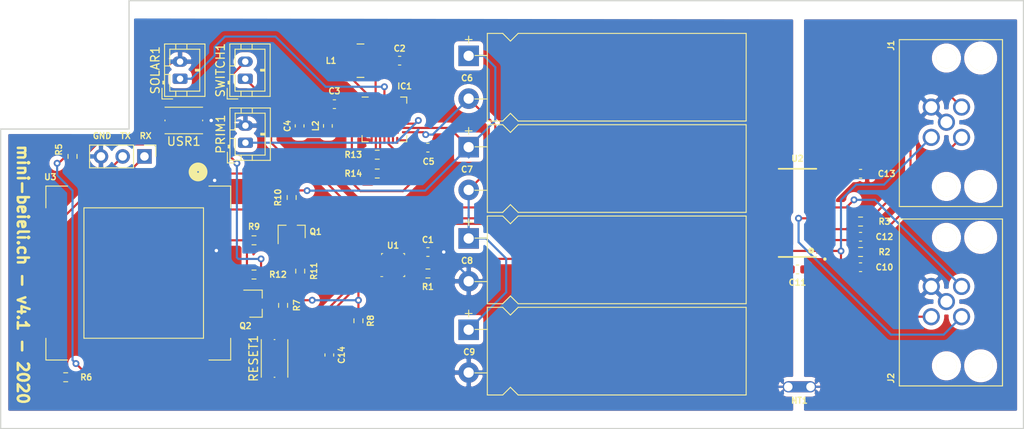
<source format=kicad_pcb>
(kicad_pcb (version 20171130) (host pcbnew 5.1.7-1.fc32)

  (general
    (thickness 1.6)
    (drawings 8)
    (tracks 345)
    (zones 0)
    (modules 44)
    (nets 37)
  )

  (page A4)
  (layers
    (0 F.Cu signal)
    (31 B.Cu signal)
    (32 B.Adhes user)
    (33 F.Adhes user)
    (34 B.Paste user)
    (35 F.Paste user)
    (36 B.SilkS user)
    (37 F.SilkS user)
    (38 B.Mask user)
    (39 F.Mask user)
    (40 Dwgs.User user)
    (41 Cmts.User user)
    (42 Eco1.User user)
    (43 Eco2.User user)
    (44 Edge.Cuts user)
    (45 Margin user)
    (46 B.CrtYd user)
    (47 F.CrtYd user)
    (48 B.Fab user)
    (49 F.Fab user)
  )

  (setup
    (last_trace_width 0.25)
    (trace_clearance 0.2)
    (zone_clearance 0.508)
    (zone_45_only no)
    (trace_min 0.2)
    (via_size 0.8)
    (via_drill 0.4)
    (via_min_size 0.4)
    (via_min_drill 0.3)
    (uvia_size 0.3)
    (uvia_drill 0.1)
    (uvias_allowed no)
    (uvia_min_size 0.2)
    (uvia_min_drill 0.1)
    (edge_width 0.05)
    (segment_width 0.2)
    (pcb_text_width 0.3)
    (pcb_text_size 1.5 1.5)
    (mod_edge_width 0.12)
    (mod_text_size 1 1)
    (mod_text_width 0.15)
    (pad_size 1.524 1.524)
    (pad_drill 0.762)
    (pad_to_mask_clearance 0.05)
    (aux_axis_origin 40 82.355)
    (grid_origin 40 82.355)
    (visible_elements FFFFFF7F)
    (pcbplotparams
      (layerselection 0x010fc_ffffffff)
      (usegerberextensions true)
      (usegerberattributes false)
      (usegerberadvancedattributes false)
      (creategerberjobfile false)
      (excludeedgelayer true)
      (linewidth 0.150000)
      (plotframeref false)
      (viasonmask false)
      (mode 1)
      (useauxorigin false)
      (hpglpennumber 1)
      (hpglpenspeed 20)
      (hpglpendiameter 15.000000)
      (psnegative false)
      (psa4output false)
      (plotreference true)
      (plotvalue true)
      (plotinvisibletext false)
      (padsonsilk false)
      (subtractmaskfromsilk false)
      (outputformat 1)
      (mirror false)
      (drillshape 0)
      (scaleselection 1)
      (outputdirectory "../pcbway-3.0/gerber-2nd/"))
  )

  (net 0 "")
  (net 1 GND)
  (net 2 /BUFSRC)
  (net 3 /BOOST)
  (net 4 /BUCK)
  (net 5 /3.3V)
  (net 6 /VSUPERCAP)
  (net 7 /AGND)
  (net 8 VS)
  (net 9 /A_GREEN)
  (net 10 /A_WHITE)
  (net 11 /B_GREEN)
  (net 12 /B_WHITE)
  (net 13 /SDA)
  (net 14 /SCL)
  (net 15 /SWBOOST)
  (net 16 /SWBUCK)
  (net 17 /VEXT)
  (net 18 /VIN)
  (net 19 /AB_RED)
  (net 20 "Net-(R1-Pad2)")
  (net 21 "Net-(C12-Pad2)")
  (net 22 "Net-(C12-Pad1)")
  (net 23 "Net-(C13-Pad1)")
  (net 24 "Net-(C14-Pad1)")
  (net 25 /TX)
  (net 26 /RX)
  (net 27 /ADC)
  (net 28 "Net-(Q1-Pad2)")
  (net 29 "Net-(Q1-Pad1)")
  (net 30 /GPIO6)
  (net 31 "Net-(R5-Pad1)")
  (net 32 /GPIO1)
  (net 33 /PRIM)
  (net 34 "Net-(IC1-Pad10)")
  (net 35 "Net-(IC1-Pad9)")
  (net 36 "Net-(C6-Pad2)")

  (net_class Default "This is the default net class."
    (clearance 0.2)
    (trace_width 0.25)
    (via_dia 0.8)
    (via_drill 0.4)
    (uvia_dia 0.3)
    (uvia_drill 0.1)
    (add_net /3.3V)
    (add_net /AB_RED)
    (add_net /ADC)
    (add_net /AGND)
    (add_net /A_GREEN)
    (add_net /A_WHITE)
    (add_net /BOOST)
    (add_net /BUCK)
    (add_net /BUFSRC)
    (add_net /B_GREEN)
    (add_net /B_WHITE)
    (add_net /GPIO1)
    (add_net /GPIO6)
    (add_net /PRIM)
    (add_net /RX)
    (add_net /SCL)
    (add_net /SDA)
    (add_net /SWBOOST)
    (add_net /SWBUCK)
    (add_net /TX)
    (add_net /VEXT)
    (add_net /VIN)
    (add_net /VSUPERCAP)
    (add_net GND)
    (add_net "Net-(C12-Pad1)")
    (add_net "Net-(C12-Pad2)")
    (add_net "Net-(C13-Pad1)")
    (add_net "Net-(C14-Pad1)")
    (add_net "Net-(C6-Pad2)")
    (add_net "Net-(IC1-Pad10)")
    (add_net "Net-(IC1-Pad9)")
    (add_net "Net-(Q1-Pad1)")
    (add_net "Net-(Q1-Pad2)")
    (add_net "Net-(R1-Pad2)")
    (add_net "Net-(R5-Pad1)")
    (add_net VS)
  )

  (module Button_Switch_SMD:SW_Push_1P1T_NO_CK_KMR2 (layer F.Cu) (tedit 5A02FC95) (tstamp 5F87D4AE)
    (at 61.4 46.355 180)
    (descr "CK components KMR2 tactile switch http://www.ckswitches.com/media/1479/kmr2.pdf")
    (tags "tactile switch kmr2")
    (path /5F976005)
    (attr smd)
    (fp_text reference USR1 (at 0 -2.45) (layer F.SilkS)
      (effects (font (size 1 1) (thickness 0.15)))
    )
    (fp_text value USR (at 0 2.55) (layer F.Fab)
      (effects (font (size 1 1) (thickness 0.15)))
    )
    (fp_line (start -2.1 -1.4) (end 2.1 -1.4) (layer F.Fab) (width 0.1))
    (fp_line (start 2.1 -1.4) (end 2.1 1.4) (layer F.Fab) (width 0.1))
    (fp_line (start 2.1 1.4) (end -2.1 1.4) (layer F.Fab) (width 0.1))
    (fp_line (start -2.1 1.4) (end -2.1 -1.4) (layer F.Fab) (width 0.1))
    (fp_line (start 2.2 0.05) (end 2.2 -0.05) (layer F.SilkS) (width 0.12))
    (fp_line (start -2.8 -1.8) (end 2.8 -1.8) (layer F.CrtYd) (width 0.05))
    (fp_line (start 2.8 -1.8) (end 2.8 1.8) (layer F.CrtYd) (width 0.05))
    (fp_line (start 2.8 1.8) (end -2.8 1.8) (layer F.CrtYd) (width 0.05))
    (fp_line (start -2.8 1.8) (end -2.8 -1.8) (layer F.CrtYd) (width 0.05))
    (fp_circle (center 0 0) (end 0 0.8) (layer F.Fab) (width 0.1))
    (fp_line (start -2.2 1.55) (end 2.2 1.55) (layer F.SilkS) (width 0.12))
    (fp_line (start 2.2 -1.55) (end -2.2 -1.55) (layer F.SilkS) (width 0.12))
    (fp_line (start -2.2 0.05) (end -2.2 -0.05) (layer F.SilkS) (width 0.12))
    (fp_text user %R (at 0 -2.45) (layer F.Fab)
      (effects (font (size 1 1) (thickness 0.15)))
    )
    (pad 2 smd rect (at 2.05 0.8 180) (size 0.9 1) (layers F.Cu F.Paste F.Mask)
      (net 31 "Net-(R5-Pad1)"))
    (pad 1 smd rect (at 2.05 -0.8 180) (size 0.9 1) (layers F.Cu F.Paste F.Mask)
      (net 1 GND))
    (pad 2 smd rect (at -2.05 0.8 180) (size 0.9 1) (layers F.Cu F.Paste F.Mask)
      (net 31 "Net-(R5-Pad1)"))
    (pad 1 smd rect (at -2.05 -0.8 180) (size 0.9 1) (layers F.Cu F.Paste F.Mask)
      (net 1 GND))
    (model ${KISYS3DMOD}/Button_Switch_SMD.3dshapes/SW_Push_1P1T_NO_CK_KMR2.wrl
      (at (xyz 0 0 0))
      (scale (xyz 1 1 1))
      (rotate (xyz 0 0 0))
    )
  )

  (module Button_Switch_SMD:SW_Push_1P1T_NO_CK_KMR2 (layer F.Cu) (tedit 5A02FC95) (tstamp 5F87D4C4)
    (at 72 74.155 90)
    (descr "CK components KMR2 tactile switch http://www.ckswitches.com/media/1479/kmr2.pdf")
    (tags "tactile switch kmr2")
    (path /5FA71325)
    (attr smd)
    (fp_text reference RESET1 (at 0 -2.45 90) (layer F.SilkS)
      (effects (font (size 1 1) (thickness 0.15)))
    )
    (fp_text value RESET (at 0 2.55 90) (layer F.Fab)
      (effects (font (size 1 1) (thickness 0.15)))
    )
    (fp_line (start -2.1 -1.4) (end 2.1 -1.4) (layer F.Fab) (width 0.1))
    (fp_line (start 2.1 -1.4) (end 2.1 1.4) (layer F.Fab) (width 0.1))
    (fp_line (start 2.1 1.4) (end -2.1 1.4) (layer F.Fab) (width 0.1))
    (fp_line (start -2.1 1.4) (end -2.1 -1.4) (layer F.Fab) (width 0.1))
    (fp_line (start 2.2 0.05) (end 2.2 -0.05) (layer F.SilkS) (width 0.12))
    (fp_line (start -2.8 -1.8) (end 2.8 -1.8) (layer F.CrtYd) (width 0.05))
    (fp_line (start 2.8 -1.8) (end 2.8 1.8) (layer F.CrtYd) (width 0.05))
    (fp_line (start 2.8 1.8) (end -2.8 1.8) (layer F.CrtYd) (width 0.05))
    (fp_line (start -2.8 1.8) (end -2.8 -1.8) (layer F.CrtYd) (width 0.05))
    (fp_circle (center 0 0) (end 0 0.8) (layer F.Fab) (width 0.1))
    (fp_line (start -2.2 1.55) (end 2.2 1.55) (layer F.SilkS) (width 0.12))
    (fp_line (start 2.2 -1.55) (end -2.2 -1.55) (layer F.SilkS) (width 0.12))
    (fp_line (start -2.2 0.05) (end -2.2 -0.05) (layer F.SilkS) (width 0.12))
    (fp_text user %R (at 0 -2.45 90) (layer F.Fab)
      (effects (font (size 1 1) (thickness 0.15)))
    )
    (pad 2 smd rect (at 2.05 0.8 90) (size 0.9 1) (layers F.Cu F.Paste F.Mask)
      (net 24 "Net-(C14-Pad1)"))
    (pad 1 smd rect (at 2.05 -0.8 90) (size 0.9 1) (layers F.Cu F.Paste F.Mask)
      (net 1 GND))
    (pad 2 smd rect (at -2.05 0.8 90) (size 0.9 1) (layers F.Cu F.Paste F.Mask)
      (net 24 "Net-(C14-Pad1)"))
    (pad 1 smd rect (at -2.05 -0.8 90) (size 0.9 1) (layers F.Cu F.Paste F.Mask)
      (net 1 GND))
    (model ${KISYS3DMOD}/Button_Switch_SMD.3dshapes/SW_Push_1P1T_NO_CK_KMR2.wrl
      (at (xyz 0 0 0))
      (scale (xyz 1 1 1))
      (rotate (xyz 0 0 0))
    )
  )

  (module Modules:AM01 (layer F.Cu) (tedit 5F8894FF) (tstamp 5F87D5B3)
    (at 51 67.355)
    (descr "Heltec AM02")
    (path /5F867819)
    (fp_text reference U3 (at -5.2 -14.4) (layer F.SilkS)
      (effects (font (size 0.7 0.7) (thickness 0.15)))
    )
    (fp_text value HTCC-AM01 (at 17.78 -3.81) (layer F.Fab)
      (effects (font (size 1 1) (thickness 0.15)))
    )
    (fp_circle (center 12.065 -14.986) (end 12.165 -14.986) (layer F.SilkS) (width 1))
    (fp_line (start -5.08 -12.7) (end 15.24 -12.7) (layer F.CrtYd) (width 0.12))
    (fp_line (start 15.24 -12.7) (end 15.24 6.35) (layer F.CrtYd) (width 0.12))
    (fp_line (start 15.24 6.35) (end -5.08 6.35) (layer F.CrtYd) (width 0.12))
    (fp_line (start -5.08 6.35) (end -5.08 -12.7) (layer F.CrtYd) (width 0.12))
    (fp_line (start -1.27 -10.795) (end 12.7 -10.795) (layer F.SilkS) (width 0.12))
    (fp_line (start 12.7 -10.795) (end 12.7 4.445) (layer F.SilkS) (width 0.12))
    (fp_line (start 12.7 4.445) (end -1.27 4.445) (layer F.SilkS) (width 0.12))
    (fp_line (start -1.27 4.445) (end -1.27 -10.795) (layer F.SilkS) (width 0.12))
    (fp_line (start 13.335 -13.335) (end 15.875 -13.335) (layer F.SilkS) (width 0.12))
    (fp_line (start 15.875 -13.335) (end 15.875 -10.795) (layer F.SilkS) (width 0.12))
    (fp_line (start -3.175 -13.335) (end -5.715 -13.335) (layer F.SilkS) (width 0.12))
    (fp_line (start -5.715 -13.335) (end -5.715 -10.795) (layer F.SilkS) (width 0.12))
    (fp_line (start -5.715 4.445) (end -5.715 6.985) (layer F.SilkS) (width 0.12))
    (fp_line (start -5.715 6.985) (end -3.175 6.985) (layer F.SilkS) (width 0.12))
    (fp_line (start 13.335 6.985) (end 15.875 6.985) (layer F.SilkS) (width 0.12))
    (fp_line (start 15.875 6.985) (end 15.875 4.445) (layer F.SilkS) (width 0.12))
    (fp_text user AM01 (at 5.207 -3.302) (layer F.CrtYd)
      (effects (font (size 1 1) (thickness 0.15)))
    )
    (pad 22 smd roundrect (at 12.065 6.35) (size 0.6 2.5) (layers F.Cu F.Paste F.Mask) (roundrect_rratio 0.25))
    (pad 21 smd roundrect (at 10.795 6.35) (size 0.6 2.5) (layers F.Cu F.Paste F.Mask) (roundrect_rratio 0.25)
      (net 24 "Net-(C14-Pad1)"))
    (pad 20 smd roundrect (at 9.525 6.35) (size 0.6 2.5) (layers F.Cu F.Paste F.Mask) (roundrect_rratio 0.25))
    (pad 19 smd roundrect (at 8.255 6.35) (size 0.6 2.5) (layers F.Cu F.Paste F.Mask) (roundrect_rratio 0.25))
    (pad 18 smd roundrect (at 6.985 6.35) (size 0.6 2.5) (layers F.Cu F.Paste F.Mask) (roundrect_rratio 0.25)
      (net 31 "Net-(R5-Pad1)"))
    (pad 17 smd roundrect (at 5.715 6.35) (size 0.6 2.5) (layers F.Cu F.Paste F.Mask) (roundrect_rratio 0.25)
      (net 13 /SDA))
    (pad 16 smd roundrect (at 4.445 6.35) (size 0.6 2.5) (layers F.Cu F.Paste F.Mask) (roundrect_rratio 0.25)
      (net 14 /SCL))
    (pad 15 smd roundrect (at 3.175 6.35) (size 0.6 2.5) (layers F.Cu F.Paste F.Mask) (roundrect_rratio 0.25))
    (pad 14 smd roundrect (at 1.905 6.35) (size 0.6 2.5) (layers F.Cu F.Paste F.Mask) (roundrect_rratio 0.25))
    (pad 13 smd roundrect (at 0.635 6.35) (size 0.6 2.5) (layers F.Cu F.Paste F.Mask) (roundrect_rratio 0.25))
    (pad 12 smd roundrect (at -0.635 6.35) (size 0.6 2.5) (layers F.Cu F.Paste F.Mask) (roundrect_rratio 0.25))
    (pad 11 smd roundrect (at -0.635 -12.7 180) (size 0.6 2.5) (layers F.Cu F.Paste F.Mask) (roundrect_rratio 0.25)
      (net 18 /VIN))
    (pad 10 smd roundrect (at 0.635 -12.7 180) (size 0.6 2.5) (layers F.Cu F.Paste F.Mask) (roundrect_rratio 0.25)
      (net 1 GND))
    (pad 9 smd roundrect (at 1.905 -12.7 180) (size 0.6 2.5) (layers F.Cu F.Paste F.Mask) (roundrect_rratio 0.25)
      (net 25 /TX))
    (pad 8 smd roundrect (at 3.175 -12.7 180) (size 0.6 2.5) (layers F.Cu F.Paste F.Mask) (roundrect_rratio 0.25)
      (net 26 /RX))
    (pad 7 smd roundrect (at 4.445 -12.7 180) (size 0.6 2.5) (layers F.Cu F.Paste F.Mask) (roundrect_rratio 0.25))
    (pad 6 smd roundrect (at 5.715 -12.7 180) (size 0.6 2.5) (layers F.Cu F.Paste F.Mask) (roundrect_rratio 0.25)
      (net 30 /GPIO6))
    (pad 5 smd roundrect (at 6.985 -12.7 180) (size 0.6 2.5) (layers F.Cu F.Paste F.Mask) (roundrect_rratio 0.25))
    (pad 4 smd roundrect (at 8.255 -12.7 180) (size 0.6 2.5) (layers F.Cu F.Paste F.Mask) (roundrect_rratio 0.25))
    (pad 3 smd roundrect (at 9.525 -12.7 180) (size 0.6 2.5) (layers F.Cu F.Paste F.Mask) (roundrect_rratio 0.25)
      (net 32 /GPIO1))
    (pad 2 smd roundrect (at 10.795 -12.7 180) (size 0.6 2.5) (layers F.Cu F.Paste F.Mask) (roundrect_rratio 0.25)
      (net 27 /ADC))
    (pad 1 smd roundrect (at 12.065 -12.7 180) (size 0.6 2.5) (layers F.Cu F.Paste F.Mask) (roundrect_rratio 0.25)
      (net 1 GND))
  )

  (module Resistor_SMD:R_0603_1608Metric (layer F.Cu) (tedit 5F68FEEE) (tstamp 5F889FE8)
    (at 84 52.555)
    (descr "Resistor SMD 0603 (1608 Metric), square (rectangular) end terminal, IPC_7351 nominal, (Body size source: IPC-SM-782 page 72, https://www.pcb-3d.com/wordpress/wp-content/uploads/ipc-sm-782a_amendment_1_and_2.pdf), generated with kicad-footprint-generator")
    (tags resistor)
    (path /5F9A29B7)
    (attr smd)
    (fp_text reference R14 (at -2.8 0) (layer F.SilkS)
      (effects (font (size 0.7 0.7) (thickness 0.15)))
    )
    (fp_text value 300k (at 0 1.43) (layer F.Fab)
      (effects (font (size 1 1) (thickness 0.15)))
    )
    (fp_line (start -0.8 0.4125) (end -0.8 -0.4125) (layer F.Fab) (width 0.1))
    (fp_line (start -0.8 -0.4125) (end 0.8 -0.4125) (layer F.Fab) (width 0.1))
    (fp_line (start 0.8 -0.4125) (end 0.8 0.4125) (layer F.Fab) (width 0.1))
    (fp_line (start 0.8 0.4125) (end -0.8 0.4125) (layer F.Fab) (width 0.1))
    (fp_line (start -0.237258 -0.5225) (end 0.237258 -0.5225) (layer F.SilkS) (width 0.12))
    (fp_line (start -0.237258 0.5225) (end 0.237258 0.5225) (layer F.SilkS) (width 0.12))
    (fp_line (start -1.48 0.73) (end -1.48 -0.73) (layer F.CrtYd) (width 0.05))
    (fp_line (start -1.48 -0.73) (end 1.48 -0.73) (layer F.CrtYd) (width 0.05))
    (fp_line (start 1.48 -0.73) (end 1.48 0.73) (layer F.CrtYd) (width 0.05))
    (fp_line (start 1.48 0.73) (end -1.48 0.73) (layer F.CrtYd) (width 0.05))
    (fp_text user %R (at 0 0) (layer F.Fab)
      (effects (font (size 0.4 0.4) (thickness 0.06)))
    )
    (pad 2 smd roundrect (at 0.825 0) (size 0.8 0.95) (layers F.Cu F.Paste F.Mask) (roundrect_rratio 0.25)
      (net 34 "Net-(IC1-Pad10)"))
    (pad 1 smd roundrect (at -0.825 0) (size 0.8 0.95) (layers F.Cu F.Paste F.Mask) (roundrect_rratio 0.25)
      (net 4 /BUCK))
    (model ${KISYS3DMOD}/Resistor_SMD.3dshapes/R_0603_1608Metric.wrl
      (at (xyz 0 0 0))
      (scale (xyz 1 1 1))
      (rotate (xyz 0 0 0))
    )
  )

  (module Resistor_SMD:R_0603_1608Metric (layer F.Cu) (tedit 5F68FEEE) (tstamp 5F889FD7)
    (at 84 50.355 180)
    (descr "Resistor SMD 0603 (1608 Metric), square (rectangular) end terminal, IPC_7351 nominal, (Body size source: IPC-SM-782 page 72, https://www.pcb-3d.com/wordpress/wp-content/uploads/ipc-sm-782a_amendment_1_and_2.pdf), generated with kicad-footprint-generator")
    (tags resistor)
    (path /5F941171)
    (attr smd)
    (fp_text reference R13 (at 2.8 0) (layer F.SilkS)
      (effects (font (size 0.7 0.7) (thickness 0.15)))
    )
    (fp_text value 200k (at 0 1.43) (layer F.Fab)
      (effects (font (size 1 1) (thickness 0.15)))
    )
    (fp_line (start -0.8 0.4125) (end -0.8 -0.4125) (layer F.Fab) (width 0.1))
    (fp_line (start -0.8 -0.4125) (end 0.8 -0.4125) (layer F.Fab) (width 0.1))
    (fp_line (start 0.8 -0.4125) (end 0.8 0.4125) (layer F.Fab) (width 0.1))
    (fp_line (start 0.8 0.4125) (end -0.8 0.4125) (layer F.Fab) (width 0.1))
    (fp_line (start -0.237258 -0.5225) (end 0.237258 -0.5225) (layer F.SilkS) (width 0.12))
    (fp_line (start -0.237258 0.5225) (end 0.237258 0.5225) (layer F.SilkS) (width 0.12))
    (fp_line (start -1.48 0.73) (end -1.48 -0.73) (layer F.CrtYd) (width 0.05))
    (fp_line (start -1.48 -0.73) (end 1.48 -0.73) (layer F.CrtYd) (width 0.05))
    (fp_line (start 1.48 -0.73) (end 1.48 0.73) (layer F.CrtYd) (width 0.05))
    (fp_line (start 1.48 0.73) (end -1.48 0.73) (layer F.CrtYd) (width 0.05))
    (fp_text user %R (at 0 0) (layer F.Fab)
      (effects (font (size 0.4 0.4) (thickness 0.06)))
    )
    (pad 2 smd roundrect (at 0.825 0 180) (size 0.8 0.95) (layers F.Cu F.Paste F.Mask) (roundrect_rratio 0.25)
      (net 35 "Net-(IC1-Pad9)"))
    (pad 1 smd roundrect (at -0.825 0 180) (size 0.8 0.95) (layers F.Cu F.Paste F.Mask) (roundrect_rratio 0.25)
      (net 34 "Net-(IC1-Pad10)"))
    (model ${KISYS3DMOD}/Resistor_SMD.3dshapes/R_0603_1608Metric.wrl
      (at (xyz 0 0 0))
      (scale (xyz 1 1 1))
      (rotate (xyz 0 0 0))
    )
  )

  (module Connector_JST:JST_PH_B2B-PH-K_1x02_P2.00mm_Vertical (layer F.Cu) (tedit 5B7745C2) (tstamp 5F889E16)
    (at 68.6 48.955 90)
    (descr "JST PH series connector, B2B-PH-K (http://www.jst-mfg.com/product/pdf/eng/ePH.pdf), generated with kicad-footprint-generator")
    (tags "connector JST PH side entry")
    (path /5F89CDA1)
    (fp_text reference PRIM1 (at 1 -2.9 90) (layer F.SilkS)
      (effects (font (size 1 1) (thickness 0.15)))
    )
    (fp_text value Conn_01x02_Female (at 1 4 90) (layer F.Fab)
      (effects (font (size 1 1) (thickness 0.15)))
    )
    (fp_line (start -2.06 -1.81) (end -2.06 2.91) (layer F.SilkS) (width 0.12))
    (fp_line (start -2.06 2.91) (end 4.06 2.91) (layer F.SilkS) (width 0.12))
    (fp_line (start 4.06 2.91) (end 4.06 -1.81) (layer F.SilkS) (width 0.12))
    (fp_line (start 4.06 -1.81) (end -2.06 -1.81) (layer F.SilkS) (width 0.12))
    (fp_line (start -0.3 -1.81) (end -0.3 -2.01) (layer F.SilkS) (width 0.12))
    (fp_line (start -0.3 -2.01) (end -0.6 -2.01) (layer F.SilkS) (width 0.12))
    (fp_line (start -0.6 -2.01) (end -0.6 -1.81) (layer F.SilkS) (width 0.12))
    (fp_line (start -0.3 -1.91) (end -0.6 -1.91) (layer F.SilkS) (width 0.12))
    (fp_line (start 0.5 -1.81) (end 0.5 -1.2) (layer F.SilkS) (width 0.12))
    (fp_line (start 0.5 -1.2) (end -1.45 -1.2) (layer F.SilkS) (width 0.12))
    (fp_line (start -1.45 -1.2) (end -1.45 2.3) (layer F.SilkS) (width 0.12))
    (fp_line (start -1.45 2.3) (end 3.45 2.3) (layer F.SilkS) (width 0.12))
    (fp_line (start 3.45 2.3) (end 3.45 -1.2) (layer F.SilkS) (width 0.12))
    (fp_line (start 3.45 -1.2) (end 1.5 -1.2) (layer F.SilkS) (width 0.12))
    (fp_line (start 1.5 -1.2) (end 1.5 -1.81) (layer F.SilkS) (width 0.12))
    (fp_line (start -2.06 -0.5) (end -1.45 -0.5) (layer F.SilkS) (width 0.12))
    (fp_line (start -2.06 0.8) (end -1.45 0.8) (layer F.SilkS) (width 0.12))
    (fp_line (start 4.06 -0.5) (end 3.45 -0.5) (layer F.SilkS) (width 0.12))
    (fp_line (start 4.06 0.8) (end 3.45 0.8) (layer F.SilkS) (width 0.12))
    (fp_line (start 0.9 2.3) (end 0.9 1.8) (layer F.SilkS) (width 0.12))
    (fp_line (start 0.9 1.8) (end 1.1 1.8) (layer F.SilkS) (width 0.12))
    (fp_line (start 1.1 1.8) (end 1.1 2.3) (layer F.SilkS) (width 0.12))
    (fp_line (start 1 2.3) (end 1 1.8) (layer F.SilkS) (width 0.12))
    (fp_line (start -1.11 -2.11) (end -2.36 -2.11) (layer F.SilkS) (width 0.12))
    (fp_line (start -2.36 -2.11) (end -2.36 -0.86) (layer F.SilkS) (width 0.12))
    (fp_line (start -1.11 -2.11) (end -2.36 -2.11) (layer F.Fab) (width 0.1))
    (fp_line (start -2.36 -2.11) (end -2.36 -0.86) (layer F.Fab) (width 0.1))
    (fp_line (start -1.95 -1.7) (end -1.95 2.8) (layer F.Fab) (width 0.1))
    (fp_line (start -1.95 2.8) (end 3.95 2.8) (layer F.Fab) (width 0.1))
    (fp_line (start 3.95 2.8) (end 3.95 -1.7) (layer F.Fab) (width 0.1))
    (fp_line (start 3.95 -1.7) (end -1.95 -1.7) (layer F.Fab) (width 0.1))
    (fp_line (start -2.45 -2.2) (end -2.45 3.3) (layer F.CrtYd) (width 0.05))
    (fp_line (start -2.45 3.3) (end 4.45 3.3) (layer F.CrtYd) (width 0.05))
    (fp_line (start 4.45 3.3) (end 4.45 -2.2) (layer F.CrtYd) (width 0.05))
    (fp_line (start 4.45 -2.2) (end -2.45 -2.2) (layer F.CrtYd) (width 0.05))
    (fp_text user %R (at 1 1.5 90) (layer F.Fab)
      (effects (font (size 1 1) (thickness 0.15)))
    )
    (pad 2 thru_hole oval (at 2 0 90) (size 1.2 1.75) (drill 0.75) (layers *.Cu *.Mask)
      (net 1 GND))
    (pad 1 thru_hole roundrect (at 0 0 90) (size 1.2 1.75) (drill 0.75) (layers *.Cu *.Mask) (roundrect_rratio 0.208333)
      (net 33 /PRIM))
    (model ${KISYS3DMOD}/Connector_JST.3dshapes/JST_PH_B2B-PH-K_1x02_P2.00mm_Vertical.wrl
      (at (xyz 0 0 0))
      (scale (xyz 1 1 1))
      (rotate (xyz 0 0 0))
    )
  )

  (module Connector_PinHeader_2.54mm:PinHeader_1x03_P2.54mm_Vertical (layer F.Cu) (tedit 59FED5CC) (tstamp 5F8878EE)
    (at 56.8 50.555 270)
    (descr "Through hole straight pin header, 1x03, 2.54mm pitch, single row")
    (tags "Through hole pin header THT 1x03 2.54mm single row")
    (path /5F8E172E)
    (fp_text reference J3 (at -2.8 0) (layer F.SilkS) hide
      (effects (font (size 0.7 0.7) (thickness 0.15)))
    )
    (fp_text value Conn_01x03_Male (at 0 7.41 90) (layer F.Fab)
      (effects (font (size 1 1) (thickness 0.15)))
    )
    (fp_line (start -0.635 -1.27) (end 1.27 -1.27) (layer F.Fab) (width 0.1))
    (fp_line (start 1.27 -1.27) (end 1.27 6.35) (layer F.Fab) (width 0.1))
    (fp_line (start 1.27 6.35) (end -1.27 6.35) (layer F.Fab) (width 0.1))
    (fp_line (start -1.27 6.35) (end -1.27 -0.635) (layer F.Fab) (width 0.1))
    (fp_line (start -1.27 -0.635) (end -0.635 -1.27) (layer F.Fab) (width 0.1))
    (fp_line (start -1.33 6.41) (end 1.33 6.41) (layer F.SilkS) (width 0.12))
    (fp_line (start -1.33 1.27) (end -1.33 6.41) (layer F.SilkS) (width 0.12))
    (fp_line (start 1.33 1.27) (end 1.33 6.41) (layer F.SilkS) (width 0.12))
    (fp_line (start -1.33 1.27) (end 1.33 1.27) (layer F.SilkS) (width 0.12))
    (fp_line (start -1.33 0) (end -1.33 -1.33) (layer F.SilkS) (width 0.12))
    (fp_line (start -1.33 -1.33) (end 0 -1.33) (layer F.SilkS) (width 0.12))
    (fp_line (start -1.8 -1.8) (end -1.8 6.85) (layer F.CrtYd) (width 0.05))
    (fp_line (start -1.8 6.85) (end 1.8 6.85) (layer F.CrtYd) (width 0.05))
    (fp_line (start 1.8 6.85) (end 1.8 -1.8) (layer F.CrtYd) (width 0.05))
    (fp_line (start 1.8 -1.8) (end -1.8 -1.8) (layer F.CrtYd) (width 0.05))
    (fp_text user %R (at 0 2.54) (layer F.Fab)
      (effects (font (size 1 1) (thickness 0.15)))
    )
    (pad 3 thru_hole oval (at 0 5.08 270) (size 1.7 1.7) (drill 1) (layers *.Cu *.Mask)
      (net 1 GND))
    (pad 2 thru_hole oval (at 0 2.54 270) (size 1.7 1.7) (drill 1) (layers *.Cu *.Mask)
      (net 25 /TX))
    (pad 1 thru_hole rect (at 0 0 270) (size 1.7 1.7) (drill 1) (layers *.Cu *.Mask)
      (net 26 /RX))
    (model ${KISYS3DMOD}/Connector_PinHeader_2.54mm.3dshapes/PinHeader_1x03_P2.54mm_Vertical.wrl
      (at (xyz 0 0 0))
      (scale (xyz 1 1 1))
      (rotate (xyz 0 0 0))
    )
  )

  (module Resistor_SMD:R_0603_1608Metric (layer F.Cu) (tedit 5F68FEEE) (tstamp 5F87D446)
    (at 69.6 64.355)
    (descr "Resistor SMD 0603 (1608 Metric), square (rectangular) end terminal, IPC_7351 nominal, (Body size source: IPC-SM-782 page 72, https://www.pcb-3d.com/wordpress/wp-content/uploads/ipc-sm-782a_amendment_1_and_2.pdf), generated with kicad-footprint-generator")
    (tags resistor)
    (path /5F92BEC1)
    (attr smd)
    (fp_text reference R12 (at 2.8 0) (layer F.SilkS)
      (effects (font (size 0.7 0.7) (thickness 0.15)))
    )
    (fp_text value 10K (at 0 1.43) (layer F.Fab)
      (effects (font (size 1 1) (thickness 0.15)))
    )
    (fp_line (start -0.8 0.4125) (end -0.8 -0.4125) (layer F.Fab) (width 0.1))
    (fp_line (start -0.8 -0.4125) (end 0.8 -0.4125) (layer F.Fab) (width 0.1))
    (fp_line (start 0.8 -0.4125) (end 0.8 0.4125) (layer F.Fab) (width 0.1))
    (fp_line (start 0.8 0.4125) (end -0.8 0.4125) (layer F.Fab) (width 0.1))
    (fp_line (start -0.237258 -0.5225) (end 0.237258 -0.5225) (layer F.SilkS) (width 0.12))
    (fp_line (start -0.237258 0.5225) (end 0.237258 0.5225) (layer F.SilkS) (width 0.12))
    (fp_line (start -1.48 0.73) (end -1.48 -0.73) (layer F.CrtYd) (width 0.05))
    (fp_line (start -1.48 -0.73) (end 1.48 -0.73) (layer F.CrtYd) (width 0.05))
    (fp_line (start 1.48 -0.73) (end 1.48 0.73) (layer F.CrtYd) (width 0.05))
    (fp_line (start 1.48 0.73) (end -1.48 0.73) (layer F.CrtYd) (width 0.05))
    (fp_text user %R (at 0 0) (layer F.Fab)
      (effects (font (size 0.4 0.4) (thickness 0.06)))
    )
    (pad 2 smd roundrect (at 0.825 0) (size 0.8 0.95) (layers F.Cu F.Paste F.Mask) (roundrect_rratio 0.25)
      (net 18 /VIN))
    (pad 1 smd roundrect (at -0.825 0) (size 0.8 0.95) (layers F.Cu F.Paste F.Mask) (roundrect_rratio 0.25)
      (net 30 /GPIO6))
    (model ${KISYS3DMOD}/Resistor_SMD.3dshapes/R_0603_1608Metric.wrl
      (at (xyz 0 0 0))
      (scale (xyz 1 1 1))
      (rotate (xyz 0 0 0))
    )
  )

  (module Resistor_SMD:R_0603_1608Metric (layer F.Cu) (tedit 5F68FEEE) (tstamp 5F87D435)
    (at 75 63.955 270)
    (descr "Resistor SMD 0603 (1608 Metric), square (rectangular) end terminal, IPC_7351 nominal, (Body size source: IPC-SM-782 page 72, https://www.pcb-3d.com/wordpress/wp-content/uploads/ipc-sm-782a_amendment_1_and_2.pdf), generated with kicad-footprint-generator")
    (tags resistor)
    (path /5F8E190D)
    (attr smd)
    (fp_text reference R11 (at 0 -1.6 90) (layer F.SilkS)
      (effects (font (size 0.7 0.7) (thickness 0.15)))
    )
    (fp_text value 100k (at 0 1.43 90) (layer F.Fab)
      (effects (font (size 1 1) (thickness 0.15)))
    )
    (fp_line (start -0.8 0.4125) (end -0.8 -0.4125) (layer F.Fab) (width 0.1))
    (fp_line (start -0.8 -0.4125) (end 0.8 -0.4125) (layer F.Fab) (width 0.1))
    (fp_line (start 0.8 -0.4125) (end 0.8 0.4125) (layer F.Fab) (width 0.1))
    (fp_line (start 0.8 0.4125) (end -0.8 0.4125) (layer F.Fab) (width 0.1))
    (fp_line (start -0.237258 -0.5225) (end 0.237258 -0.5225) (layer F.SilkS) (width 0.12))
    (fp_line (start -0.237258 0.5225) (end 0.237258 0.5225) (layer F.SilkS) (width 0.12))
    (fp_line (start -1.48 0.73) (end -1.48 -0.73) (layer F.CrtYd) (width 0.05))
    (fp_line (start -1.48 -0.73) (end 1.48 -0.73) (layer F.CrtYd) (width 0.05))
    (fp_line (start 1.48 -0.73) (end 1.48 0.73) (layer F.CrtYd) (width 0.05))
    (fp_line (start 1.48 0.73) (end -1.48 0.73) (layer F.CrtYd) (width 0.05))
    (fp_text user %R (at 0 0 90) (layer F.Fab)
      (effects (font (size 0.4 0.4) (thickness 0.06)))
    )
    (pad 2 smd roundrect (at 0.825 0 270) (size 0.8 0.95) (layers F.Cu F.Paste F.Mask) (roundrect_rratio 0.25)
      (net 1 GND))
    (pad 1 smd roundrect (at -0.825 0 270) (size 0.8 0.95) (layers F.Cu F.Paste F.Mask) (roundrect_rratio 0.25)
      (net 28 "Net-(Q1-Pad2)"))
    (model ${KISYS3DMOD}/Resistor_SMD.3dshapes/R_0603_1608Metric.wrl
      (at (xyz 0 0 0))
      (scale (xyz 1 1 1))
      (rotate (xyz 0 0 0))
    )
  )

  (module Resistor_SMD:R_0603_1608Metric (layer F.Cu) (tedit 5F68FEEE) (tstamp 5F87D424)
    (at 74 55.355 270)
    (descr "Resistor SMD 0603 (1608 Metric), square (rectangular) end terminal, IPC_7351 nominal, (Body size source: IPC-SM-782 page 72, https://www.pcb-3d.com/wordpress/wp-content/uploads/ipc-sm-782a_amendment_1_and_2.pdf), generated with kicad-footprint-generator")
    (tags resistor)
    (path /5F8A40C5)
    (attr smd)
    (fp_text reference R10 (at 0 1.6 90) (layer F.SilkS)
      (effects (font (size 0.7 0.7) (thickness 0.15)))
    )
    (fp_text value 220k (at 0 1.43 90) (layer F.Fab)
      (effects (font (size 1 1) (thickness 0.15)))
    )
    (fp_line (start -0.8 0.4125) (end -0.8 -0.4125) (layer F.Fab) (width 0.1))
    (fp_line (start -0.8 -0.4125) (end 0.8 -0.4125) (layer F.Fab) (width 0.1))
    (fp_line (start 0.8 -0.4125) (end 0.8 0.4125) (layer F.Fab) (width 0.1))
    (fp_line (start 0.8 0.4125) (end -0.8 0.4125) (layer F.Fab) (width 0.1))
    (fp_line (start -0.237258 -0.5225) (end 0.237258 -0.5225) (layer F.SilkS) (width 0.12))
    (fp_line (start -0.237258 0.5225) (end 0.237258 0.5225) (layer F.SilkS) (width 0.12))
    (fp_line (start -1.48 0.73) (end -1.48 -0.73) (layer F.CrtYd) (width 0.05))
    (fp_line (start -1.48 -0.73) (end 1.48 -0.73) (layer F.CrtYd) (width 0.05))
    (fp_line (start 1.48 -0.73) (end 1.48 0.73) (layer F.CrtYd) (width 0.05))
    (fp_line (start 1.48 0.73) (end -1.48 0.73) (layer F.CrtYd) (width 0.05))
    (fp_text user %R (at 0 0 90) (layer F.Fab)
      (effects (font (size 0.4 0.4) (thickness 0.06)))
    )
    (pad 2 smd roundrect (at 0.825 0 270) (size 0.8 0.95) (layers F.Cu F.Paste F.Mask) (roundrect_rratio 0.25)
      (net 27 /ADC))
    (pad 1 smd roundrect (at -0.825 0 270) (size 0.8 0.95) (layers F.Cu F.Paste F.Mask) (roundrect_rratio 0.25)
      (net 6 /VSUPERCAP))
    (model ${KISYS3DMOD}/Resistor_SMD.3dshapes/R_0603_1608Metric.wrl
      (at (xyz 0 0 0))
      (scale (xyz 1 1 1))
      (rotate (xyz 0 0 0))
    )
  )

  (module Resistor_SMD:R_0603_1608Metric (layer F.Cu) (tedit 5F68FEEE) (tstamp 5F87D413)
    (at 69.6 60.355 180)
    (descr "Resistor SMD 0603 (1608 Metric), square (rectangular) end terminal, IPC_7351 nominal, (Body size source: IPC-SM-782 page 72, https://www.pcb-3d.com/wordpress/wp-content/uploads/ipc-sm-782a_amendment_1_and_2.pdf), generated with kicad-footprint-generator")
    (tags resistor)
    (path /5F8C96E0)
    (attr smd)
    (fp_text reference R9 (at 0 1.6) (layer F.SilkS)
      (effects (font (size 0.7 0.7) (thickness 0.15)))
    )
    (fp_text value 1K (at 0 1.43) (layer F.Fab)
      (effects (font (size 1 1) (thickness 0.15)))
    )
    (fp_line (start -0.8 0.4125) (end -0.8 -0.4125) (layer F.Fab) (width 0.1))
    (fp_line (start -0.8 -0.4125) (end 0.8 -0.4125) (layer F.Fab) (width 0.1))
    (fp_line (start 0.8 -0.4125) (end 0.8 0.4125) (layer F.Fab) (width 0.1))
    (fp_line (start 0.8 0.4125) (end -0.8 0.4125) (layer F.Fab) (width 0.1))
    (fp_line (start -0.237258 -0.5225) (end 0.237258 -0.5225) (layer F.SilkS) (width 0.12))
    (fp_line (start -0.237258 0.5225) (end 0.237258 0.5225) (layer F.SilkS) (width 0.12))
    (fp_line (start -1.48 0.73) (end -1.48 -0.73) (layer F.CrtYd) (width 0.05))
    (fp_line (start -1.48 -0.73) (end 1.48 -0.73) (layer F.CrtYd) (width 0.05))
    (fp_line (start 1.48 -0.73) (end 1.48 0.73) (layer F.CrtYd) (width 0.05))
    (fp_line (start 1.48 0.73) (end -1.48 0.73) (layer F.CrtYd) (width 0.05))
    (fp_text user %R (at 0 0) (layer F.Fab)
      (effects (font (size 0.4 0.4) (thickness 0.06)))
    )
    (pad 2 smd roundrect (at 0.825 0 180) (size 0.8 0.95) (layers F.Cu F.Paste F.Mask) (roundrect_rratio 0.25)
      (net 30 /GPIO6))
    (pad 1 smd roundrect (at -0.825 0 180) (size 0.8 0.95) (layers F.Cu F.Paste F.Mask) (roundrect_rratio 0.25)
      (net 29 "Net-(Q1-Pad1)"))
    (model ${KISYS3DMOD}/Resistor_SMD.3dshapes/R_0603_1608Metric.wrl
      (at (xyz 0 0 0))
      (scale (xyz 1 1 1))
      (rotate (xyz 0 0 0))
    )
  )

  (module Resistor_SMD:R_0603_1608Metric (layer F.Cu) (tedit 5F68FEEE) (tstamp 5F87D402)
    (at 81.8 69.755 270)
    (descr "Resistor SMD 0603 (1608 Metric), square (rectangular) end terminal, IPC_7351 nominal, (Body size source: IPC-SM-782 page 72, https://www.pcb-3d.com/wordpress/wp-content/uploads/ipc-sm-782a_amendment_1_and_2.pdf), generated with kicad-footprint-generator")
    (tags resistor)
    (path /5FB1DE6B)
    (attr smd)
    (fp_text reference R8 (at 0 -1.43 90) (layer F.SilkS)
      (effects (font (size 0.7 0.7) (thickness 0.15)))
    )
    (fp_text value 10k (at 0 1.43 90) (layer F.Fab)
      (effects (font (size 1 1) (thickness 0.15)))
    )
    (fp_line (start -0.8 0.4125) (end -0.8 -0.4125) (layer F.Fab) (width 0.1))
    (fp_line (start -0.8 -0.4125) (end 0.8 -0.4125) (layer F.Fab) (width 0.1))
    (fp_line (start 0.8 -0.4125) (end 0.8 0.4125) (layer F.Fab) (width 0.1))
    (fp_line (start 0.8 0.4125) (end -0.8 0.4125) (layer F.Fab) (width 0.1))
    (fp_line (start -0.237258 -0.5225) (end 0.237258 -0.5225) (layer F.SilkS) (width 0.12))
    (fp_line (start -0.237258 0.5225) (end 0.237258 0.5225) (layer F.SilkS) (width 0.12))
    (fp_line (start -1.48 0.73) (end -1.48 -0.73) (layer F.CrtYd) (width 0.05))
    (fp_line (start -1.48 -0.73) (end 1.48 -0.73) (layer F.CrtYd) (width 0.05))
    (fp_line (start 1.48 -0.73) (end 1.48 0.73) (layer F.CrtYd) (width 0.05))
    (fp_line (start 1.48 0.73) (end -1.48 0.73) (layer F.CrtYd) (width 0.05))
    (fp_text user %R (at 0 0 90) (layer F.Fab)
      (effects (font (size 0.4 0.4) (thickness 0.06)))
    )
    (pad 2 smd roundrect (at 0.825 0 270) (size 0.8 0.95) (layers F.Cu F.Paste F.Mask) (roundrect_rratio 0.25)
      (net 13 /SDA))
    (pad 1 smd roundrect (at -0.825 0 270) (size 0.8 0.95) (layers F.Cu F.Paste F.Mask) (roundrect_rratio 0.25)
      (net 17 /VEXT))
    (model ${KISYS3DMOD}/Resistor_SMD.3dshapes/R_0603_1608Metric.wrl
      (at (xyz 0 0 0))
      (scale (xyz 1 1 1))
      (rotate (xyz 0 0 0))
    )
  )

  (module Resistor_SMD:R_0603_1608Metric (layer F.Cu) (tedit 5F68FEEE) (tstamp 5F87D3F1)
    (at 73 67.955 270)
    (descr "Resistor SMD 0603 (1608 Metric), square (rectangular) end terminal, IPC_7351 nominal, (Body size source: IPC-SM-782 page 72, https://www.pcb-3d.com/wordpress/wp-content/uploads/ipc-sm-782a_amendment_1_and_2.pdf), generated with kicad-footprint-generator")
    (tags resistor)
    (path /5FB1D556)
    (attr smd)
    (fp_text reference R7 (at 0 -1.6 90) (layer F.SilkS)
      (effects (font (size 0.7 0.7) (thickness 0.15)))
    )
    (fp_text value 10k (at 0 1.43 90) (layer F.Fab)
      (effects (font (size 1 1) (thickness 0.15)))
    )
    (fp_line (start -0.8 0.4125) (end -0.8 -0.4125) (layer F.Fab) (width 0.1))
    (fp_line (start -0.8 -0.4125) (end 0.8 -0.4125) (layer F.Fab) (width 0.1))
    (fp_line (start 0.8 -0.4125) (end 0.8 0.4125) (layer F.Fab) (width 0.1))
    (fp_line (start 0.8 0.4125) (end -0.8 0.4125) (layer F.Fab) (width 0.1))
    (fp_line (start -0.237258 -0.5225) (end 0.237258 -0.5225) (layer F.SilkS) (width 0.12))
    (fp_line (start -0.237258 0.5225) (end 0.237258 0.5225) (layer F.SilkS) (width 0.12))
    (fp_line (start -1.48 0.73) (end -1.48 -0.73) (layer F.CrtYd) (width 0.05))
    (fp_line (start -1.48 -0.73) (end 1.48 -0.73) (layer F.CrtYd) (width 0.05))
    (fp_line (start 1.48 -0.73) (end 1.48 0.73) (layer F.CrtYd) (width 0.05))
    (fp_line (start 1.48 0.73) (end -1.48 0.73) (layer F.CrtYd) (width 0.05))
    (fp_text user %R (at 0 0 90) (layer F.Fab)
      (effects (font (size 0.4 0.4) (thickness 0.06)))
    )
    (pad 2 smd roundrect (at 0.825 0 270) (size 0.8 0.95) (layers F.Cu F.Paste F.Mask) (roundrect_rratio 0.25)
      (net 14 /SCL))
    (pad 1 smd roundrect (at -0.825 0 270) (size 0.8 0.95) (layers F.Cu F.Paste F.Mask) (roundrect_rratio 0.25)
      (net 17 /VEXT))
    (model ${KISYS3DMOD}/Resistor_SMD.3dshapes/R_0603_1608Metric.wrl
      (at (xyz 0 0 0))
      (scale (xyz 1 1 1))
      (rotate (xyz 0 0 0))
    )
  )

  (module Resistor_SMD:R_0603_1608Metric (layer F.Cu) (tedit 5F68FEEE) (tstamp 5F87D3E0)
    (at 47.6 76.355 180)
    (descr "Resistor SMD 0603 (1608 Metric), square (rectangular) end terminal, IPC_7351 nominal, (Body size source: IPC-SM-782 page 72, https://www.pcb-3d.com/wordpress/wp-content/uploads/ipc-sm-782a_amendment_1_and_2.pdf), generated with kicad-footprint-generator")
    (tags resistor)
    (path /5FA97009)
    (attr smd)
    (fp_text reference R6 (at -2.4 0) (layer F.SilkS)
      (effects (font (size 0.7 0.7) (thickness 0.15)))
    )
    (fp_text value 10k (at 0 1.43) (layer F.Fab)
      (effects (font (size 1 1) (thickness 0.15)))
    )
    (fp_line (start -0.8 0.4125) (end -0.8 -0.4125) (layer F.Fab) (width 0.1))
    (fp_line (start -0.8 -0.4125) (end 0.8 -0.4125) (layer F.Fab) (width 0.1))
    (fp_line (start 0.8 -0.4125) (end 0.8 0.4125) (layer F.Fab) (width 0.1))
    (fp_line (start 0.8 0.4125) (end -0.8 0.4125) (layer F.Fab) (width 0.1))
    (fp_line (start -0.237258 -0.5225) (end 0.237258 -0.5225) (layer F.SilkS) (width 0.12))
    (fp_line (start -0.237258 0.5225) (end 0.237258 0.5225) (layer F.SilkS) (width 0.12))
    (fp_line (start -1.48 0.73) (end -1.48 -0.73) (layer F.CrtYd) (width 0.05))
    (fp_line (start -1.48 -0.73) (end 1.48 -0.73) (layer F.CrtYd) (width 0.05))
    (fp_line (start 1.48 -0.73) (end 1.48 0.73) (layer F.CrtYd) (width 0.05))
    (fp_line (start 1.48 0.73) (end -1.48 0.73) (layer F.CrtYd) (width 0.05))
    (fp_text user %R (at 0 0) (layer F.Fab)
      (effects (font (size 0.4 0.4) (thickness 0.06)))
    )
    (pad 2 smd roundrect (at 0.825 0 180) (size 0.8 0.95) (layers F.Cu F.Paste F.Mask) (roundrect_rratio 0.25)
      (net 18 /VIN))
    (pad 1 smd roundrect (at -0.825 0 180) (size 0.8 0.95) (layers F.Cu F.Paste F.Mask) (roundrect_rratio 0.25)
      (net 24 "Net-(C14-Pad1)"))
    (model ${KISYS3DMOD}/Resistor_SMD.3dshapes/R_0603_1608Metric.wrl
      (at (xyz 0 0 0))
      (scale (xyz 1 1 1))
      (rotate (xyz 0 0 0))
    )
  )

  (module Resistor_SMD:R_0603_1608Metric (layer F.Cu) (tedit 5F68FEEE) (tstamp 5F87D3CF)
    (at 48.4 50.555 270)
    (descr "Resistor SMD 0603 (1608 Metric), square (rectangular) end terminal, IPC_7351 nominal, (Body size source: IPC-SM-782 page 72, https://www.pcb-3d.com/wordpress/wp-content/uploads/ipc-sm-782a_amendment_1_and_2.pdf), generated with kicad-footprint-generator")
    (tags resistor)
    (path /5F9BC812)
    (attr smd)
    (fp_text reference R5 (at -0.8 1.6 90) (layer F.SilkS)
      (effects (font (size 0.7 0.7) (thickness 0.15)))
    )
    (fp_text value 10k (at 0 1.43 90) (layer F.Fab)
      (effects (font (size 1 1) (thickness 0.15)))
    )
    (fp_line (start -0.8 0.4125) (end -0.8 -0.4125) (layer F.Fab) (width 0.1))
    (fp_line (start -0.8 -0.4125) (end 0.8 -0.4125) (layer F.Fab) (width 0.1))
    (fp_line (start 0.8 -0.4125) (end 0.8 0.4125) (layer F.Fab) (width 0.1))
    (fp_line (start 0.8 0.4125) (end -0.8 0.4125) (layer F.Fab) (width 0.1))
    (fp_line (start -0.237258 -0.5225) (end 0.237258 -0.5225) (layer F.SilkS) (width 0.12))
    (fp_line (start -0.237258 0.5225) (end 0.237258 0.5225) (layer F.SilkS) (width 0.12))
    (fp_line (start -1.48 0.73) (end -1.48 -0.73) (layer F.CrtYd) (width 0.05))
    (fp_line (start -1.48 -0.73) (end 1.48 -0.73) (layer F.CrtYd) (width 0.05))
    (fp_line (start 1.48 -0.73) (end 1.48 0.73) (layer F.CrtYd) (width 0.05))
    (fp_line (start 1.48 0.73) (end -1.48 0.73) (layer F.CrtYd) (width 0.05))
    (fp_text user %R (at 0 0 90) (layer F.Fab)
      (effects (font (size 0.4 0.4) (thickness 0.06)))
    )
    (pad 2 smd roundrect (at 0.825 0 270) (size 0.8 0.95) (layers F.Cu F.Paste F.Mask) (roundrect_rratio 0.25)
      (net 18 /VIN))
    (pad 1 smd roundrect (at -0.825 0 270) (size 0.8 0.95) (layers F.Cu F.Paste F.Mask) (roundrect_rratio 0.25)
      (net 31 "Net-(R5-Pad1)"))
    (model ${KISYS3DMOD}/Resistor_SMD.3dshapes/R_0603_1608Metric.wrl
      (at (xyz 0 0 0))
      (scale (xyz 1 1 1))
      (rotate (xyz 0 0 0))
    )
  )

  (module Package_TO_SOT_SMD:SOT-23 (layer F.Cu) (tedit 5A02FF57) (tstamp 5F87D35E)
    (at 69.8 67.755)
    (descr "SOT-23, Standard")
    (tags SOT-23)
    (path /5F92BEB1)
    (attr smd)
    (fp_text reference Q2 (at -1.2 2.6) (layer F.SilkS)
      (effects (font (size 0.7 0.7) (thickness 0.15)))
    )
    (fp_text value AO3401A (at 0 2.5) (layer F.Fab)
      (effects (font (size 1 1) (thickness 0.15)))
    )
    (fp_line (start -0.7 -0.95) (end -0.7 1.5) (layer F.Fab) (width 0.1))
    (fp_line (start -0.15 -1.52) (end 0.7 -1.52) (layer F.Fab) (width 0.1))
    (fp_line (start -0.7 -0.95) (end -0.15 -1.52) (layer F.Fab) (width 0.1))
    (fp_line (start 0.7 -1.52) (end 0.7 1.52) (layer F.Fab) (width 0.1))
    (fp_line (start -0.7 1.52) (end 0.7 1.52) (layer F.Fab) (width 0.1))
    (fp_line (start 0.76 1.58) (end 0.76 0.65) (layer F.SilkS) (width 0.12))
    (fp_line (start 0.76 -1.58) (end 0.76 -0.65) (layer F.SilkS) (width 0.12))
    (fp_line (start -1.7 -1.75) (end 1.7 -1.75) (layer F.CrtYd) (width 0.05))
    (fp_line (start 1.7 -1.75) (end 1.7 1.75) (layer F.CrtYd) (width 0.05))
    (fp_line (start 1.7 1.75) (end -1.7 1.75) (layer F.CrtYd) (width 0.05))
    (fp_line (start -1.7 1.75) (end -1.7 -1.75) (layer F.CrtYd) (width 0.05))
    (fp_line (start 0.76 -1.58) (end -1.4 -1.58) (layer F.SilkS) (width 0.12))
    (fp_line (start 0.76 1.58) (end -0.7 1.58) (layer F.SilkS) (width 0.12))
    (fp_text user %R (at 0 0 90) (layer F.Fab)
      (effects (font (size 0.5 0.5) (thickness 0.075)))
    )
    (pad 3 smd rect (at 1 0) (size 0.9 0.8) (layers F.Cu F.Paste F.Mask)
      (net 17 /VEXT))
    (pad 2 smd rect (at -1 0.95) (size 0.9 0.8) (layers F.Cu F.Paste F.Mask)
      (net 18 /VIN))
    (pad 1 smd rect (at -1 -0.95) (size 0.9 0.8) (layers F.Cu F.Paste F.Mask)
      (net 30 /GPIO6))
    (model ${KISYS3DMOD}/Package_TO_SOT_SMD.3dshapes/SOT-23.wrl
      (at (xyz 0 0 0))
      (scale (xyz 1 1 1))
      (rotate (xyz 0 0 0))
    )
  )

  (module Package_TO_SOT_SMD:SOT-23 (layer F.Cu) (tedit 5A02FF57) (tstamp 5F87D349)
    (at 74 59.355 90)
    (descr "SOT-23, Standard")
    (tags SOT-23)
    (path /5F8AFEB7)
    (attr smd)
    (fp_text reference Q1 (at 0 2.8) (layer F.SilkS)
      (effects (font (size 0.7 0.7) (thickness 0.15)))
    )
    (fp_text value AO3401A (at 0 2.5 90) (layer F.Fab)
      (effects (font (size 1 1) (thickness 0.15)))
    )
    (fp_line (start -0.7 -0.95) (end -0.7 1.5) (layer F.Fab) (width 0.1))
    (fp_line (start -0.15 -1.52) (end 0.7 -1.52) (layer F.Fab) (width 0.1))
    (fp_line (start -0.7 -0.95) (end -0.15 -1.52) (layer F.Fab) (width 0.1))
    (fp_line (start 0.7 -1.52) (end 0.7 1.52) (layer F.Fab) (width 0.1))
    (fp_line (start -0.7 1.52) (end 0.7 1.52) (layer F.Fab) (width 0.1))
    (fp_line (start 0.76 1.58) (end 0.76 0.65) (layer F.SilkS) (width 0.12))
    (fp_line (start 0.76 -1.58) (end 0.76 -0.65) (layer F.SilkS) (width 0.12))
    (fp_line (start -1.7 -1.75) (end 1.7 -1.75) (layer F.CrtYd) (width 0.05))
    (fp_line (start 1.7 -1.75) (end 1.7 1.75) (layer F.CrtYd) (width 0.05))
    (fp_line (start 1.7 1.75) (end -1.7 1.75) (layer F.CrtYd) (width 0.05))
    (fp_line (start -1.7 1.75) (end -1.7 -1.75) (layer F.CrtYd) (width 0.05))
    (fp_line (start 0.76 -1.58) (end -1.4 -1.58) (layer F.SilkS) (width 0.12))
    (fp_line (start 0.76 1.58) (end -0.7 1.58) (layer F.SilkS) (width 0.12))
    (fp_text user %R (at 0 0) (layer F.Fab)
      (effects (font (size 0.5 0.5) (thickness 0.075)))
    )
    (pad 3 smd rect (at 1 0 90) (size 0.9 0.8) (layers F.Cu F.Paste F.Mask)
      (net 27 /ADC))
    (pad 2 smd rect (at -1 0.95 90) (size 0.9 0.8) (layers F.Cu F.Paste F.Mask)
      (net 28 "Net-(Q1-Pad2)"))
    (pad 1 smd rect (at -1 -0.95 90) (size 0.9 0.8) (layers F.Cu F.Paste F.Mask)
      (net 29 "Net-(Q1-Pad1)"))
    (model ${KISYS3DMOD}/Package_TO_SOT_SMD.3dshapes/SOT-23.wrl
      (at (xyz 0 0 0))
      (scale (xyz 1 1 1))
      (rotate (xyz 0 0 0))
    )
  )

  (module Capacitor_SMD:C_0603_1608Metric (layer F.Cu) (tedit 5F68FEEE) (tstamp 5F87D202)
    (at 78.4 73.755 270)
    (descr "Capacitor SMD 0603 (1608 Metric), square (rectangular) end terminal, IPC_7351 nominal, (Body size source: IPC-SM-782 page 76, https://www.pcb-3d.com/wordpress/wp-content/uploads/ipc-sm-782a_amendment_1_and_2.pdf), generated with kicad-footprint-generator")
    (tags capacitor)
    (path /5FAB62AC)
    (attr smd)
    (fp_text reference C14 (at 0 -1.43 90) (layer F.SilkS)
      (effects (font (size 0.7 0.7) (thickness 0.15)))
    )
    (fp_text value 2.2uF (at 0 1.43 90) (layer F.Fab)
      (effects (font (size 1 1) (thickness 0.15)))
    )
    (fp_line (start -0.8 0.4) (end -0.8 -0.4) (layer F.Fab) (width 0.1))
    (fp_line (start -0.8 -0.4) (end 0.8 -0.4) (layer F.Fab) (width 0.1))
    (fp_line (start 0.8 -0.4) (end 0.8 0.4) (layer F.Fab) (width 0.1))
    (fp_line (start 0.8 0.4) (end -0.8 0.4) (layer F.Fab) (width 0.1))
    (fp_line (start -0.14058 -0.51) (end 0.14058 -0.51) (layer F.SilkS) (width 0.12))
    (fp_line (start -0.14058 0.51) (end 0.14058 0.51) (layer F.SilkS) (width 0.12))
    (fp_line (start -1.48 0.73) (end -1.48 -0.73) (layer F.CrtYd) (width 0.05))
    (fp_line (start -1.48 -0.73) (end 1.48 -0.73) (layer F.CrtYd) (width 0.05))
    (fp_line (start 1.48 -0.73) (end 1.48 0.73) (layer F.CrtYd) (width 0.05))
    (fp_line (start 1.48 0.73) (end -1.48 0.73) (layer F.CrtYd) (width 0.05))
    (fp_text user %R (at 0 0 90) (layer F.Fab)
      (effects (font (size 0.4 0.4) (thickness 0.06)))
    )
    (pad 2 smd roundrect (at 0.775 0 270) (size 0.9 0.95) (layers F.Cu F.Paste F.Mask) (roundrect_rratio 0.25)
      (net 1 GND))
    (pad 1 smd roundrect (at -0.775 0 270) (size 0.9 0.95) (layers F.Cu F.Paste F.Mask) (roundrect_rratio 0.25)
      (net 24 "Net-(C14-Pad1)"))
    (model ${KISYS3DMOD}/Capacitor_SMD.3dshapes/C_0603_1608Metric.wrl
      (at (xyz 0 0 0))
      (scale (xyz 1 1 1))
      (rotate (xyz 0 0 0))
    )
  )

  (module T4145015051-001:T4145015051-001 (layer F.Cu) (tedit 0) (tstamp 5F40EB68)
    (at 150.495 67.515 90)
    (path /602AD758)
    (fp_text reference J2 (at -8.939 -6.477 90) (layer F.SilkS)
      (effects (font (size 0.7 0.7) (thickness 0.15)))
    )
    (fp_text value T4145015051-001 (at -7.38206 7.25284 90) (layer F.SilkS) hide
      (effects (font (size 0.788591 0.788591) (thickness 0.05)))
    )
    (fp_line (start 9.65 -5.5) (end 9.65 6.55) (layer F.SilkS) (width 0.127))
    (fp_line (start -9.85 -5.5) (end 9.65 -5.5) (layer F.SilkS) (width 0.127))
    (fp_line (start -9.85 6.55) (end -9.85 -5.5) (layer F.SilkS) (width 0.127))
    (fp_line (start 9.65 6.55) (end -9.85 6.55) (layer F.SilkS) (width 0.127))
    (pad Hole np_thru_hole circle (at -7.5 4 90) (size 2.85 2.85) (drill 2.85) (layers *.Cu *.Mask F.SilkS))
    (pad Hole np_thru_hole circle (at -7.5 0 90) (size 2.4 2.4) (drill 2.4) (layers *.Cu *.Mask F.SilkS))
    (pad Hole np_thru_hole circle (at 7.5 4 90) (size 2.85 2.85) (drill 2.85) (layers *.Cu *.Mask F.SilkS))
    (pad Hole np_thru_hole circle (at 7.5 0 90) (size 2.4 2.4) (drill 2.4) (layers *.Cu *.Mask F.SilkS))
    (pad P$5 thru_hole circle (at 0 0 90) (size 2 2) (drill 1.4) (layers *.Cu *.Mask)
      (net 7 /AGND))
    (pad P$4 thru_hole circle (at 1.77 1.77 90) (size 2 2) (drill 1.4) (layers *.Cu *.Mask)
      (net 11 /B_GREEN))
    (pad P$3 thru_hole circle (at -1.77 1.77 90) (size 2 2) (drill 1.4) (layers *.Cu *.Mask)
      (net 12 /B_WHITE))
    (pad P$2 thru_hole circle (at 1.77 -1.77 90) (size 2 2) (drill 1.4) (layers *.Cu *.Mask)
      (net 7 /AGND))
    (pad P$1 thru_hole circle (at -1.77 -1.77 90) (size 2 2) (drill 1.4) (layers *.Cu *.Mask)
      (net 19 /AB_RED))
  )

  (module Package_LGA:Bosch_LGA-8_2.5x2.5mm_P0.65mm_ClockwisePinNumbering (layer F.Cu) (tedit 5A0FA816) (tstamp 5F4FFBE0)
    (at 85.852 63.246 90)
    (descr LGA-8)
    (tags "lga land grid array")
    (path /5F40DD10)
    (attr smd)
    (fp_text reference U1 (at 2.286 0) (layer F.SilkS)
      (effects (font (size 0.7 0.7) (thickness 0.15)))
    )
    (fp_text value BME280 (at 0.015 2.535 90) (layer F.Fab)
      (effects (font (size 1 1) (thickness 0.15)))
    )
    (fp_line (start -1.35 1.36) (end -1.2 1.36) (layer F.SilkS) (width 0.1))
    (fp_line (start -1.25 -0.5) (end -0.5 -1.25) (layer F.Fab) (width 0.1))
    (fp_line (start -1.35 1.35) (end -1.35 1.2) (layer F.SilkS) (width 0.1))
    (fp_line (start 1.35 1.35) (end 1.35 1.2) (layer F.SilkS) (width 0.1))
    (fp_line (start 1.35 1.35) (end 1.2 1.35) (layer F.SilkS) (width 0.1))
    (fp_line (start 1.2 -1.35) (end 1.35 -1.35) (layer F.SilkS) (width 0.1))
    (fp_line (start 1.35 -1.35) (end 1.35 -1.2) (layer F.SilkS) (width 0.1))
    (fp_line (start -1.35 -1.2) (end -1.35 -1.45) (layer F.SilkS) (width 0.1))
    (fp_line (start -1.25 1.25) (end -1.25 -0.5) (layer F.Fab) (width 0.1))
    (fp_line (start -0.5 -1.25) (end 1.25 -1.25) (layer F.Fab) (width 0.1))
    (fp_line (start 1.25 -1.25) (end 1.25 1.25) (layer F.Fab) (width 0.1))
    (fp_line (start 1.25 1.25) (end -1.25 1.25) (layer F.Fab) (width 0.1))
    (fp_line (start -1.41 1.54) (end -1.41 -1.54) (layer F.CrtYd) (width 0.05))
    (fp_line (start -1.41 -1.54) (end 1.41 -1.54) (layer F.CrtYd) (width 0.05))
    (fp_line (start 1.41 -1.54) (end 1.41 1.54) (layer F.CrtYd) (width 0.05))
    (fp_line (start 1.41 1.54) (end -1.41 1.54) (layer F.CrtYd) (width 0.05))
    (fp_text user %R (at 0 0 270) (layer F.Fab)
      (effects (font (size 0.5 0.5) (thickness 0.075)))
    )
    (pad 5 smd rect (at 0.975 1.025 180) (size 0.5 0.35) (layers F.Cu F.Paste F.Mask)
      (net 20 "Net-(R1-Pad2)"))
    (pad 6 smd rect (at 0.325 1.025 180) (size 0.5 0.35) (layers F.Cu F.Paste F.Mask)
      (net 17 /VEXT))
    (pad 7 smd rect (at -0.325 1.025 180) (size 0.5 0.35) (layers F.Cu F.Paste F.Mask)
      (net 1 GND))
    (pad 8 smd rect (at -0.975 1.025 180) (size 0.5 0.35) (layers F.Cu F.Paste F.Mask)
      (net 17 /VEXT))
    (pad 1 smd rect (at -0.975 -1.025 180) (size 0.5 0.35) (layers F.Cu F.Paste F.Mask)
      (net 1 GND))
    (pad 2 smd rect (at -0.325 -1.025 180) (size 0.5 0.35) (layers F.Cu F.Paste F.Mask)
      (net 17 /VEXT))
    (pad 3 smd rect (at 0.325 -1.025 180) (size 0.5 0.35) (layers F.Cu F.Paste F.Mask)
      (net 13 /SDA))
    (pad 4 smd rect (at 0.975 -1.025 180) (size 0.5 0.35) (layers F.Cu F.Paste F.Mask)
      (net 14 /SCL))
    (model ${KISYS3DMOD}/Package_LGA.3dshapes/Bosch_LGA-8_2.5x2.5mm_P0.65mm_ClockwisePinNumbering.wrl
      (offset (xyz 0.01500000025472259 -0.03500000059435272 0))
      (scale (xyz 1 1 1))
      (rotate (xyz 0 0 0))
    )
  )

  (module Resistor_SMD:R_0603_1608Metric (layer F.Cu) (tedit 5F68FEEE) (tstamp 5F4FFADF)
    (at 89.916 64.232)
    (descr "Resistor SMD 0603 (1608 Metric), square (rectangular) end terminal, IPC_7351 nominal, (Body size source: IPC-SM-782 page 72, https://www.pcb-3d.com/wordpress/wp-content/uploads/ipc-sm-782a_amendment_1_and_2.pdf), generated with kicad-footprint-generator")
    (tags resistor)
    (path /5F6AF340)
    (attr smd)
    (fp_text reference R1 (at 0 1.554) (layer F.SilkS)
      (effects (font (size 0.7 0.7) (thickness 0.15)))
    )
    (fp_text value 10k (at 0 1.43) (layer F.Fab)
      (effects (font (size 1 1) (thickness 0.15)))
    )
    (fp_line (start -0.8 0.4125) (end -0.8 -0.4125) (layer F.Fab) (width 0.1))
    (fp_line (start -0.8 -0.4125) (end 0.8 -0.4125) (layer F.Fab) (width 0.1))
    (fp_line (start 0.8 -0.4125) (end 0.8 0.4125) (layer F.Fab) (width 0.1))
    (fp_line (start 0.8 0.4125) (end -0.8 0.4125) (layer F.Fab) (width 0.1))
    (fp_line (start -0.237258 -0.5225) (end 0.237258 -0.5225) (layer F.SilkS) (width 0.12))
    (fp_line (start -0.237258 0.5225) (end 0.237258 0.5225) (layer F.SilkS) (width 0.12))
    (fp_line (start -1.48 0.73) (end -1.48 -0.73) (layer F.CrtYd) (width 0.05))
    (fp_line (start -1.48 -0.73) (end 1.48 -0.73) (layer F.CrtYd) (width 0.05))
    (fp_line (start 1.48 -0.73) (end 1.48 0.73) (layer F.CrtYd) (width 0.05))
    (fp_line (start 1.48 0.73) (end -1.48 0.73) (layer F.CrtYd) (width 0.05))
    (fp_text user %R (at 0 0) (layer F.Fab)
      (effects (font (size 0.4 0.4) (thickness 0.06)))
    )
    (pad 2 smd roundrect (at 0.825 0) (size 0.8 0.95) (layers F.Cu F.Paste F.Mask) (roundrect_rratio 0.25)
      (net 20 "Net-(R1-Pad2)"))
    (pad 1 smd roundrect (at -0.825 0) (size 0.8 0.95) (layers F.Cu F.Paste F.Mask) (roundrect_rratio 0.25)
      (net 17 /VEXT))
    (model ${KISYS3DMOD}/Resistor_SMD.3dshapes/R_0603_1608Metric.wrl
      (at (xyz 0 0 0))
      (scale (xyz 1 1 1))
      (rotate (xyz 0 0 0))
    )
  )

  (module Capacitor_SMD:C_0603_1608Metric (layer F.Cu) (tedit 5F68FEEE) (tstamp 5F4FF782)
    (at 89.916 61.722)
    (descr "Capacitor SMD 0603 (1608 Metric), square (rectangular) end terminal, IPC_7351 nominal, (Body size source: IPC-SM-782 page 76, https://www.pcb-3d.com/wordpress/wp-content/uploads/ipc-sm-782a_amendment_1_and_2.pdf), generated with kicad-footprint-generator")
    (tags capacitor)
    (path /5FD34EBD)
    (attr smd)
    (fp_text reference C1 (at 0 -1.43) (layer F.SilkS)
      (effects (font (size 0.7 0.7) (thickness 0.15)))
    )
    (fp_text value 0.1uF (at 0 1.43) (layer F.Fab)
      (effects (font (size 1 1) (thickness 0.15)))
    )
    (fp_line (start -0.8 0.4) (end -0.8 -0.4) (layer F.Fab) (width 0.1))
    (fp_line (start -0.8 -0.4) (end 0.8 -0.4) (layer F.Fab) (width 0.1))
    (fp_line (start 0.8 -0.4) (end 0.8 0.4) (layer F.Fab) (width 0.1))
    (fp_line (start 0.8 0.4) (end -0.8 0.4) (layer F.Fab) (width 0.1))
    (fp_line (start -0.14058 -0.51) (end 0.14058 -0.51) (layer F.SilkS) (width 0.12))
    (fp_line (start -0.14058 0.51) (end 0.14058 0.51) (layer F.SilkS) (width 0.12))
    (fp_line (start -1.48 0.73) (end -1.48 -0.73) (layer F.CrtYd) (width 0.05))
    (fp_line (start -1.48 -0.73) (end 1.48 -0.73) (layer F.CrtYd) (width 0.05))
    (fp_line (start 1.48 -0.73) (end 1.48 0.73) (layer F.CrtYd) (width 0.05))
    (fp_line (start 1.48 0.73) (end -1.48 0.73) (layer F.CrtYd) (width 0.05))
    (fp_text user %R (at 0 0) (layer F.Fab)
      (effects (font (size 0.4 0.4) (thickness 0.06)))
    )
    (pad 2 smd roundrect (at 0.775 0) (size 0.9 0.95) (layers F.Cu F.Paste F.Mask) (roundrect_rratio 0.25)
      (net 1 GND))
    (pad 1 smd roundrect (at -0.775 0) (size 0.9 0.95) (layers F.Cu F.Paste F.Mask) (roundrect_rratio 0.25)
      (net 17 /VEXT))
    (model ${KISYS3DMOD}/Capacitor_SMD.3dshapes/C_0603_1608Metric.wrl
      (at (xyz 0 0 0))
      (scale (xyz 1 1 1))
      (rotate (xyz 0 0 0))
    )
  )

  (module SUPERCAP:SCCS30B106PRB (layer F.Cu) (tedit 5F4E6AC5) (tstamp 5F4AB601)
    (at 93.98 73.306)
    (descr "CP, Axial series, Axial, Horizontal, pin pitch=26mm, , length*diameter=20*10mm^2, Electrolytic Capacitor, , http://www.kemet.com/Lists/ProductCatalog/Attachments/424/KEM_AC102.pdf")
    (tags "CP Axial series Axial Horizontal pin pitch 26mm  length 20mm diameter 10mm Electrolytic Capacitor")
    (path /5F7499C2)
    (fp_text reference C9 (at 0.762 0.1) (layer F.SilkS)
      (effects (font (size 0.7 0.7) (thickness 0.15)))
    )
    (fp_text value 10F (at 13 6.12) (layer F.Fab)
      (effects (font (size 1 1) (thickness 0.15)))
    )
    (fp_line (start 3 -5) (end 3 5) (layer F.Fab) (width 0.1))
    (fp_line (start 33 -5) (end 33 5) (layer F.Fab) (width 0.1))
    (fp_line (start 3 -5) (end 4.68 -5) (layer F.Fab) (width 0.1))
    (fp_line (start 4.68 -5) (end 5.58 -4.1) (layer F.Fab) (width 0.1))
    (fp_line (start 5.58 -4.1) (end 6.48 -5) (layer F.Fab) (width 0.1))
    (fp_line (start 6.48 -5) (end 33 -5) (layer F.Fab) (width 0.1))
    (fp_line (start 3 5) (end 4.68 5) (layer F.Fab) (width 0.1))
    (fp_line (start 4.68 5) (end 5.58 4.1) (layer F.Fab) (width 0.1))
    (fp_line (start 5.58 4.1) (end 6.48 5) (layer F.Fab) (width 0.1))
    (fp_line (start 6.48 5) (end 33 5) (layer F.Fab) (width 0.1))
    (fp_line (start 0.7 -2.54) (end 3 -2.54) (layer F.Fab) (width 0.1))
    (fp_line (start 0.7 2.54) (end 3 2.54) (layer F.Fab) (width 0.1))
    (fp_line (start 4.7 -2.54) (end 6.5 -2.54) (layer F.Fab) (width 0.1))
    (fp_line (start 5.6 -3.44) (end 5.6 -1.64) (layer F.Fab) (width 0.1))
    (fp_line (start 0.3 -4.4) (end 1.1 -4.4) (layer F.SilkS) (width 0.12))
    (fp_line (start 0.7 -4.8) (end 0.7 -4) (layer F.SilkS) (width 0.12))
    (fp_line (start 2.88 -5.12) (end 2.88 5.12) (layer F.SilkS) (width 0.12))
    (fp_line (start 33.12 -5.12) (end 33.12 5.12) (layer F.SilkS) (width 0.12))
    (fp_line (start 2.88 -5.12) (end 4.68 -5.12) (layer F.SilkS) (width 0.12))
    (fp_line (start 4.68 -5.12) (end 5.58 -4.22) (layer F.SilkS) (width 0.12))
    (fp_line (start 5.58 -4.22) (end 6.48 -5.12) (layer F.SilkS) (width 0.12))
    (fp_line (start 6.48 -5.12) (end 33.12 -5.12) (layer F.SilkS) (width 0.12))
    (fp_line (start 2.88 5.12) (end 4.68 5.12) (layer F.SilkS) (width 0.12))
    (fp_line (start 4.68 5.12) (end 5.58 4.22) (layer F.SilkS) (width 0.12))
    (fp_line (start 5.58 4.22) (end 6.48 5.12) (layer F.SilkS) (width 0.12))
    (fp_line (start 6.48 5.12) (end 33.12 5.12) (layer F.SilkS) (width 0.12))
    (fp_line (start 1.44 -2.54) (end 2.88 -2.54) (layer F.SilkS) (width 0.12))
    (fp_line (start 1.42 2.54) (end 2.86 2.54) (layer F.SilkS) (width 0.12))
    (fp_line (start -1.45 -5.25) (end -1.45 5.25) (layer F.CrtYd) (width 0.05))
    (fp_line (start -1.45 5.25) (end 33.15 5.25) (layer F.CrtYd) (width 0.05))
    (fp_line (start 33.15 5.25) (end 33.15 -5.25) (layer F.CrtYd) (width 0.05))
    (fp_line (start 33.15 -5.25) (end -1.45 -5.25) (layer F.CrtYd) (width 0.05))
    (fp_text user %R (at 13 0) (layer F.Fab)
      (effects (font (size 1 1) (thickness 0.15)))
    )
    (pad 1 thru_hole rect (at 0.7 -2.5) (size 2.4 2.4) (drill 1.2) (layers *.Cu *.Mask)
      (net 36 "Net-(C6-Pad2)"))
    (pad 2 thru_hole oval (at 0.7 2.5) (size 2.4 2.4) (drill 1.2) (layers *.Cu *.Mask)
      (net 1 GND))
    (model ${KISYS3DMOD}/Capacitor_THT.3dshapes/CP_Axial_L20.0mm_D10.0mm_P26.00mm_Horizontal.wrl
      (at (xyz 0 0 0))
      (scale (xyz 1 1 1))
      (rotate (xyz 0 0 0))
    )
  )

  (module SUPERCAP:SCCS30B106PRB (layer F.Cu) (tedit 5F4E6AC5) (tstamp 5F40EA05)
    (at 93.98 62.638)
    (descr "CP, Axial series, Axial, Horizontal, pin pitch=26mm, , length*diameter=20*10mm^2, Electrolytic Capacitor, , http://www.kemet.com/Lists/ProductCatalog/Attachments/424/KEM_AC102.pdf")
    (tags "CP Axial series Axial Horizontal pin pitch 26mm  length 20mm diameter 10mm Electrolytic Capacitor")
    (path /5F3BC1ED)
    (fp_text reference C8 (at 0.508 0.1) (layer F.SilkS)
      (effects (font (size 0.7 0.7) (thickness 0.15)))
    )
    (fp_text value 10F (at 13 6.12) (layer F.Fab)
      (effects (font (size 1 1) (thickness 0.15)))
    )
    (fp_line (start 3 -5) (end 3 5) (layer F.Fab) (width 0.1))
    (fp_line (start 33 -5) (end 33 5) (layer F.Fab) (width 0.1))
    (fp_line (start 3 -5) (end 4.68 -5) (layer F.Fab) (width 0.1))
    (fp_line (start 4.68 -5) (end 5.58 -4.1) (layer F.Fab) (width 0.1))
    (fp_line (start 5.58 -4.1) (end 6.48 -5) (layer F.Fab) (width 0.1))
    (fp_line (start 6.48 -5) (end 33 -5) (layer F.Fab) (width 0.1))
    (fp_line (start 3 5) (end 4.68 5) (layer F.Fab) (width 0.1))
    (fp_line (start 4.68 5) (end 5.58 4.1) (layer F.Fab) (width 0.1))
    (fp_line (start 5.58 4.1) (end 6.48 5) (layer F.Fab) (width 0.1))
    (fp_line (start 6.48 5) (end 33 5) (layer F.Fab) (width 0.1))
    (fp_line (start 0.7 -2.54) (end 3 -2.54) (layer F.Fab) (width 0.1))
    (fp_line (start 0.7 2.54) (end 3 2.54) (layer F.Fab) (width 0.1))
    (fp_line (start 4.7 -2.54) (end 6.5 -2.54) (layer F.Fab) (width 0.1))
    (fp_line (start 5.6 -3.44) (end 5.6 -1.64) (layer F.Fab) (width 0.1))
    (fp_line (start 0.3 -4.4) (end 1.1 -4.4) (layer F.SilkS) (width 0.12))
    (fp_line (start 0.7 -4.8) (end 0.7 -4) (layer F.SilkS) (width 0.12))
    (fp_line (start 2.88 -5.12) (end 2.88 5.12) (layer F.SilkS) (width 0.12))
    (fp_line (start 33.12 -5.12) (end 33.12 5.12) (layer F.SilkS) (width 0.12))
    (fp_line (start 2.88 -5.12) (end 4.68 -5.12) (layer F.SilkS) (width 0.12))
    (fp_line (start 4.68 -5.12) (end 5.58 -4.22) (layer F.SilkS) (width 0.12))
    (fp_line (start 5.58 -4.22) (end 6.48 -5.12) (layer F.SilkS) (width 0.12))
    (fp_line (start 6.48 -5.12) (end 33.12 -5.12) (layer F.SilkS) (width 0.12))
    (fp_line (start 2.88 5.12) (end 4.68 5.12) (layer F.SilkS) (width 0.12))
    (fp_line (start 4.68 5.12) (end 5.58 4.22) (layer F.SilkS) (width 0.12))
    (fp_line (start 5.58 4.22) (end 6.48 5.12) (layer F.SilkS) (width 0.12))
    (fp_line (start 6.48 5.12) (end 33.12 5.12) (layer F.SilkS) (width 0.12))
    (fp_line (start 1.44 -2.54) (end 2.88 -2.54) (layer F.SilkS) (width 0.12))
    (fp_line (start 1.42 2.54) (end 2.86 2.54) (layer F.SilkS) (width 0.12))
    (fp_line (start -1.45 -5.25) (end -1.45 5.25) (layer F.CrtYd) (width 0.05))
    (fp_line (start -1.45 5.25) (end 33.15 5.25) (layer F.CrtYd) (width 0.05))
    (fp_line (start 33.15 5.25) (end 33.15 -5.25) (layer F.CrtYd) (width 0.05))
    (fp_line (start 33.15 -5.25) (end -1.45 -5.25) (layer F.CrtYd) (width 0.05))
    (fp_text user %R (at 13 0) (layer F.Fab)
      (effects (font (size 1 1) (thickness 0.15)))
    )
    (pad 1 thru_hole rect (at 0.7 -2.5) (size 2.4 2.4) (drill 1.2) (layers *.Cu *.Mask)
      (net 36 "Net-(C6-Pad2)"))
    (pad 2 thru_hole oval (at 0.7 2.5) (size 2.4 2.4) (drill 1.2) (layers *.Cu *.Mask)
      (net 1 GND))
    (model ${KISYS3DMOD}/Capacitor_THT.3dshapes/CP_Axial_L20.0mm_D10.0mm_P26.00mm_Horizontal.wrl
      (at (xyz 0 0 0))
      (scale (xyz 1 1 1))
      (rotate (xyz 0 0 0))
    )
  )

  (module SUPERCAP:SCCS30B106PRB (layer F.Cu) (tedit 5F4E6AC5) (tstamp 5F4AB5B4)
    (at 93.98 51.97)
    (descr "CP, Axial series, Axial, Horizontal, pin pitch=26mm, , length*diameter=20*10mm^2, Electrolytic Capacitor, , http://www.kemet.com/Lists/ProductCatalog/Attachments/424/KEM_AC102.pdf")
    (tags "CP Axial series Axial Horizontal pin pitch 26mm  length 20mm diameter 10mm Electrolytic Capacitor")
    (path /5F72EE3C)
    (fp_text reference C7 (at 0.508 0.1) (layer F.SilkS)
      (effects (font (size 0.7 0.7) (thickness 0.15)))
    )
    (fp_text value 10F (at 13 6.12) (layer F.Fab)
      (effects (font (size 1 1) (thickness 0.15)))
    )
    (fp_line (start 3 -5) (end 3 5) (layer F.Fab) (width 0.1))
    (fp_line (start 33 -5) (end 33 5) (layer F.Fab) (width 0.1))
    (fp_line (start 3 -5) (end 4.68 -5) (layer F.Fab) (width 0.1))
    (fp_line (start 4.68 -5) (end 5.58 -4.1) (layer F.Fab) (width 0.1))
    (fp_line (start 5.58 -4.1) (end 6.48 -5) (layer F.Fab) (width 0.1))
    (fp_line (start 6.48 -5) (end 33 -5) (layer F.Fab) (width 0.1))
    (fp_line (start 3 5) (end 4.68 5) (layer F.Fab) (width 0.1))
    (fp_line (start 4.68 5) (end 5.58 4.1) (layer F.Fab) (width 0.1))
    (fp_line (start 5.58 4.1) (end 6.48 5) (layer F.Fab) (width 0.1))
    (fp_line (start 6.48 5) (end 33 5) (layer F.Fab) (width 0.1))
    (fp_line (start 0.7 -2.54) (end 3 -2.54) (layer F.Fab) (width 0.1))
    (fp_line (start 0.7 2.54) (end 3 2.54) (layer F.Fab) (width 0.1))
    (fp_line (start 4.7 -2.54) (end 6.5 -2.54) (layer F.Fab) (width 0.1))
    (fp_line (start 5.6 -3.44) (end 5.6 -1.64) (layer F.Fab) (width 0.1))
    (fp_line (start 0.3 -4.4) (end 1.1 -4.4) (layer F.SilkS) (width 0.12))
    (fp_line (start 0.7 -4.8) (end 0.7 -4) (layer F.SilkS) (width 0.12))
    (fp_line (start 2.88 -5.12) (end 2.88 5.12) (layer F.SilkS) (width 0.12))
    (fp_line (start 33.12 -5.12) (end 33.12 5.12) (layer F.SilkS) (width 0.12))
    (fp_line (start 2.88 -5.12) (end 4.68 -5.12) (layer F.SilkS) (width 0.12))
    (fp_line (start 4.68 -5.12) (end 5.58 -4.22) (layer F.SilkS) (width 0.12))
    (fp_line (start 5.58 -4.22) (end 6.48 -5.12) (layer F.SilkS) (width 0.12))
    (fp_line (start 6.48 -5.12) (end 33.12 -5.12) (layer F.SilkS) (width 0.12))
    (fp_line (start 2.88 5.12) (end 4.68 5.12) (layer F.SilkS) (width 0.12))
    (fp_line (start 4.68 5.12) (end 5.58 4.22) (layer F.SilkS) (width 0.12))
    (fp_line (start 5.58 4.22) (end 6.48 5.12) (layer F.SilkS) (width 0.12))
    (fp_line (start 6.48 5.12) (end 33.12 5.12) (layer F.SilkS) (width 0.12))
    (fp_line (start 1.44 -2.54) (end 2.88 -2.54) (layer F.SilkS) (width 0.12))
    (fp_line (start 1.42 2.54) (end 2.86 2.54) (layer F.SilkS) (width 0.12))
    (fp_line (start -1.45 -5.25) (end -1.45 5.25) (layer F.CrtYd) (width 0.05))
    (fp_line (start -1.45 5.25) (end 33.15 5.25) (layer F.CrtYd) (width 0.05))
    (fp_line (start 33.15 5.25) (end 33.15 -5.25) (layer F.CrtYd) (width 0.05))
    (fp_line (start 33.15 -5.25) (end -1.45 -5.25) (layer F.CrtYd) (width 0.05))
    (fp_text user %R (at 13 0) (layer F.Fab)
      (effects (font (size 1 1) (thickness 0.15)))
    )
    (pad 1 thru_hole rect (at 0.7 -2.5) (size 2.4 2.4) (drill 1.2) (layers *.Cu *.Mask)
      (net 6 /VSUPERCAP))
    (pad 2 thru_hole oval (at 0.7 2.5) (size 2.4 2.4) (drill 1.2) (layers *.Cu *.Mask)
      (net 36 "Net-(C6-Pad2)"))
    (model ${KISYS3DMOD}/Capacitor_THT.3dshapes/CP_Axial_L20.0mm_D10.0mm_P26.00mm_Horizontal.wrl
      (at (xyz 0 0 0))
      (scale (xyz 1 1 1))
      (rotate (xyz 0 0 0))
    )
  )

  (module SUPERCAP:SCCS30B106PRB (layer F.Cu) (tedit 5F4E6AC5) (tstamp 5F40E939)
    (at 93.98 41.302)
    (descr "CP, Axial series, Axial, Horizontal, pin pitch=26mm, , length*diameter=20*10mm^2, Electrolytic Capacitor, , http://www.kemet.com/Lists/ProductCatalog/Attachments/424/KEM_AC102.pdf")
    (tags "CP Axial series Axial Horizontal pin pitch 26mm  length 20mm diameter 10mm Electrolytic Capacitor")
    (path /5F3B43B8)
    (fp_text reference C6 (at 0.508 0.1) (layer F.SilkS)
      (effects (font (size 0.7 0.7) (thickness 0.15)))
    )
    (fp_text value 10F (at 13 6.12) (layer F.Fab)
      (effects (font (size 1 1) (thickness 0.15)))
    )
    (fp_line (start 3 -5) (end 3 5) (layer F.Fab) (width 0.1))
    (fp_line (start 33 -5) (end 33 5) (layer F.Fab) (width 0.1))
    (fp_line (start 3 -5) (end 4.68 -5) (layer F.Fab) (width 0.1))
    (fp_line (start 4.68 -5) (end 5.58 -4.1) (layer F.Fab) (width 0.1))
    (fp_line (start 5.58 -4.1) (end 6.48 -5) (layer F.Fab) (width 0.1))
    (fp_line (start 6.48 -5) (end 33 -5) (layer F.Fab) (width 0.1))
    (fp_line (start 3 5) (end 4.68 5) (layer F.Fab) (width 0.1))
    (fp_line (start 4.68 5) (end 5.58 4.1) (layer F.Fab) (width 0.1))
    (fp_line (start 5.58 4.1) (end 6.48 5) (layer F.Fab) (width 0.1))
    (fp_line (start 6.48 5) (end 33 5) (layer F.Fab) (width 0.1))
    (fp_line (start 0.7 -2.54) (end 3 -2.54) (layer F.Fab) (width 0.1))
    (fp_line (start 0.7 2.54) (end 3 2.54) (layer F.Fab) (width 0.1))
    (fp_line (start 4.7 -2.54) (end 6.5 -2.54) (layer F.Fab) (width 0.1))
    (fp_line (start 5.6 -3.44) (end 5.6 -1.64) (layer F.Fab) (width 0.1))
    (fp_line (start 0.3 -4.4) (end 1.1 -4.4) (layer F.SilkS) (width 0.12))
    (fp_line (start 0.7 -4.8) (end 0.7 -4) (layer F.SilkS) (width 0.12))
    (fp_line (start 2.88 -5.12) (end 2.88 5.12) (layer F.SilkS) (width 0.12))
    (fp_line (start 33.12 -5.12) (end 33.12 5.12) (layer F.SilkS) (width 0.12))
    (fp_line (start 2.88 -5.12) (end 4.68 -5.12) (layer F.SilkS) (width 0.12))
    (fp_line (start 4.68 -5.12) (end 5.58 -4.22) (layer F.SilkS) (width 0.12))
    (fp_line (start 5.58 -4.22) (end 6.48 -5.12) (layer F.SilkS) (width 0.12))
    (fp_line (start 6.48 -5.12) (end 33.12 -5.12) (layer F.SilkS) (width 0.12))
    (fp_line (start 2.88 5.12) (end 4.68 5.12) (layer F.SilkS) (width 0.12))
    (fp_line (start 4.68 5.12) (end 5.58 4.22) (layer F.SilkS) (width 0.12))
    (fp_line (start 5.58 4.22) (end 6.48 5.12) (layer F.SilkS) (width 0.12))
    (fp_line (start 6.48 5.12) (end 33.12 5.12) (layer F.SilkS) (width 0.12))
    (fp_line (start 1.44 -2.54) (end 2.88 -2.54) (layer F.SilkS) (width 0.12))
    (fp_line (start 1.42 2.54) (end 2.86 2.54) (layer F.SilkS) (width 0.12))
    (fp_line (start -1.45 -5.25) (end -1.45 5.25) (layer F.CrtYd) (width 0.05))
    (fp_line (start -1.45 5.25) (end 33.15 5.25) (layer F.CrtYd) (width 0.05))
    (fp_line (start 33.15 5.25) (end 33.15 -5.25) (layer F.CrtYd) (width 0.05))
    (fp_line (start 33.15 -5.25) (end -1.45 -5.25) (layer F.CrtYd) (width 0.05))
    (fp_text user %R (at 13 0) (layer F.Fab)
      (effects (font (size 1 1) (thickness 0.15)))
    )
    (pad 1 thru_hole rect (at 0.7 -2.5) (size 2.4 2.4) (drill 1.2) (layers *.Cu *.Mask)
      (net 6 /VSUPERCAP))
    (pad 2 thru_hole oval (at 0.7 2.5) (size 2.4 2.4) (drill 1.2) (layers *.Cu *.Mask)
      (net 36 "Net-(C6-Pad2)"))
    (model ${KISYS3DMOD}/Capacitor_THT.3dshapes/CP_Axial_L20.0mm_D10.0mm_P26.00mm_Horizontal.wrl
      (at (xyz 0 0 0))
      (scale (xyz 1 1 1))
      (rotate (xyz 0 0 0))
    )
  )

  (module Inductor_SMD:L_0603_1608Metric (layer F.Cu) (tedit 5F68FEF0) (tstamp 5F52B6FE)
    (at 78.232 46.99 90)
    (descr "Inductor SMD 0603 (1608 Metric), square (rectangular) end terminal, IPC_7351 nominal, (Body size source: http://www.tortai-tech.com/upload/download/2011102023233369053.pdf), generated with kicad-footprint-generator")
    (tags inductor)
    (path /CFAC69F3)
    (attr smd)
    (fp_text reference L2 (at 0 -1.43 90) (layer F.SilkS)
      (effects (font (size 0.7 0.7) (thickness 0.15)))
    )
    (fp_text value 10uH (at 0 1.43 90) (layer F.Fab)
      (effects (font (size 1 1) (thickness 0.15)))
    )
    (fp_line (start -0.8 0.4) (end -0.8 -0.4) (layer F.Fab) (width 0.1))
    (fp_line (start -0.8 -0.4) (end 0.8 -0.4) (layer F.Fab) (width 0.1))
    (fp_line (start 0.8 -0.4) (end 0.8 0.4) (layer F.Fab) (width 0.1))
    (fp_line (start 0.8 0.4) (end -0.8 0.4) (layer F.Fab) (width 0.1))
    (fp_line (start -0.162779 -0.51) (end 0.162779 -0.51) (layer F.SilkS) (width 0.12))
    (fp_line (start -0.162779 0.51) (end 0.162779 0.51) (layer F.SilkS) (width 0.12))
    (fp_line (start -1.48 0.73) (end -1.48 -0.73) (layer F.CrtYd) (width 0.05))
    (fp_line (start -1.48 -0.73) (end 1.48 -0.73) (layer F.CrtYd) (width 0.05))
    (fp_line (start 1.48 -0.73) (end 1.48 0.73) (layer F.CrtYd) (width 0.05))
    (fp_line (start 1.48 0.73) (end -1.48 0.73) (layer F.CrtYd) (width 0.05))
    (fp_text user %R (at 0 0 90) (layer F.Fab)
      (effects (font (size 0.4 0.4) (thickness 0.06)))
    )
    (pad 2 smd roundrect (at 0.7875 0 90) (size 0.875 0.95) (layers F.Cu F.Paste F.Mask) (roundrect_rratio 0.25)
      (net 16 /SWBUCK))
    (pad 1 smd roundrect (at -0.7875 0 90) (size 0.875 0.95) (layers F.Cu F.Paste F.Mask) (roundrect_rratio 0.25)
      (net 4 /BUCK))
    (model ${KISYS3DMOD}/Inductor_SMD.3dshapes/L_0603_1608Metric.wrl
      (at (xyz 0 0 0))
      (scale (xyz 1 1 1))
      (rotate (xyz 0 0 0))
    )
  )

  (module LPS4012:IND_LPS4012-103MRB (layer F.Cu) (tedit 5F3EA697) (tstamp 5F52B671)
    (at 82.042 39.37 180)
    (path /CDC0F428)
    (fp_text reference L1 (at 3.442 0) (layer F.SilkS)
      (effects (font (size 0.7 0.7) (thickness 0.15)))
    )
    (fp_text value 10uH-0.55A (at 8.89 3.175) (layer F.Fab)
      (effects (font (size 1 1) (thickness 0.015)))
    )
    (fp_poly (pts (xy 2.2 -1.395) (xy 1.65 -1.945) (xy 0.75 -1.945) (xy 0.75 -1.17)
      (xy 1.33 -0.575) (xy 1.33 0.575) (xy 0.75 1.17) (xy 0.75 1.945)
      (xy 1.64 1.945) (xy 2.2 1.395)) (layer F.Cu) (width 0.0001))
    (fp_poly (pts (xy -2.2 -1.395) (xy -1.65 -1.945) (xy -0.75 -1.945) (xy -0.75 -1.17)
      (xy -1.33 -0.575) (xy -1.33 0.575) (xy -0.75 1.17) (xy -0.75 1.945)
      (xy -1.64 1.945) (xy -2.2 1.395)) (layer F.Cu) (width 0.0001))
    (fp_poly (pts (xy 2.2 -1.395) (xy 1.65 -1.945) (xy 0.75 -1.945) (xy 0.75 -1.155)
      (xy 1.33 -0.575) (xy 1.33 0.59) (xy 0.75 1.17) (xy 0.75 1.945)
      (xy 1.65 1.945) (xy 2.2 1.395)) (layer F.Paste) (width 0.0001))
    (fp_poly (pts (xy -2.2 -1.395) (xy -1.65 -1.945) (xy -0.75 -1.945) (xy -0.75 -1.155)
      (xy -1.33 -0.575) (xy -1.33 0.59) (xy -0.75 1.17) (xy -0.75 1.945)
      (xy -1.65 1.945) (xy -2.2 1.395)) (layer F.Paste) (width 0.0001))
    (fp_poly (pts (xy -0.65 -2.05) (xy -1.65 -2.05) (xy -1.7 -2.05) (xy -2.3 -1.45)
      (xy -2.3 1.45) (xy -1.7 2.05) (xy -0.65 2.05) (xy -0.65 1.1)
      (xy -1.2 0.55) (xy -1.2 -0.55) (xy -0.65 -1.1)) (layer F.Mask) (width 0.0001))
    (fp_poly (pts (xy 0.65 -2.05) (xy 1.7 -2.05) (xy 2.3 -1.45) (xy 2.3 1.45)
      (xy 1.7 2.05) (xy 0.65 2.05) (xy 0.65 1.1) (xy 1.2 0.55)
      (xy 1.2 -0.55) (xy 0.65 -1.1)) (layer F.Mask) (width 0.0001))
    (fp_line (start -1.45 -1.95) (end 1.45 -1.95) (layer F.Fab) (width 0.127))
    (fp_line (start 1.95 -1.45) (end 1.95 1.45) (layer F.Fab) (width 0.127))
    (fp_line (start -1.45 1.95) (end 1.45 1.95) (layer F.Fab) (width 0.127))
    (fp_line (start -1.95 -1.45) (end -1.95 1.45) (layer F.Fab) (width 0.127))
    (fp_line (start -1.95 -1.45) (end -1.45 -1.95) (layer F.Fab) (width 0.127))
    (fp_line (start 1.45 -1.95) (end 1.95 -1.45) (layer F.Fab) (width 0.127))
    (fp_line (start 1.45 1.95) (end 1.95 1.45) (layer F.Fab) (width 0.127))
    (fp_line (start -1.45 1.95) (end -1.95 1.45) (layer F.Fab) (width 0.127))
    (fp_line (start -0.4 -1.95) (end 0.4 -1.95) (layer F.SilkS) (width 0.127))
    (fp_line (start -0.4 1.95) (end 0.4 1.95) (layer F.SilkS) (width 0.127))
    (fp_line (start -2.45 -2.2) (end 2.45 -2.2) (layer F.CrtYd) (width 0.05))
    (fp_line (start 2.45 -2.2) (end 2.45 2.2) (layer F.CrtYd) (width 0.05))
    (fp_line (start 2.45 2.2) (end -2.45 2.2) (layer F.CrtYd) (width 0.05))
    (fp_line (start -2.45 2.2) (end -2.45 -2.2) (layer F.CrtYd) (width 0.05))
    (pad 2 smd rect (at 1.765 0 180) (size 0.87 1.15) (layers F.Cu)
      (net 15 /SWBOOST))
    (pad 1 smd rect (at -1.765 0 180) (size 0.87 1.15) (layers F.Cu)
      (net 2 /BUFSRC))
  )

  (module nau7802:SOIC127P700X210-16N (layer F.Cu) (tedit 5EA843BF) (tstamp 5F531CD1)
    (at 133.096 57.15 180)
    (path /5F41501D)
    (fp_text reference U2 (at 0 6.35) (layer F.SilkS)
      (effects (font (size 0.7 0.7) (thickness 0.15)))
    )
    (fp_text value NAU7802SOIC (at 0.254 7.874) (layer F.Fab)
      (effects (font (size 1 1) (thickness 0.015)))
    )
    (fp_circle (center -1.6 -4.4) (end -1.4 -4.4) (layer F.SilkS) (width 0.3))
    (fp_line (start -4.375 5.5) (end -4.375 -5.5) (layer F.CrtYd) (width 0.05))
    (fp_line (start 4.375 5.5) (end -4.375 5.5) (layer F.CrtYd) (width 0.05))
    (fp_line (start 4.375 -5.5) (end 4.375 5.5) (layer F.CrtYd) (width 0.05))
    (fp_line (start -4.375 -5.5) (end 4.375 -5.5) (layer F.CrtYd) (width 0.05))
    (fp_circle (center -3.2 -5.4) (end -3.1 -5.4) (layer F.SilkS) (width 0.2))
    (fp_line (start -2.2 5.15) (end -2.2 -5.15) (layer F.Fab) (width 0.2))
    (fp_line (start 2.2 5.15) (end -2.2 5.15) (layer F.SilkS) (width 0.2))
    (fp_line (start 2.2 -5.15) (end 2.2 5.15) (layer F.Fab) (width 0.2))
    (fp_line (start -2.2 -5.15) (end 2.2 -5.15) (layer F.SilkS) (width 0.2))
    (pad 1 smd rect (at -3.105 -4.445 180) (size 1.8 0.64) (layers F.Cu F.Paste F.Mask)
      (net 19 /AB_RED))
    (pad 2 smd rect (at -3.105 -3.175 180) (size 1.8 0.64) (layers F.Cu F.Paste F.Mask)
      (net 22 "Net-(C12-Pad1)"))
    (pad 3 smd rect (at -3.105 -1.905 180) (size 1.8 0.64) (layers F.Cu F.Paste F.Mask)
      (net 21 "Net-(C12-Pad2)"))
    (pad 4 smd rect (at -3.105 -0.635 180) (size 1.8 0.64) (layers F.Cu F.Paste F.Mask)
      (net 12 /B_WHITE))
    (pad 5 smd rect (at -3.105 0.635 180) (size 1.8 0.64) (layers F.Cu F.Paste F.Mask)
      (net 11 /B_GREEN))
    (pad 6 smd rect (at -3.105 1.905 180) (size 1.8 0.64) (layers F.Cu F.Paste F.Mask)
      (net 23 "Net-(C13-Pad1)"))
    (pad 7 smd rect (at -3.105 3.175 180) (size 1.8 0.64) (layers F.Cu F.Paste F.Mask)
      (net 7 /AGND))
    (pad 8 smd rect (at -3.105 4.445 180) (size 1.8 0.64) (layers F.Cu F.Paste F.Mask)
      (net 7 /AGND))
    (pad 9 smd rect (at 3.105 4.445 180) (size 1.8 0.64) (layers F.Cu F.Paste F.Mask)
      (net 1 GND))
    (pad 10 smd rect (at 3.105 3.175 180) (size 1.8 0.64) (layers F.Cu F.Paste F.Mask))
    (pad 11 smd rect (at 3.105 1.905 180) (size 1.8 0.64) (layers F.Cu F.Paste F.Mask))
    (pad 12 smd rect (at 3.105 0.635 180) (size 1.8 0.64) (layers F.Cu F.Paste F.Mask)
      (net 32 /GPIO1))
    (pad 13 smd rect (at 3.105 -0.635 180) (size 1.8 0.64) (layers F.Cu F.Paste F.Mask)
      (net 14 /SCL))
    (pad 14 smd rect (at 3.105 -1.905 180) (size 1.8 0.64) (layers F.Cu F.Paste F.Mask)
      (net 13 /SDA))
    (pad 15 smd rect (at 3.105 -3.175 180) (size 1.8 0.64) (layers F.Cu F.Paste F.Mask)
      (net 17 /VEXT))
    (pad 16 smd rect (at 3.105 -4.445 180) (size 1.8 0.64) (layers F.Cu F.Paste F.Mask)
      (net 19 /AB_RED))
  )

  (module Connector_JST:JST_PH_B2B-PH-K_1x02_P2.00mm_Vertical (layer F.Cu) (tedit 5B7745C2) (tstamp 5F40ED69)
    (at 68.58 41.48 90)
    (descr "JST PH series connector, B2B-PH-K (http://www.jst-mfg.com/product/pdf/eng/ePH.pdf), generated with kicad-footprint-generator")
    (tags "connector JST PH side entry")
    (path /5FBE9AF3)
    (fp_text reference SWITCH1 (at 1 -2.9 90) (layer F.SilkS)
      (effects (font (size 1 1) (thickness 0.15)))
    )
    (fp_text value Conn_01x02_Female (at 1 4 90) (layer F.Fab)
      (effects (font (size 1 1) (thickness 0.15)))
    )
    (fp_line (start -2.06 -1.81) (end -2.06 2.91) (layer F.SilkS) (width 0.12))
    (fp_line (start -2.06 2.91) (end 4.06 2.91) (layer F.SilkS) (width 0.12))
    (fp_line (start 4.06 2.91) (end 4.06 -1.81) (layer F.SilkS) (width 0.12))
    (fp_line (start 4.06 -1.81) (end -2.06 -1.81) (layer F.SilkS) (width 0.12))
    (fp_line (start -0.3 -1.81) (end -0.3 -2.01) (layer F.SilkS) (width 0.12))
    (fp_line (start -0.3 -2.01) (end -0.6 -2.01) (layer F.SilkS) (width 0.12))
    (fp_line (start -0.6 -2.01) (end -0.6 -1.81) (layer F.SilkS) (width 0.12))
    (fp_line (start -0.3 -1.91) (end -0.6 -1.91) (layer F.SilkS) (width 0.12))
    (fp_line (start 0.5 -1.81) (end 0.5 -1.2) (layer F.SilkS) (width 0.12))
    (fp_line (start 0.5 -1.2) (end -1.45 -1.2) (layer F.SilkS) (width 0.12))
    (fp_line (start -1.45 -1.2) (end -1.45 2.3) (layer F.SilkS) (width 0.12))
    (fp_line (start -1.45 2.3) (end 3.45 2.3) (layer F.SilkS) (width 0.12))
    (fp_line (start 3.45 2.3) (end 3.45 -1.2) (layer F.SilkS) (width 0.12))
    (fp_line (start 3.45 -1.2) (end 1.5 -1.2) (layer F.SilkS) (width 0.12))
    (fp_line (start 1.5 -1.2) (end 1.5 -1.81) (layer F.SilkS) (width 0.12))
    (fp_line (start -2.06 -0.5) (end -1.45 -0.5) (layer F.SilkS) (width 0.12))
    (fp_line (start -2.06 0.8) (end -1.45 0.8) (layer F.SilkS) (width 0.12))
    (fp_line (start 4.06 -0.5) (end 3.45 -0.5) (layer F.SilkS) (width 0.12))
    (fp_line (start 4.06 0.8) (end 3.45 0.8) (layer F.SilkS) (width 0.12))
    (fp_line (start 0.9 2.3) (end 0.9 1.8) (layer F.SilkS) (width 0.12))
    (fp_line (start 0.9 1.8) (end 1.1 1.8) (layer F.SilkS) (width 0.12))
    (fp_line (start 1.1 1.8) (end 1.1 2.3) (layer F.SilkS) (width 0.12))
    (fp_line (start 1 2.3) (end 1 1.8) (layer F.SilkS) (width 0.12))
    (fp_line (start -1.11 -2.11) (end -2.36 -2.11) (layer F.SilkS) (width 0.12))
    (fp_line (start -2.36 -2.11) (end -2.36 -0.86) (layer F.SilkS) (width 0.12))
    (fp_line (start -1.11 -2.11) (end -2.36 -2.11) (layer F.Fab) (width 0.1))
    (fp_line (start -2.36 -2.11) (end -2.36 -0.86) (layer F.Fab) (width 0.1))
    (fp_line (start -1.95 -1.7) (end -1.95 2.8) (layer F.Fab) (width 0.1))
    (fp_line (start -1.95 2.8) (end 3.95 2.8) (layer F.Fab) (width 0.1))
    (fp_line (start 3.95 2.8) (end 3.95 -1.7) (layer F.Fab) (width 0.1))
    (fp_line (start 3.95 -1.7) (end -1.95 -1.7) (layer F.Fab) (width 0.1))
    (fp_line (start -2.45 -2.2) (end -2.45 3.3) (layer F.CrtYd) (width 0.05))
    (fp_line (start -2.45 3.3) (end 4.45 3.3) (layer F.CrtYd) (width 0.05))
    (fp_line (start 4.45 3.3) (end 4.45 -2.2) (layer F.CrtYd) (width 0.05))
    (fp_line (start 4.45 -2.2) (end -2.45 -2.2) (layer F.CrtYd) (width 0.05))
    (fp_text user %R (at 1 1.5 90) (layer F.Fab)
      (effects (font (size 1 1) (thickness 0.15)))
    )
    (pad 2 thru_hole oval (at 2 0 90) (size 1.2 1.75) (drill 0.75) (layers *.Cu *.Mask)
      (net 18 /VIN))
    (pad 1 thru_hole roundrect (at 0 0 90) (size 1.2 1.75) (drill 0.75) (layers *.Cu *.Mask) (roundrect_rratio 0.208333)
      (net 5 /3.3V))
    (model ${KISYS3DMOD}/Connector_JST.3dshapes/JST_PH_B2B-PH-K_1x02_P2.00mm_Vertical.wrl
      (at (xyz 0 0 0))
      (scale (xyz 1 1 1))
      (rotate (xyz 0 0 0))
    )
  )

  (module Connector_JST:JST_PH_B2B-PH-K_1x02_P2.00mm_Vertical (layer F.Cu) (tedit 5B7745C2) (tstamp 5F40ED13)
    (at 60.96 41.48 90)
    (descr "JST PH series connector, B2B-PH-K (http://www.jst-mfg.com/product/pdf/eng/ePH.pdf), generated with kicad-footprint-generator")
    (tags "connector JST PH side entry")
    (path /5FC3F569)
    (fp_text reference SOLAR1 (at 1 -2.9 90) (layer F.SilkS)
      (effects (font (size 1 1) (thickness 0.15)))
    )
    (fp_text value Conn_01x02_Female (at 1 4 90) (layer F.Fab)
      (effects (font (size 1 1) (thickness 0.15)))
    )
    (fp_line (start -2.06 -1.81) (end -2.06 2.91) (layer F.SilkS) (width 0.12))
    (fp_line (start -2.06 2.91) (end 4.06 2.91) (layer F.SilkS) (width 0.12))
    (fp_line (start 4.06 2.91) (end 4.06 -1.81) (layer F.SilkS) (width 0.12))
    (fp_line (start 4.06 -1.81) (end -2.06 -1.81) (layer F.SilkS) (width 0.12))
    (fp_line (start -0.3 -1.81) (end -0.3 -2.01) (layer F.SilkS) (width 0.12))
    (fp_line (start -0.3 -2.01) (end -0.6 -2.01) (layer F.SilkS) (width 0.12))
    (fp_line (start -0.6 -2.01) (end -0.6 -1.81) (layer F.SilkS) (width 0.12))
    (fp_line (start -0.3 -1.91) (end -0.6 -1.91) (layer F.SilkS) (width 0.12))
    (fp_line (start 0.5 -1.81) (end 0.5 -1.2) (layer F.SilkS) (width 0.12))
    (fp_line (start 0.5 -1.2) (end -1.45 -1.2) (layer F.SilkS) (width 0.12))
    (fp_line (start -1.45 -1.2) (end -1.45 2.3) (layer F.SilkS) (width 0.12))
    (fp_line (start -1.45 2.3) (end 3.45 2.3) (layer F.SilkS) (width 0.12))
    (fp_line (start 3.45 2.3) (end 3.45 -1.2) (layer F.SilkS) (width 0.12))
    (fp_line (start 3.45 -1.2) (end 1.5 -1.2) (layer F.SilkS) (width 0.12))
    (fp_line (start 1.5 -1.2) (end 1.5 -1.81) (layer F.SilkS) (width 0.12))
    (fp_line (start -2.06 -0.5) (end -1.45 -0.5) (layer F.SilkS) (width 0.12))
    (fp_line (start -2.06 0.8) (end -1.45 0.8) (layer F.SilkS) (width 0.12))
    (fp_line (start 4.06 -0.5) (end 3.45 -0.5) (layer F.SilkS) (width 0.12))
    (fp_line (start 4.06 0.8) (end 3.45 0.8) (layer F.SilkS) (width 0.12))
    (fp_line (start 0.9 2.3) (end 0.9 1.8) (layer F.SilkS) (width 0.12))
    (fp_line (start 0.9 1.8) (end 1.1 1.8) (layer F.SilkS) (width 0.12))
    (fp_line (start 1.1 1.8) (end 1.1 2.3) (layer F.SilkS) (width 0.12))
    (fp_line (start 1 2.3) (end 1 1.8) (layer F.SilkS) (width 0.12))
    (fp_line (start -1.11 -2.11) (end -2.36 -2.11) (layer F.SilkS) (width 0.12))
    (fp_line (start -2.36 -2.11) (end -2.36 -0.86) (layer F.SilkS) (width 0.12))
    (fp_line (start -1.11 -2.11) (end -2.36 -2.11) (layer F.Fab) (width 0.1))
    (fp_line (start -2.36 -2.11) (end -2.36 -0.86) (layer F.Fab) (width 0.1))
    (fp_line (start -1.95 -1.7) (end -1.95 2.8) (layer F.Fab) (width 0.1))
    (fp_line (start -1.95 2.8) (end 3.95 2.8) (layer F.Fab) (width 0.1))
    (fp_line (start 3.95 2.8) (end 3.95 -1.7) (layer F.Fab) (width 0.1))
    (fp_line (start 3.95 -1.7) (end -1.95 -1.7) (layer F.Fab) (width 0.1))
    (fp_line (start -2.45 -2.2) (end -2.45 3.3) (layer F.CrtYd) (width 0.05))
    (fp_line (start -2.45 3.3) (end 4.45 3.3) (layer F.CrtYd) (width 0.05))
    (fp_line (start 4.45 3.3) (end 4.45 -2.2) (layer F.CrtYd) (width 0.05))
    (fp_line (start 4.45 -2.2) (end -2.45 -2.2) (layer F.CrtYd) (width 0.05))
    (fp_text user %R (at 1 1.5 90) (layer F.Fab)
      (effects (font (size 1 1) (thickness 0.15)))
    )
    (pad 2 thru_hole oval (at 2 0 90) (size 1.2 1.75) (drill 0.75) (layers *.Cu *.Mask)
      (net 1 GND))
    (pad 1 thru_hole roundrect (at 0 0 90) (size 1.2 1.75) (drill 0.75) (layers *.Cu *.Mask) (roundrect_rratio 0.208333)
      (net 8 VS))
    (model ${KISYS3DMOD}/Connector_JST.3dshapes/JST_PH_B2B-PH-K_1x02_P2.00mm_Vertical.wrl
      (at (xyz 0 0 0))
      (scale (xyz 1 1 1))
      (rotate (xyz 0 0 0))
    )
  )

  (module Resistor_SMD:R_0603_1608Metric (layer F.Cu) (tedit 5F68FEEE) (tstamp 5F49178F)
    (at 140.462 58.166)
    (descr "Resistor SMD 0603 (1608 Metric), square (rectangular) end terminal, IPC_7351 nominal, (Body size source: IPC-SM-782 page 72, https://www.pcb-3d.com/wordpress/wp-content/uploads/ipc-sm-782a_amendment_1_and_2.pdf), generated with kicad-footprint-generator")
    (tags resistor)
    (path /5F86CB81)
    (attr smd)
    (fp_text reference R3 (at 2.794 0) (layer F.SilkS)
      (effects (font (size 0.7 0.7) (thickness 0.15)))
    )
    (fp_text value 47 (at 0 1.43) (layer F.Fab)
      (effects (font (size 1 1) (thickness 0.15)))
    )
    (fp_line (start -0.8 0.4125) (end -0.8 -0.4125) (layer F.Fab) (width 0.1))
    (fp_line (start -0.8 -0.4125) (end 0.8 -0.4125) (layer F.Fab) (width 0.1))
    (fp_line (start 0.8 -0.4125) (end 0.8 0.4125) (layer F.Fab) (width 0.1))
    (fp_line (start 0.8 0.4125) (end -0.8 0.4125) (layer F.Fab) (width 0.1))
    (fp_line (start -0.237258 -0.5225) (end 0.237258 -0.5225) (layer F.SilkS) (width 0.12))
    (fp_line (start -0.237258 0.5225) (end 0.237258 0.5225) (layer F.SilkS) (width 0.12))
    (fp_line (start -1.48 0.73) (end -1.48 -0.73) (layer F.CrtYd) (width 0.05))
    (fp_line (start -1.48 -0.73) (end 1.48 -0.73) (layer F.CrtYd) (width 0.05))
    (fp_line (start 1.48 -0.73) (end 1.48 0.73) (layer F.CrtYd) (width 0.05))
    (fp_line (start 1.48 0.73) (end -1.48 0.73) (layer F.CrtYd) (width 0.05))
    (fp_text user %R (at 0 0) (layer F.Fab)
      (effects (font (size 0.4 0.4) (thickness 0.06)))
    )
    (pad 2 smd roundrect (at 0.825 0) (size 0.8 0.95) (layers F.Cu F.Paste F.Mask) (roundrect_rratio 0.25)
      (net 9 /A_GREEN))
    (pad 1 smd roundrect (at -0.825 0) (size 0.8 0.95) (layers F.Cu F.Paste F.Mask) (roundrect_rratio 0.25)
      (net 21 "Net-(C12-Pad2)"))
    (model ${KISYS3DMOD}/Resistor_SMD.3dshapes/R_0603_1608Metric.wrl
      (at (xyz 0 0 0))
      (scale (xyz 1 1 1))
      (rotate (xyz 0 0 0))
    )
  )

  (module Resistor_SMD:R_0603_1608Metric (layer F.Cu) (tedit 5F68FEEE) (tstamp 5F40ECB6)
    (at 140.462 61.722)
    (descr "Resistor SMD 0603 (1608 Metric), square (rectangular) end terminal, IPC_7351 nominal, (Body size source: IPC-SM-782 page 72, https://www.pcb-3d.com/wordpress/wp-content/uploads/ipc-sm-782a_amendment_1_and_2.pdf), generated with kicad-footprint-generator")
    (tags resistor)
    (path /5F860866)
    (attr smd)
    (fp_text reference R2 (at 2.794 0) (layer F.SilkS)
      (effects (font (size 0.7 0.7) (thickness 0.15)))
    )
    (fp_text value 47 (at 0 1.43) (layer F.Fab)
      (effects (font (size 1 1) (thickness 0.15)))
    )
    (fp_line (start -0.8 0.4125) (end -0.8 -0.4125) (layer F.Fab) (width 0.1))
    (fp_line (start -0.8 -0.4125) (end 0.8 -0.4125) (layer F.Fab) (width 0.1))
    (fp_line (start 0.8 -0.4125) (end 0.8 0.4125) (layer F.Fab) (width 0.1))
    (fp_line (start 0.8 0.4125) (end -0.8 0.4125) (layer F.Fab) (width 0.1))
    (fp_line (start -0.237258 -0.5225) (end 0.237258 -0.5225) (layer F.SilkS) (width 0.12))
    (fp_line (start -0.237258 0.5225) (end 0.237258 0.5225) (layer F.SilkS) (width 0.12))
    (fp_line (start -1.48 0.73) (end -1.48 -0.73) (layer F.CrtYd) (width 0.05))
    (fp_line (start -1.48 -0.73) (end 1.48 -0.73) (layer F.CrtYd) (width 0.05))
    (fp_line (start 1.48 -0.73) (end 1.48 0.73) (layer F.CrtYd) (width 0.05))
    (fp_line (start 1.48 0.73) (end -1.48 0.73) (layer F.CrtYd) (width 0.05))
    (fp_text user %R (at 0 0) (layer F.Fab)
      (effects (font (size 0.4 0.4) (thickness 0.06)))
    )
    (pad 2 smd roundrect (at 0.825 0) (size 0.8 0.95) (layers F.Cu F.Paste F.Mask) (roundrect_rratio 0.25)
      (net 10 /A_WHITE))
    (pad 1 smd roundrect (at -0.825 0) (size 0.8 0.95) (layers F.Cu F.Paste F.Mask) (roundrect_rratio 0.25)
      (net 22 "Net-(C12-Pad1)"))
    (model ${KISYS3DMOD}/Resistor_SMD.3dshapes/R_0603_1608Metric.wrl
      (at (xyz 0 0 0))
      (scale (xyz 1 1 1))
      (rotate (xyz 0 0 0))
    )
  )

  (module NetTie:NetTie-2_THT_Pad1.0mm (layer F.Cu) (tedit 5A1CF824) (tstamp 5F48FD0A)
    (at 134.62 77.47 180)
    (descr "Net tie, 2 pin, 1.0mm round THT pads")
    (tags "net tie")
    (path /6045DF23)
    (attr virtual)
    (fp_text reference NT1 (at 1.3 -1.6) (layer F.SilkS)
      (effects (font (size 0.7 0.7) (thickness 0.15)))
    )
    (fp_text value Net-Tie_2 (at 1.3 1.6) (layer F.Fab)
      (effects (font (size 1 1) (thickness 0.15)))
    )
    (fp_poly (pts (xy 0 -0.65) (xy 2.6 -0.65) (xy 2.6 0.65) (xy 0 0.65)) (layer F.Cu) (width 0))
    (fp_poly (pts (xy 0 -0.65) (xy 2.6 -0.65) (xy 2.6 0.65) (xy 0 0.65)) (layer B.Cu) (width 0))
    (fp_line (start -0.9 0.9) (end -0.9 -0.9) (layer F.CrtYd) (width 0.05))
    (fp_line (start 3.5 0.9) (end -0.9 0.9) (layer F.CrtYd) (width 0.05))
    (fp_line (start 3.5 -0.9) (end 3.5 0.9) (layer F.CrtYd) (width 0.05))
    (fp_line (start -0.9 -0.9) (end 3.5 -0.9) (layer F.CrtYd) (width 0.05))
    (pad 2 thru_hole circle (at 2.6 0 180) (size 1.3 1.3) (drill 1) (layers *.Cu)
      (net 1 GND))
    (pad 1 thru_hole circle (at 0 0 180) (size 1.3 1.3) (drill 1) (layers *.Cu)
      (net 7 /AGND))
  )

  (module T4145015051-001:T4145015051-001 (layer F.Cu) (tedit 0) (tstamp 5F40EB57)
    (at 150.495 46.56 90)
    (path /601E2EC5)
    (fp_text reference J1 (at 8.968 -6.477 90) (layer F.SilkS)
      (effects (font (size 0.7 0.7) (thickness 0.15)))
    )
    (fp_text value T4145015051-001 (at -7.38206 7.25284 90) (layer F.SilkS) hide
      (effects (font (size 0.788591 0.788591) (thickness 0.05)))
    )
    (fp_line (start 9.65 -5.5) (end 9.65 6.55) (layer F.SilkS) (width 0.127))
    (fp_line (start -9.85 -5.5) (end 9.65 -5.5) (layer F.SilkS) (width 0.127))
    (fp_line (start -9.85 6.55) (end -9.85 -5.5) (layer F.SilkS) (width 0.127))
    (fp_line (start 9.65 6.55) (end -9.85 6.55) (layer F.SilkS) (width 0.127))
    (pad Hole np_thru_hole circle (at -7.5 4 90) (size 2.85 2.85) (drill 2.85) (layers *.Cu *.Mask F.SilkS))
    (pad Hole np_thru_hole circle (at -7.5 0 90) (size 2.4 2.4) (drill 2.4) (layers *.Cu *.Mask F.SilkS))
    (pad Hole np_thru_hole circle (at 7.5 4 90) (size 2.85 2.85) (drill 2.85) (layers *.Cu *.Mask F.SilkS))
    (pad Hole np_thru_hole circle (at 7.5 0 90) (size 2.4 2.4) (drill 2.4) (layers *.Cu *.Mask F.SilkS))
    (pad P$5 thru_hole circle (at 0 0 90) (size 2 2) (drill 1.4) (layers *.Cu *.Mask)
      (net 7 /AGND))
    (pad P$4 thru_hole circle (at 1.77 1.77 90) (size 2 2) (drill 1.4) (layers *.Cu *.Mask)
      (net 9 /A_GREEN))
    (pad P$3 thru_hole circle (at -1.77 1.77 90) (size 2 2) (drill 1.4) (layers *.Cu *.Mask)
      (net 10 /A_WHITE))
    (pad P$2 thru_hole circle (at 1.77 -1.77 90) (size 2 2) (drill 1.4) (layers *.Cu *.Mask)
      (net 7 /AGND))
    (pad P$1 thru_hole circle (at -1.77 -1.77 90) (size 2 2) (drill 1.4) (layers *.Cu *.Mask)
      (net 19 /AB_RED))
  )

  (module Package_DFN_QFN:QFN-28-1EP_5x5mm_P0.5mm_EP3.35x3.35mm (layer F.Cu) (tedit 5DC5F6A4) (tstamp 5F52B788)
    (at 84.836 46.228)
    (descr "QFN, 28 Pin (http://ww1.microchip.com/downloads/en/PackagingSpec/00000049BQ.pdf#page=283), generated with kicad-footprint-generator ipc_noLead_generator.py")
    (tags "QFN NoLead")
    (path /98E10CFB)
    (attr smd)
    (fp_text reference IC1 (at 2.364 -3.873) (layer F.SilkS)
      (effects (font (size 0.7 0.7) (thickness 0.15)))
    )
    (fp_text value AEM10941 (at 0 5.334) (layer F.Fab)
      (effects (font (size 1 1) (thickness 0.15)))
    )
    (fp_line (start 1.885 -2.61) (end 2.61 -2.61) (layer F.SilkS) (width 0.12))
    (fp_line (start 2.61 -2.61) (end 2.61 -1.885) (layer F.SilkS) (width 0.12))
    (fp_line (start -1.885 2.61) (end -2.61 2.61) (layer F.SilkS) (width 0.12))
    (fp_line (start -2.61 2.61) (end -2.61 1.885) (layer F.SilkS) (width 0.12))
    (fp_line (start 1.885 2.61) (end 2.61 2.61) (layer F.SilkS) (width 0.12))
    (fp_line (start 2.61 2.61) (end 2.61 1.885) (layer F.SilkS) (width 0.12))
    (fp_line (start -1.885 -2.61) (end -2.61 -2.61) (layer F.SilkS) (width 0.12))
    (fp_line (start -1.5 -2.5) (end 2.5 -2.5) (layer F.Fab) (width 0.1))
    (fp_line (start 2.5 -2.5) (end 2.5 2.5) (layer F.Fab) (width 0.1))
    (fp_line (start 2.5 2.5) (end -2.5 2.5) (layer F.Fab) (width 0.1))
    (fp_line (start -2.5 2.5) (end -2.5 -1.5) (layer F.Fab) (width 0.1))
    (fp_line (start -2.5 -1.5) (end -1.5 -2.5) (layer F.Fab) (width 0.1))
    (fp_line (start -3.1 -3.1) (end -3.1 3.1) (layer F.CrtYd) (width 0.05))
    (fp_line (start -3.1 3.1) (end 3.1 3.1) (layer F.CrtYd) (width 0.05))
    (fp_line (start 3.1 3.1) (end 3.1 -3.1) (layer F.CrtYd) (width 0.05))
    (fp_line (start 3.1 -3.1) (end -3.1 -3.1) (layer F.CrtYd) (width 0.05))
    (fp_text user %R (at 0 0) (layer F.Fab)
      (effects (font (size 1 1) (thickness 0.15)))
    )
    (pad "" smd roundrect (at 1.12 1.12) (size 0.9 0.9) (layers F.Paste) (roundrect_rratio 0.25))
    (pad "" smd roundrect (at 1.12 0) (size 0.9 0.9) (layers F.Paste) (roundrect_rratio 0.25))
    (pad "" smd roundrect (at 1.12 -1.12) (size 0.9 0.9) (layers F.Paste) (roundrect_rratio 0.25))
    (pad "" smd roundrect (at 0 1.12) (size 0.9 0.9) (layers F.Paste) (roundrect_rratio 0.25))
    (pad "" smd roundrect (at 0 0) (size 0.9 0.9) (layers F.Paste) (roundrect_rratio 0.25))
    (pad "" smd roundrect (at 0 -1.12) (size 0.9 0.9) (layers F.Paste) (roundrect_rratio 0.25))
    (pad "" smd roundrect (at -1.12 1.12) (size 0.9 0.9) (layers F.Paste) (roundrect_rratio 0.25))
    (pad "" smd roundrect (at -1.12 0) (size 0.9 0.9) (layers F.Paste) (roundrect_rratio 0.25))
    (pad "" smd roundrect (at -1.12 -1.12) (size 0.9 0.9) (layers F.Paste) (roundrect_rratio 0.25))
    (pad 29 smd rect (at 0 0) (size 3.35 3.35) (layers F.Cu F.Mask)
      (net 1 GND))
    (pad 28 smd roundrect (at -1.5 -2.45) (size 0.25 0.8) (layers F.Cu F.Paste F.Mask) (roundrect_rratio 0.25)
      (net 15 /SWBOOST))
    (pad 27 smd roundrect (at -1 -2.45) (size 0.25 0.8) (layers F.Cu F.Paste F.Mask) (roundrect_rratio 0.25)
      (net 2 /BUFSRC))
    (pad 26 smd roundrect (at -0.5 -2.45) (size 0.25 0.8) (layers F.Cu F.Paste F.Mask) (roundrect_rratio 0.25)
      (net 8 VS))
    (pad 25 smd roundrect (at 0 -2.45) (size 0.25 0.8) (layers F.Cu F.Paste F.Mask) (roundrect_rratio 0.25)
      (net 8 VS))
    (pad 24 smd roundrect (at 0.5 -2.45) (size 0.25 0.8) (layers F.Cu F.Paste F.Mask) (roundrect_rratio 0.25))
    (pad 23 smd roundrect (at 1 -2.45) (size 0.25 0.8) (layers F.Cu F.Paste F.Mask) (roundrect_rratio 0.25))
    (pad 22 smd roundrect (at 1.5 -2.45) (size 0.25 0.8) (layers F.Cu F.Paste F.Mask) (roundrect_rratio 0.25))
    (pad 21 smd roundrect (at 2.45 -1.5) (size 0.8 0.25) (layers F.Cu F.Paste F.Mask) (roundrect_rratio 0.25))
    (pad 20 smd roundrect (at 2.45 -1) (size 0.8 0.25) (layers F.Cu F.Paste F.Mask) (roundrect_rratio 0.25))
    (pad 19 smd roundrect (at 2.45 -0.5) (size 0.8 0.25) (layers F.Cu F.Paste F.Mask) (roundrect_rratio 0.25))
    (pad 18 smd roundrect (at 2.45 0) (size 0.8 0.25) (layers F.Cu F.Paste F.Mask) (roundrect_rratio 0.25)
      (net 1 GND))
    (pad 17 smd roundrect (at 2.45 0.5) (size 0.8 0.25) (layers F.Cu F.Paste F.Mask) (roundrect_rratio 0.25)
      (net 33 /PRIM))
    (pad 16 smd roundrect (at 2.45 1) (size 0.8 0.25) (layers F.Cu F.Paste F.Mask) (roundrect_rratio 0.25)
      (net 6 /VSUPERCAP))
    (pad 15 smd roundrect (at 2.45 1.5) (size 0.8 0.25) (layers F.Cu F.Paste F.Mask) (roundrect_rratio 0.25)
      (net 36 "Net-(C6-Pad2)"))
    (pad 14 smd roundrect (at 1.5 2.45) (size 0.25 0.8) (layers F.Cu F.Paste F.Mask) (roundrect_rratio 0.25)
      (net 5 /3.3V))
    (pad 13 smd roundrect (at 1 2.45) (size 0.25 0.8) (layers F.Cu F.Paste F.Mask) (roundrect_rratio 0.25))
    (pad 12 smd roundrect (at 0.5 2.45) (size 0.25 0.8) (layers F.Cu F.Paste F.Mask) (roundrect_rratio 0.25)
      (net 4 /BUCK))
    (pad 11 smd roundrect (at 0 2.45) (size 0.25 0.8) (layers F.Cu F.Paste F.Mask) (roundrect_rratio 0.25))
    (pad 10 smd roundrect (at -0.5 2.45) (size 0.25 0.8) (layers F.Cu F.Paste F.Mask) (roundrect_rratio 0.25)
      (net 34 "Net-(IC1-Pad10)"))
    (pad 9 smd roundrect (at -1 2.45) (size 0.25 0.8) (layers F.Cu F.Paste F.Mask) (roundrect_rratio 0.25)
      (net 35 "Net-(IC1-Pad9)"))
    (pad 8 smd roundrect (at -1.5 2.45) (size 0.25 0.8) (layers F.Cu F.Paste F.Mask) (roundrect_rratio 0.25)
      (net 1 GND))
    (pad 7 smd roundrect (at -2.45 1.5) (size 0.8 0.25) (layers F.Cu F.Paste F.Mask) (roundrect_rratio 0.25)
      (net 1 GND))
    (pad 6 smd roundrect (at -2.45 1) (size 0.8 0.25) (layers F.Cu F.Paste F.Mask) (roundrect_rratio 0.25)
      (net 1 GND))
    (pad 5 smd roundrect (at -2.45 0.5) (size 0.8 0.25) (layers F.Cu F.Paste F.Mask) (roundrect_rratio 0.25)
      (net 4 /BUCK))
    (pad 4 smd roundrect (at -2.45 0) (size 0.8 0.25) (layers F.Cu F.Paste F.Mask) (roundrect_rratio 0.25)
      (net 1 GND))
    (pad 3 smd roundrect (at -2.45 -0.5) (size 0.8 0.25) (layers F.Cu F.Paste F.Mask) (roundrect_rratio 0.25)
      (net 4 /BUCK))
    (pad 2 smd roundrect (at -2.45 -1) (size 0.8 0.25) (layers F.Cu F.Paste F.Mask) (roundrect_rratio 0.25)
      (net 16 /SWBUCK))
    (pad 1 smd roundrect (at -2.45 -1.5) (size 0.8 0.25) (layers F.Cu F.Paste F.Mask) (roundrect_rratio 0.25)
      (net 3 /BOOST))
    (model ${KISYS3DMOD}/Package_DFN_QFN.3dshapes/QFN-28-1EP_5x5mm_P0.5mm_EP3.35x3.35mm.wrl
      (at (xyz 0 0 0))
      (scale (xyz 1 1 1))
      (rotate (xyz 0 0 0))
    )
  )

  (module Capacitor_SMD:C_0603_1608Metric (layer F.Cu) (tedit 5F68FEEE) (tstamp 5F4905FE)
    (at 140.462 52.578)
    (descr "Capacitor SMD 0603 (1608 Metric), square (rectangular) end terminal, IPC_7351 nominal, (Body size source: IPC-SM-782 page 76, https://www.pcb-3d.com/wordpress/wp-content/uploads/ipc-sm-782a_amendment_1_and_2.pdf), generated with kicad-footprint-generator")
    (tags capacitor)
    (path /5F720CB8)
    (attr smd)
    (fp_text reference C13 (at 3.048 0) (layer F.SilkS)
      (effects (font (size 0.7 0.7) (thickness 0.15)))
    )
    (fp_text value 0.1uF (at 0 1.43) (layer F.Fab)
      (effects (font (size 1 1) (thickness 0.15)))
    )
    (fp_line (start -0.8 0.4) (end -0.8 -0.4) (layer F.Fab) (width 0.1))
    (fp_line (start -0.8 -0.4) (end 0.8 -0.4) (layer F.Fab) (width 0.1))
    (fp_line (start 0.8 -0.4) (end 0.8 0.4) (layer F.Fab) (width 0.1))
    (fp_line (start 0.8 0.4) (end -0.8 0.4) (layer F.Fab) (width 0.1))
    (fp_line (start -0.14058 -0.51) (end 0.14058 -0.51) (layer F.SilkS) (width 0.12))
    (fp_line (start -0.14058 0.51) (end 0.14058 0.51) (layer F.SilkS) (width 0.12))
    (fp_line (start -1.48 0.73) (end -1.48 -0.73) (layer F.CrtYd) (width 0.05))
    (fp_line (start -1.48 -0.73) (end 1.48 -0.73) (layer F.CrtYd) (width 0.05))
    (fp_line (start 1.48 -0.73) (end 1.48 0.73) (layer F.CrtYd) (width 0.05))
    (fp_line (start 1.48 0.73) (end -1.48 0.73) (layer F.CrtYd) (width 0.05))
    (fp_text user %R (at 0 0) (layer F.Fab)
      (effects (font (size 0.4 0.4) (thickness 0.06)))
    )
    (pad 2 smd roundrect (at 0.775 0) (size 0.9 0.95) (layers F.Cu F.Paste F.Mask) (roundrect_rratio 0.25)
      (net 7 /AGND))
    (pad 1 smd roundrect (at -0.775 0) (size 0.9 0.95) (layers F.Cu F.Paste F.Mask) (roundrect_rratio 0.25)
      (net 23 "Net-(C13-Pad1)"))
    (model ${KISYS3DMOD}/Capacitor_SMD.3dshapes/C_0603_1608Metric.wrl
      (at (xyz 0 0 0))
      (scale (xyz 1 1 1))
      (rotate (xyz 0 0 0))
    )
  )

  (module Capacitor_SMD:C_0603_1608Metric (layer F.Cu) (tedit 5F68FEEE) (tstamp 5F49097D)
    (at 140.462 59.944)
    (descr "Capacitor SMD 0603 (1608 Metric), square (rectangular) end terminal, IPC_7351 nominal, (Body size source: IPC-SM-782 page 76, https://www.pcb-3d.com/wordpress/wp-content/uploads/ipc-sm-782a_amendment_1_and_2.pdf), generated with kicad-footprint-generator")
    (tags capacitor)
    (path /5F78BFC8)
    (attr smd)
    (fp_text reference C12 (at 2.794 0) (layer F.SilkS)
      (effects (font (size 0.7 0.7) (thickness 0.15)))
    )
    (fp_text value 0.1uF (at 0 1.43) (layer F.Fab)
      (effects (font (size 1 1) (thickness 0.15)))
    )
    (fp_line (start -0.8 0.4) (end -0.8 -0.4) (layer F.Fab) (width 0.1))
    (fp_line (start -0.8 -0.4) (end 0.8 -0.4) (layer F.Fab) (width 0.1))
    (fp_line (start 0.8 -0.4) (end 0.8 0.4) (layer F.Fab) (width 0.1))
    (fp_line (start 0.8 0.4) (end -0.8 0.4) (layer F.Fab) (width 0.1))
    (fp_line (start -0.14058 -0.51) (end 0.14058 -0.51) (layer F.SilkS) (width 0.12))
    (fp_line (start -0.14058 0.51) (end 0.14058 0.51) (layer F.SilkS) (width 0.12))
    (fp_line (start -1.48 0.73) (end -1.48 -0.73) (layer F.CrtYd) (width 0.05))
    (fp_line (start -1.48 -0.73) (end 1.48 -0.73) (layer F.CrtYd) (width 0.05))
    (fp_line (start 1.48 -0.73) (end 1.48 0.73) (layer F.CrtYd) (width 0.05))
    (fp_line (start 1.48 0.73) (end -1.48 0.73) (layer F.CrtYd) (width 0.05))
    (fp_text user %R (at 0 0) (layer F.Fab)
      (effects (font (size 0.4 0.4) (thickness 0.06)))
    )
    (pad 2 smd roundrect (at 0.775 0) (size 0.9 0.95) (layers F.Cu F.Paste F.Mask) (roundrect_rratio 0.25)
      (net 21 "Net-(C12-Pad2)"))
    (pad 1 smd roundrect (at -0.775 0) (size 0.9 0.95) (layers F.Cu F.Paste F.Mask) (roundrect_rratio 0.25)
      (net 22 "Net-(C12-Pad1)"))
    (model ${KISYS3DMOD}/Capacitor_SMD.3dshapes/C_0603_1608Metric.wrl
      (at (xyz 0 0 0))
      (scale (xyz 1 1 1))
      (rotate (xyz 0 0 0))
    )
  )

  (module Capacitor_SMD:C_0603_1608Metric (layer F.Cu) (tedit 5F68FEEE) (tstamp 5F492481)
    (at 133.096 63.754)
    (descr "Capacitor SMD 0603 (1608 Metric), square (rectangular) end terminal, IPC_7351 nominal, (Body size source: IPC-SM-782 page 76, https://www.pcb-3d.com/wordpress/wp-content/uploads/ipc-sm-782a_amendment_1_and_2.pdf), generated with kicad-footprint-generator")
    (tags capacitor)
    (path /5F7C8E30)
    (attr smd)
    (fp_text reference C11 (at 0 1.524) (layer F.SilkS)
      (effects (font (size 0.7 0.7) (thickness 0.15)))
    )
    (fp_text value 1uF (at 0 3.302) (layer F.Fab)
      (effects (font (size 1 1) (thickness 0.15)))
    )
    (fp_line (start -0.8 0.4) (end -0.8 -0.4) (layer F.Fab) (width 0.1))
    (fp_line (start -0.8 -0.4) (end 0.8 -0.4) (layer F.Fab) (width 0.1))
    (fp_line (start 0.8 -0.4) (end 0.8 0.4) (layer F.Fab) (width 0.1))
    (fp_line (start 0.8 0.4) (end -0.8 0.4) (layer F.Fab) (width 0.1))
    (fp_line (start -0.14058 -0.51) (end 0.14058 -0.51) (layer F.SilkS) (width 0.12))
    (fp_line (start -0.14058 0.51) (end 0.14058 0.51) (layer F.SilkS) (width 0.12))
    (fp_line (start -1.48 0.73) (end -1.48 -0.73) (layer F.CrtYd) (width 0.05))
    (fp_line (start -1.48 -0.73) (end 1.48 -0.73) (layer F.CrtYd) (width 0.05))
    (fp_line (start 1.48 -0.73) (end 1.48 0.73) (layer F.CrtYd) (width 0.05))
    (fp_line (start 1.48 0.73) (end -1.48 0.73) (layer F.CrtYd) (width 0.05))
    (fp_text user %R (at 0 0) (layer F.Fab)
      (effects (font (size 0.4 0.4) (thickness 0.06)))
    )
    (pad 2 smd roundrect (at 0.775 0) (size 0.9 0.95) (layers F.Cu F.Paste F.Mask) (roundrect_rratio 0.25)
      (net 7 /AGND))
    (pad 1 smd roundrect (at -0.775 0) (size 0.9 0.95) (layers F.Cu F.Paste F.Mask) (roundrect_rratio 0.25)
      (net 19 /AB_RED))
    (model ${KISYS3DMOD}/Capacitor_SMD.3dshapes/C_0603_1608Metric.wrl
      (at (xyz 0 0 0))
      (scale (xyz 1 1 1))
      (rotate (xyz 0 0 0))
    )
  )

  (module Capacitor_SMD:C_0603_1608Metric (layer F.Cu) (tedit 5F68FEEE) (tstamp 5F40EA49)
    (at 140.462 63.5)
    (descr "Capacitor SMD 0603 (1608 Metric), square (rectangular) end terminal, IPC_7351 nominal, (Body size source: IPC-SM-782 page 76, https://www.pcb-3d.com/wordpress/wp-content/uploads/ipc-sm-782a_amendment_1_and_2.pdf), generated with kicad-footprint-generator")
    (tags capacitor)
    (path /5F853CE7)
    (attr smd)
    (fp_text reference C10 (at 2.794 0) (layer F.SilkS)
      (effects (font (size 0.7 0.7) (thickness 0.15)))
    )
    (fp_text value 0.1uF (at 0 1.43) (layer F.Fab)
      (effects (font (size 1 1) (thickness 0.15)))
    )
    (fp_line (start -0.8 0.4) (end -0.8 -0.4) (layer F.Fab) (width 0.1))
    (fp_line (start -0.8 -0.4) (end 0.8 -0.4) (layer F.Fab) (width 0.1))
    (fp_line (start 0.8 -0.4) (end 0.8 0.4) (layer F.Fab) (width 0.1))
    (fp_line (start 0.8 0.4) (end -0.8 0.4) (layer F.Fab) (width 0.1))
    (fp_line (start -0.14058 -0.51) (end 0.14058 -0.51) (layer F.SilkS) (width 0.12))
    (fp_line (start -0.14058 0.51) (end 0.14058 0.51) (layer F.SilkS) (width 0.12))
    (fp_line (start -1.48 0.73) (end -1.48 -0.73) (layer F.CrtYd) (width 0.05))
    (fp_line (start -1.48 -0.73) (end 1.48 -0.73) (layer F.CrtYd) (width 0.05))
    (fp_line (start 1.48 -0.73) (end 1.48 0.73) (layer F.CrtYd) (width 0.05))
    (fp_line (start 1.48 0.73) (end -1.48 0.73) (layer F.CrtYd) (width 0.05))
    (fp_text user %R (at 0 0) (layer F.Fab)
      (effects (font (size 0.4 0.4) (thickness 0.06)))
    )
    (pad 2 smd roundrect (at 0.775 0) (size 0.9 0.95) (layers F.Cu F.Paste F.Mask) (roundrect_rratio 0.25)
      (net 7 /AGND))
    (pad 1 smd roundrect (at -0.775 0) (size 0.9 0.95) (layers F.Cu F.Paste F.Mask) (roundrect_rratio 0.25)
      (net 19 /AB_RED))
    (model ${KISYS3DMOD}/Capacitor_SMD.3dshapes/C_0603_1608Metric.wrl
      (at (xyz 0 0 0))
      (scale (xyz 1 1 1))
      (rotate (xyz 0 0 0))
    )
  )

  (module Capacitor_SMD:C_0603_1608Metric (layer F.Cu) (tedit 5F68FEEE) (tstamp 5F531340)
    (at 89.916 49.53)
    (descr "Capacitor SMD 0603 (1608 Metric), square (rectangular) end terminal, IPC_7351 nominal, (Body size source: IPC-SM-782 page 76, https://www.pcb-3d.com/wordpress/wp-content/uploads/ipc-sm-782a_amendment_1_and_2.pdf), generated with kicad-footprint-generator")
    (tags capacitor)
    (path /D8933479)
    (attr smd)
    (fp_text reference C5 (at 0.084 1.625) (layer F.SilkS)
      (effects (font (size 0.7 0.7) (thickness 0.15)))
    )
    (fp_text value 10uF (at 0 1.43) (layer F.Fab)
      (effects (font (size 1 1) (thickness 0.15)))
    )
    (fp_line (start -0.8 0.4) (end -0.8 -0.4) (layer F.Fab) (width 0.1))
    (fp_line (start -0.8 -0.4) (end 0.8 -0.4) (layer F.Fab) (width 0.1))
    (fp_line (start 0.8 -0.4) (end 0.8 0.4) (layer F.Fab) (width 0.1))
    (fp_line (start 0.8 0.4) (end -0.8 0.4) (layer F.Fab) (width 0.1))
    (fp_line (start -0.14058 -0.51) (end 0.14058 -0.51) (layer F.SilkS) (width 0.12))
    (fp_line (start -0.14058 0.51) (end 0.14058 0.51) (layer F.SilkS) (width 0.12))
    (fp_line (start -1.48 0.73) (end -1.48 -0.73) (layer F.CrtYd) (width 0.05))
    (fp_line (start -1.48 -0.73) (end 1.48 -0.73) (layer F.CrtYd) (width 0.05))
    (fp_line (start 1.48 -0.73) (end 1.48 0.73) (layer F.CrtYd) (width 0.05))
    (fp_line (start 1.48 0.73) (end -1.48 0.73) (layer F.CrtYd) (width 0.05))
    (fp_text user %R (at 0 0) (layer F.Fab)
      (effects (font (size 0.4 0.4) (thickness 0.06)))
    )
    (pad 2 smd roundrect (at 0.775 0) (size 0.9 0.95) (layers F.Cu F.Paste F.Mask) (roundrect_rratio 0.25)
      (net 1 GND))
    (pad 1 smd roundrect (at -0.775 0) (size 0.9 0.95) (layers F.Cu F.Paste F.Mask) (roundrect_rratio 0.25)
      (net 5 /3.3V))
    (model ${KISYS3DMOD}/Capacitor_SMD.3dshapes/C_0603_1608Metric.wrl
      (at (xyz 0 0 0))
      (scale (xyz 1 1 1))
      (rotate (xyz 0 0 0))
    )
  )

  (module Capacitor_SMD:C_0603_1608Metric (layer F.Cu) (tedit 5F68FEEE) (tstamp 5F53065C)
    (at 74.93 46.99 90)
    (descr "Capacitor SMD 0603 (1608 Metric), square (rectangular) end terminal, IPC_7351 nominal, (Body size source: IPC-SM-782 page 76, https://www.pcb-3d.com/wordpress/wp-content/uploads/ipc-sm-782a_amendment_1_and_2.pdf), generated with kicad-footprint-generator")
    (tags capacitor)
    (path /FA3B87C3)
    (attr smd)
    (fp_text reference C4 (at 0 -1.43 90) (layer F.SilkS)
      (effects (font (size 0.7 0.7) (thickness 0.15)))
    )
    (fp_text value 10uF (at 0 1.43 90) (layer F.Fab)
      (effects (font (size 1 1) (thickness 0.15)))
    )
    (fp_line (start -0.8 0.4) (end -0.8 -0.4) (layer F.Fab) (width 0.1))
    (fp_line (start -0.8 -0.4) (end 0.8 -0.4) (layer F.Fab) (width 0.1))
    (fp_line (start 0.8 -0.4) (end 0.8 0.4) (layer F.Fab) (width 0.1))
    (fp_line (start 0.8 0.4) (end -0.8 0.4) (layer F.Fab) (width 0.1))
    (fp_line (start -0.14058 -0.51) (end 0.14058 -0.51) (layer F.SilkS) (width 0.12))
    (fp_line (start -0.14058 0.51) (end 0.14058 0.51) (layer F.SilkS) (width 0.12))
    (fp_line (start -1.48 0.73) (end -1.48 -0.73) (layer F.CrtYd) (width 0.05))
    (fp_line (start -1.48 -0.73) (end 1.48 -0.73) (layer F.CrtYd) (width 0.05))
    (fp_line (start 1.48 -0.73) (end 1.48 0.73) (layer F.CrtYd) (width 0.05))
    (fp_line (start 1.48 0.73) (end -1.48 0.73) (layer F.CrtYd) (width 0.05))
    (fp_text user %R (at 0 0 90) (layer F.Fab)
      (effects (font (size 0.4 0.4) (thickness 0.06)))
    )
    (pad 2 smd roundrect (at 0.775 0 90) (size 0.9 0.95) (layers F.Cu F.Paste F.Mask) (roundrect_rratio 0.25)
      (net 1 GND))
    (pad 1 smd roundrect (at -0.775 0 90) (size 0.9 0.95) (layers F.Cu F.Paste F.Mask) (roundrect_rratio 0.25)
      (net 4 /BUCK))
    (model ${KISYS3DMOD}/Capacitor_SMD.3dshapes/C_0603_1608Metric.wrl
      (at (xyz 0 0 0))
      (scale (xyz 1 1 1))
      (rotate (xyz 0 0 0))
    )
  )

  (module Capacitor_SMD:C_0603_1608Metric (layer F.Cu) (tedit 5F68FEEE) (tstamp 5F52B72E)
    (at 78.994 44.45 180)
    (descr "Capacitor SMD 0603 (1608 Metric), square (rectangular) end terminal, IPC_7351 nominal, (Body size source: IPC-SM-782 page 76, https://www.pcb-3d.com/wordpress/wp-content/uploads/ipc-sm-782a_amendment_1_and_2.pdf), generated with kicad-footprint-generator")
    (tags capacitor)
    (path /16C51219)
    (attr smd)
    (fp_text reference C3 (at 0 1.524) (layer F.SilkS)
      (effects (font (size 0.7 0.7) (thickness 0.15)))
    )
    (fp_text value "22uF 10V" (at 0 1.43) (layer F.Fab)
      (effects (font (size 1 1) (thickness 0.15)))
    )
    (fp_line (start -0.8 0.4) (end -0.8 -0.4) (layer F.Fab) (width 0.1))
    (fp_line (start -0.8 -0.4) (end 0.8 -0.4) (layer F.Fab) (width 0.1))
    (fp_line (start 0.8 -0.4) (end 0.8 0.4) (layer F.Fab) (width 0.1))
    (fp_line (start 0.8 0.4) (end -0.8 0.4) (layer F.Fab) (width 0.1))
    (fp_line (start -0.14058 -0.51) (end 0.14058 -0.51) (layer F.SilkS) (width 0.12))
    (fp_line (start -0.14058 0.51) (end 0.14058 0.51) (layer F.SilkS) (width 0.12))
    (fp_line (start -1.48 0.73) (end -1.48 -0.73) (layer F.CrtYd) (width 0.05))
    (fp_line (start -1.48 -0.73) (end 1.48 -0.73) (layer F.CrtYd) (width 0.05))
    (fp_line (start 1.48 -0.73) (end 1.48 0.73) (layer F.CrtYd) (width 0.05))
    (fp_line (start 1.48 0.73) (end -1.48 0.73) (layer F.CrtYd) (width 0.05))
    (fp_text user %R (at 0 0) (layer F.Fab)
      (effects (font (size 0.4 0.4) (thickness 0.06)))
    )
    (pad 2 smd roundrect (at 0.775 0 180) (size 0.9 0.95) (layers F.Cu F.Paste F.Mask) (roundrect_rratio 0.25)
      (net 1 GND))
    (pad 1 smd roundrect (at -0.775 0 180) (size 0.9 0.95) (layers F.Cu F.Paste F.Mask) (roundrect_rratio 0.25)
      (net 3 /BOOST))
    (model ${KISYS3DMOD}/Capacitor_SMD.3dshapes/C_0603_1608Metric.wrl
      (at (xyz 0 0 0))
      (scale (xyz 1 1 1))
      (rotate (xyz 0 0 0))
    )
  )

  (module Capacitor_SMD:C_0603_1608Metric (layer F.Cu) (tedit 5F68FEEE) (tstamp 5F52B6B6)
    (at 86.614 39.37)
    (descr "Capacitor SMD 0603 (1608 Metric), square (rectangular) end terminal, IPC_7351 nominal, (Body size source: IPC-SM-782 page 76, https://www.pcb-3d.com/wordpress/wp-content/uploads/ipc-sm-782a_amendment_1_and_2.pdf), generated with kicad-footprint-generator")
    (tags capacitor)
    (path /D1512118)
    (attr smd)
    (fp_text reference C2 (at 0 -1.43) (layer F.SilkS)
      (effects (font (size 0.7 0.7) (thickness 0.15)))
    )
    (fp_text value 10uF (at 0 1.43) (layer F.Fab)
      (effects (font (size 1 1) (thickness 0.15)))
    )
    (fp_line (start -0.8 0.4) (end -0.8 -0.4) (layer F.Fab) (width 0.1))
    (fp_line (start -0.8 -0.4) (end 0.8 -0.4) (layer F.Fab) (width 0.1))
    (fp_line (start 0.8 -0.4) (end 0.8 0.4) (layer F.Fab) (width 0.1))
    (fp_line (start 0.8 0.4) (end -0.8 0.4) (layer F.Fab) (width 0.1))
    (fp_line (start -0.14058 -0.51) (end 0.14058 -0.51) (layer F.SilkS) (width 0.12))
    (fp_line (start -0.14058 0.51) (end 0.14058 0.51) (layer F.SilkS) (width 0.12))
    (fp_line (start -1.48 0.73) (end -1.48 -0.73) (layer F.CrtYd) (width 0.05))
    (fp_line (start -1.48 -0.73) (end 1.48 -0.73) (layer F.CrtYd) (width 0.05))
    (fp_line (start 1.48 -0.73) (end 1.48 0.73) (layer F.CrtYd) (width 0.05))
    (fp_line (start 1.48 0.73) (end -1.48 0.73) (layer F.CrtYd) (width 0.05))
    (fp_text user %R (at 0 0) (layer F.Fab)
      (effects (font (size 0.4 0.4) (thickness 0.06)))
    )
    (pad 2 smd roundrect (at 0.775 0) (size 0.9 0.95) (layers F.Cu F.Paste F.Mask) (roundrect_rratio 0.25)
      (net 1 GND))
    (pad 1 smd roundrect (at -0.775 0) (size 0.9 0.95) (layers F.Cu F.Paste F.Mask) (roundrect_rratio 0.25)
      (net 2 /BUFSRC))
    (model ${KISYS3DMOD}/Capacitor_SMD.3dshapes/C_0603_1608Metric.wrl
      (at (xyz 0 0 0))
      (scale (xyz 1 1 1))
      (rotate (xyz 0 0 0))
    )
  )

  (gr_text "GND  TX  RX" (at 54.2 48.155) (layer F.SilkS)
    (effects (font (size 0.7 0.7) (thickness 0.15)))
  )
  (gr_text "mini-beieli.ch - v4.1 - 2020" (at 42.6 64.355 -90) (layer F.SilkS) (tstamp 5F538405)
    (effects (font (size 1.3 1.3) (thickness 0.3)))
  )
  (gr_line (start 55 47.355) (end 55 32.355) (layer Edge.Cuts) (width 0.15))
  (gr_line (start 40 47.355) (end 55 47.355) (layer Edge.Cuts) (width 0.15))
  (gr_line (start 40 82.355) (end 40 47.355) (layer Edge.Cuts) (width 0.15) (tstamp 5F48EBD2))
  (gr_line (start 159.5 82.355) (end 40 82.355) (layer Edge.Cuts) (width 0.15))
  (gr_line (start 159.5 32.355) (end 159.5 82.355) (layer Edge.Cuts) (width 0.15))
  (gr_line (start 55 32.355) (end 159.5 32.355) (layer Edge.Cuts) (width 0.15))

  (segment (start 82.386 47.228) (end 82.386 47.728) (width 0.25) (layer F.Cu) (net 1) (tstamp 5F52B6D7))
  (segment (start 132.02 77.47) (end 129.54 77.47) (width 0.25) (layer F.Cu) (net 1))
  (segment (start 132.02 77.47) (end 129.54 77.47) (width 0.25) (layer B.Cu) (net 1))
  (segment (start 85.880588 64.221) (end 86.530588 63.571) (width 0.25) (layer F.Cu) (net 1))
  (segment (start 86.530588 63.571) (end 86.877 63.571) (width 0.25) (layer F.Cu) (net 1))
  (segment (start 84.827 64.221) (end 85.880588 64.221) (width 0.25) (layer F.Cu) (net 1))
  (segment (start 90.7035 49.53) (end 90.372494 49.53) (width 0.25) (layer F.Cu) (net 1))
  (segment (start 82.386 46.228) (end 84.836 46.228) (width 0.25) (layer F.Cu) (net 1))
  (segment (start 83.836 47.228) (end 84.836 46.228) (width 0.25) (layer F.Cu) (net 1))
  (segment (start 82.386 47.228) (end 83.836 47.228) (width 0.25) (layer F.Cu) (net 1))
  (segment (start 85.336 46.728) (end 84.836 46.228) (width 0.25) (layer F.Cu) (net 1))
  (segment (start 84.836 46.229978) (end 84.836 46.228) (width 0.25) (layer F.Cu) (net 1))
  (segment (start 86.783998 65.138) (end 94.68 65.138) (width 0.25) (layer F.Cu) (net 1))
  (segment (start 85.880588 64.23459) (end 86.783998 65.138) (width 0.25) (layer F.Cu) (net 1))
  (segment (start 85.880588 64.221) (end 85.880588 64.23459) (width 0.25) (layer F.Cu) (net 1))
  (segment (start 60.96 39.48) (end 60.075 39.48) (width 0.25) (layer F.Cu) (net 1))
  (segment (start 60.075 39.48) (end 59 40.555) (width 0.25) (layer F.Cu) (net 1))
  (segment (start 59 40.555) (end 59 41.855) (width 0.25) (layer F.Cu) (net 1))
  (segment (start 67.2 38.155) (end 70.2 38.155) (width 0.25) (layer F.Cu) (net 1))
  (segment (start 70.2 38.155) (end 74.93 42.885) (width 0.25) (layer F.Cu) (net 1))
  (segment (start 63.5 41.855) (end 67.2 38.155) (width 0.25) (layer F.Cu) (net 1))
  (segment (start 74.955 44.45) (end 74.93 44.425) (width 0.25) (layer F.Cu) (net 1))
  (segment (start 78.2065 44.45) (end 74.955 44.45) (width 0.25) (layer F.Cu) (net 1))
  (segment (start 74.93 44.425) (end 74.93 46.2025) (width 0.25) (layer F.Cu) (net 1))
  (segment (start 74.93 42.885) (end 74.93 44.425) (width 0.25) (layer F.Cu) (net 1))
  (segment (start 81.963 43.355) (end 84.836 46.228) (width 0.25) (layer F.Cu) (net 1))
  (segment (start 79.3015 43.355) (end 81.963 43.355) (width 0.25) (layer F.Cu) (net 1))
  (segment (start 78.2065 44.45) (end 79.3015 43.355) (width 0.25) (layer F.Cu) (net 1))
  (segment (start 84.837978 46.228) (end 84.836 46.228) (width 0.25) (layer F.Cu) (net 1))
  (segment (start 87.4015 43.664478) (end 84.837978 46.228) (width 0.25) (layer F.Cu) (net 1))
  (segment (start 87.4015 39.37) (end 87.4015 43.664478) (width 0.25) (layer F.Cu) (net 1))
  (segment (start 63.065 54.655) (end 63.7 54.655) (width 0.25) (layer F.Cu) (net 1))
  (segment (start 63.7 54.655) (end 65 53.355) (width 0.25) (layer F.Cu) (net 1))
  (segment (start 65 53.355) (end 65 53.355) (width 0.25) (layer F.Cu) (net 1) (tstamp 5F879697))
  (via (at 65 53.355) (size 0.8) (drill 0.4) (layers F.Cu B.Cu) (net 1))
  (segment (start 64.6 46.355) (end 64.6 46.355) (width 0.25) (layer F.Cu) (net 1) (tstamp 5F8798F3))
  (via (at 64.6 46.355) (size 0.8) (drill 0.4) (layers F.Cu B.Cu) (net 1))
  (segment (start 64.600001 52.955001) (end 65 53.355) (width 0.25) (layer B.Cu) (net 1))
  (segment (start 64.6 46.355) (end 64.600001 52.955001) (width 0.25) (layer B.Cu) (net 1))
  (segment (start 51.635 55.905) (end 57.285 61.555) (width 0.25) (layer F.Cu) (net 1))
  (segment (start 51.635 54.655) (end 51.635 55.905) (width 0.25) (layer F.Cu) (net 1))
  (segment (start 57.285 61.555) (end 65.2 61.555) (width 0.25) (layer F.Cu) (net 1))
  (segment (start 65.2 61.555) (end 65.2 61.555) (width 0.25) (layer F.Cu) (net 1) (tstamp 5F879B5E))
  (via (at 65.2 61.555) (size 0.8) (drill 0.4) (layers F.Cu B.Cu) (net 1))
  (segment (start 65.2 53.555) (end 65 53.355) (width 0.25) (layer B.Cu) (net 1))
  (segment (start 65.2 61.555) (end 65.2 53.555) (width 0.25) (layer B.Cu) (net 1))
  (segment (start 90.7035 61.722) (end 91.767 61.722) (width 0.25) (layer F.Cu) (net 1))
  (segment (start 91.767 61.722) (end 91.767 61.722) (width 0.25) (layer F.Cu) (net 1) (tstamp 5F879CFD))
  (via (at 91.767 61.722) (size 0.8) (drill 0.4) (layers F.Cu B.Cu) (net 1))
  (segment (start 94.68 64.635) (end 94.68 65.138) (width 0.25) (layer B.Cu) (net 1))
  (segment (start 91.767 61.722) (end 94.68 64.635) (width 0.25) (layer B.Cu) (net 1))
  (segment (start 51.72 54.57) (end 51.635 54.655) (width 0.25) (layer F.Cu) (net 1))
  (segment (start 51.72 50.555) (end 51.72 54.57) (width 0.25) (layer F.Cu) (net 1))
  (segment (start 87.734022 46.228) (end 84.836 46.228) (width 0.25) (layer F.Cu) (net 1))
  (segment (start 87.286 46.228) (end 87.734022 46.228) (width 0.25) (layer F.Cu) (net 1))
  (segment (start 83.336 47.728) (end 84.836 46.228) (width 0.25) (layer F.Cu) (net 1))
  (segment (start 83.336 48.678) (end 83.336 47.728) (width 0.25) (layer F.Cu) (net 1))
  (segment (start 68 46.355) (end 68.6 46.955) (width 0.25) (layer B.Cu) (net 1))
  (segment (start 64.6 46.355) (end 68 46.355) (width 0.25) (layer B.Cu) (net 1))
  (segment (start 71.2 72.105) (end 71.2 71.555) (width 0.25) (layer F.Cu) (net 1))
  (segment (start 71.425001 71.329999) (end 78.774999 71.329999) (width 0.25) (layer F.Cu) (net 1))
  (segment (start 71.2 71.555) (end 71.425001 71.329999) (width 0.25) (layer F.Cu) (net 1))
  (segment (start 78.774999 71.329999) (end 79.5 72.055) (width 0.25) (layer F.Cu) (net 1))
  (segment (start 79.5 73.43) (end 78.4 74.53) (width 0.25) (layer F.Cu) (net 1))
  (segment (start 79.5 72.055) (end 79.5 73.43) (width 0.25) (layer F.Cu) (net 1))
  (segment (start 83.807 43.749) (end 83.836 43.778) (width 0.25) (layer F.Cu) (net 2) (tstamp 5F52B617))
  (segment (start 83.807 39.37) (end 83.807 43.749) (width 0.25) (layer F.Cu) (net 2) (tstamp 5F52B6DA))
  (segment (start 85.5725 39.116) (end 85.8265 39.37) (width 0.25) (layer F.Cu) (net 2))
  (segment (start 83.807 39.37) (end 85.5725 39.37) (width 0.25) (layer F.Cu) (net 2))
  (segment (start 82.108 44.45) (end 82.386 44.728) (width 0.25) (layer F.Cu) (net 3) (tstamp 5F52B6A4))
  (segment (start 79.7815 44.45) (end 82.108 44.45) (width 0.25) (layer F.Cu) (net 3) (tstamp 5F52B806))
  (segment (start 78.232 47.7775) (end 79.2815 46.728) (width 0.25) (layer F.Cu) (net 4) (tstamp 5F52B64D))
  (segment (start 81.034 46.728) (end 81.026 46.72) (width 0.25) (layer F.Cu) (net 4) (tstamp 5F52B809))
  (segment (start 79.2815 46.728) (end 81.034 46.728) (width 0.25) (layer F.Cu) (net 4) (tstamp 5F52B614))
  (segment (start 81.034 46.728) (end 82.386 46.728) (width 0.25) (layer F.Cu) (net 4) (tstamp 5F52B6E6))
  (segment (start 81.272 45.728) (end 82.386 45.728) (width 0.25) (layer F.Cu) (net 4) (tstamp 5F52B80C))
  (segment (start 81.026 45.974) (end 81.272 45.728) (width 0.25) (layer F.Cu) (net 4) (tstamp 5F52B6E3))
  (segment (start 81.026 46.72) (end 81.026 45.974) (width 0.25) (layer F.Cu) (net 4) (tstamp 5F52B6E0))
  (segment (start 74.93 47.7775) (end 78.232 47.7775) (width 0.25) (layer F.Cu) (net 4))
  (segment (start 81.034 50.414) (end 83.175 52.555) (width 0.25) (layer F.Cu) (net 4))
  (segment (start 81.034 46.728) (end 81.034 50.414) (width 0.25) (layer F.Cu) (net 4))
  (segment (start 85.2 53.755) (end 84.375 53.755) (width 0.25) (layer F.Cu) (net 4))
  (segment (start 86 49.790022) (end 86 52.955) (width 0.25) (layer F.Cu) (net 4))
  (segment (start 84.375 53.755) (end 83.175 52.555) (width 0.25) (layer F.Cu) (net 4))
  (segment (start 85.336 49.126022) (end 86 49.790022) (width 0.25) (layer F.Cu) (net 4))
  (segment (start 86 52.955) (end 85.2 53.755) (width 0.25) (layer F.Cu) (net 4))
  (segment (start 85.336 48.678) (end 85.336 49.126022) (width 0.25) (layer F.Cu) (net 4))
  (segment (start 88.9645 49.694) (end 89.1285 49.53) (width 0.25) (layer F.Cu) (net 5) (tstamp 5F52B602))
  (segment (start 88.2765 48.678) (end 89.1285 49.53) (width 0.25) (layer F.Cu) (net 5))
  (segment (start 86.336 48.678) (end 88.2765 48.678) (width 0.25) (layer F.Cu) (net 5))
  (segment (start 89.1285 49.53) (end 89.1285 49.5555) (width 0.25) (layer F.Cu) (net 5))
  (segment (start 89.1285 52.476247) (end 89.1285 49.53) (width 0.25) (layer F.Cu) (net 5))
  (segment (start 82.042 54.61) (end 86.994747 54.61) (width 0.25) (layer F.Cu) (net 5))
  (segment (start 78.486 51.054) (end 82.042 54.61) (width 0.25) (layer F.Cu) (net 5))
  (segment (start 86.994747 54.61) (end 89.1285 52.476247) (width 0.25) (layer F.Cu) (net 5))
  (segment (start 78.486 51.054) (end 73.699 51.054) (width 0.25) (layer F.Cu) (net 5))
  (segment (start 73.699 51.054) (end 71.6 48.955) (width 0.25) (layer F.Cu) (net 5))
  (segment (start 71.6 44.5) (end 68.58 41.48) (width 0.25) (layer F.Cu) (net 5))
  (segment (start 71.6 48.955) (end 71.6 44.5) (width 0.25) (layer F.Cu) (net 5))
  (segment (start 94.68 38.802) (end 96.46 38.802) (width 0.25) (layer B.Cu) (net 6))
  (segment (start 96.46 38.802) (end 97.79 40.132) (width 0.25) (layer B.Cu) (net 6))
  (segment (start 97.79 46.36) (end 94.68 49.47) (width 0.25) (layer B.Cu) (net 6))
  (segment (start 97.79 40.132) (end 97.79 46.36) (width 0.25) (layer B.Cu) (net 6))
  (segment (start 92.438 47.228) (end 94.68 49.47) (width 0.25) (layer F.Cu) (net 6))
  (segment (start 87.286 47.228) (end 92.438 47.228) (width 0.25) (layer F.Cu) (net 6))
  (via (at 75.8 54.555) (size 0.8) (drill 0.4) (layers F.Cu B.Cu) (net 6))
  (segment (start 94.68 50.675) (end 94.68 49.47) (width 0.25) (layer B.Cu) (net 6))
  (segment (start 75.775 54.53) (end 75.8 54.555) (width 0.25) (layer F.Cu) (net 6))
  (segment (start 74 54.53) (end 75.775 54.53) (width 0.25) (layer F.Cu) (net 6))
  (segment (start 89.595 54.555) (end 94.68 49.47) (width 0.25) (layer B.Cu) (net 6))
  (segment (start 75.8 54.555) (end 89.595 54.555) (width 0.25) (layer B.Cu) (net 6))
  (segment (start 134.62 77.47) (end 137.668 77.47) (width 0.25) (layer F.Cu) (net 7))
  (segment (start 134.62 77.47) (end 137.668 77.47) (width 0.25) (layer B.Cu) (net 7))
  (segment (start 84.336 43.778) (end 84.836 43.778) (width 0.25) (layer F.Cu) (net 8) (tstamp 5F52B656))
  (via (at 84.836 42.418) (size 0.8) (drill 0.4) (layers F.Cu B.Cu) (net 8))
  (segment (start 84.836 43.778) (end 84.836 42.418) (width 0.25) (layer F.Cu) (net 8))
  (segment (start 77.978 42.418) (end 84.836 42.418) (width 0.25) (layer B.Cu) (net 8))
  (segment (start 60.96 41.48) (end 62.275 41.48) (width 0.25) (layer B.Cu) (net 8))
  (segment (start 62.275 41.48) (end 65 38.755) (width 0.25) (layer B.Cu) (net 8))
  (segment (start 65 38.755) (end 65 37.755) (width 0.25) (layer B.Cu) (net 8))
  (segment (start 65 37.755) (end 66.2 36.555) (width 0.25) (layer B.Cu) (net 8))
  (segment (start 72.115 36.555) (end 77.978 42.418) (width 0.25) (layer B.Cu) (net 8))
  (segment (start 66.2 36.555) (end 72.115 36.555) (width 0.25) (layer B.Cu) (net 8))
  (segment (start 141.2495 58.166) (end 146.304 53.1115) (width 0.25) (layer F.Cu) (net 9))
  (segment (start 146.304 53.1115) (end 146.304 43.942) (width 0.25) (layer F.Cu) (net 9))
  (segment (start 146.304 43.942) (end 147.828 42.418) (width 0.25) (layer F.Cu) (net 9))
  (segment (start 149.893 42.418) (end 152.265 44.79) (width 0.25) (layer F.Cu) (net 9))
  (segment (start 147.828 42.418) (end 149.893 42.418) (width 0.25) (layer F.Cu) (net 9))
  (segment (start 141.2495 61.247) (end 148.082 54.4145) (width 0.25) (layer F.Cu) (net 10))
  (segment (start 141.2495 61.722) (end 141.2495 61.247) (width 0.25) (layer F.Cu) (net 10))
  (segment (start 148.082 52.513) (end 152.265 48.33) (width 0.25) (layer F.Cu) (net 10))
  (segment (start 148.082 54.4145) (end 148.082 52.513) (width 0.25) (layer F.Cu) (net 10))
  (segment (start 152.265 65.745) (end 142.146 55.626) (width 0.25) (layer B.Cu) (net 11))
  (segment (start 142.146 55.626) (end 139.7 55.626) (width 0.25) (layer B.Cu) (net 11))
  (segment (start 139.7 55.626) (end 139.7 55.626) (width 0.25) (layer B.Cu) (net 11) (tstamp 5F52F71C))
  (via (at 139.7 55.626) (size 0.8) (drill 0.4) (layers F.Cu B.Cu) (net 11))
  (segment (start 138.811 56.515) (end 136.201 56.515) (width 0.25) (layer F.Cu) (net 11))
  (segment (start 139.7 55.626) (end 138.811 56.515) (width 0.25) (layer F.Cu) (net 11))
  (segment (start 152.265 69.731) (end 152.265 69.285) (width 0.25) (layer F.Cu) (net 12))
  (segment (start 136.201 57.785) (end 133.223 57.785) (width 0.25) (layer F.Cu) (net 12))
  (segment (start 133.223 57.785) (end 133.223 57.785) (width 0.25) (layer F.Cu) (net 12) (tstamp 5F52F6A8))
  (via (at 133.223 57.785) (size 0.8) (drill 0.4) (layers F.Cu B.Cu) (net 12))
  (segment (start 133.223 57.785) (end 133.223 57.785) (width 0.25) (layer F.Cu) (net 12) (tstamp 5F52F6AA))
  (via (at 133.223 57.785) (size 0.8) (drill 0.4) (layers F.Cu B.Cu) (net 12))
  (segment (start 133.223 57.785) (end 133.223 60.579) (width 0.25) (layer B.Cu) (net 12))
  (segment (start 133.223 60.579) (end 144.018 71.374) (width 0.25) (layer B.Cu) (net 12))
  (segment (start 150.176 71.374) (end 152.265 69.285) (width 0.25) (layer B.Cu) (net 12))
  (segment (start 144.018 71.374) (end 150.176 71.374) (width 0.25) (layer B.Cu) (net 12))
  (segment (start 84.566 62.921) (end 84.827 62.921) (width 0.25) (layer F.Cu) (net 13))
  (segment (start 84.69299 63.05501) (end 84.827 62.921) (width 0.25) (layer F.Cu) (net 13))
  (segment (start 84.466998 62.921) (end 84.827 62.921) (width 0.25) (layer F.Cu) (net 13))
  (segment (start 76.782988 70.60501) (end 84.466998 62.921) (width 0.25) (layer F.Cu) (net 13))
  (segment (start 58.56499 70.60501) (end 76.782988 70.60501) (width 0.25) (layer F.Cu) (net 13))
  (segment (start 56.715 72.455) (end 58.56499 70.60501) (width 0.25) (layer F.Cu) (net 13))
  (segment (start 56.715 73.705) (end 56.715 72.455) (width 0.25) (layer F.Cu) (net 13))
  (segment (start 76.807998 70.58) (end 76.782988 70.60501) (width 0.25) (layer F.Cu) (net 13))
  (segment (start 81.8 70.58) (end 76.807998 70.58) (width 0.25) (layer F.Cu) (net 13))
  (segment (start 129.891 59.155) (end 129.991 59.055) (width 0.25) (layer F.Cu) (net 13))
  (segment (start 128.5 59.055) (end 129.991 59.055) (width 0.25) (layer F.Cu) (net 13))
  (segment (start 127.875001 58.430001) (end 128.5 59.055) (width 0.25) (layer F.Cu) (net 13))
  (segment (start 85.52699 59.62801) (end 86.724999 58.430001) (width 0.25) (layer F.Cu) (net 13))
  (segment (start 86.724999 58.430001) (end 127.875001 58.430001) (width 0.25) (layer F.Cu) (net 13))
  (segment (start 85.52699 62.581012) (end 85.52699 59.62801) (width 0.25) (layer F.Cu) (net 13))
  (segment (start 85.187002 62.921) (end 85.52699 62.581012) (width 0.25) (layer F.Cu) (net 13))
  (segment (start 84.827 62.921) (end 85.187002 62.921) (width 0.25) (layer F.Cu) (net 13))
  (segment (start 55.445 72.455) (end 57.745 70.155) (width 0.25) (layer F.Cu) (net 14))
  (segment (start 55.445 73.705) (end 55.445 72.455) (width 0.25) (layer F.Cu) (net 14))
  (segment (start 84.327 62.271) (end 84.827 62.271) (width 0.25) (layer F.Cu) (net 14))
  (segment (start 76.443 70.155) (end 84.327 62.271) (width 0.25) (layer F.Cu) (net 14))
  (segment (start 73 70.155) (end 76.443 70.155) (width 0.25) (layer F.Cu) (net 14))
  (segment (start 73 68.78) (end 73 70.155) (width 0.25) (layer F.Cu) (net 14))
  (segment (start 57.745 70.155) (end 73 70.155) (width 0.25) (layer F.Cu) (net 14))
  (segment (start 84.827 59.328) (end 84.827 62.271) (width 0.25) (layer F.Cu) (net 14))
  (segment (start 86.37 57.785) (end 84.827 59.328) (width 0.25) (layer F.Cu) (net 14))
  (segment (start 129.991 57.785) (end 86.37 57.785) (width 0.25) (layer F.Cu) (net 14))
  (segment (start 80.277 40.719) (end 83.336 43.778) (width 0.25) (layer F.Cu) (net 15) (tstamp 5F52B611))
  (segment (start 80.277 39.37) (end 80.277 40.719) (width 0.25) (layer F.Cu) (net 15) (tstamp 5F52B60E))
  (segment (start 82.33601 45.27799) (end 82.386 45.228) (width 0.25) (layer F.Cu) (net 16) (tstamp 5F52B800))
  (segment (start 79.15651 45.27799) (end 82.33601 45.27799) (width 0.25) (layer F.Cu) (net 16) (tstamp 5F52B60B))
  (segment (start 78.232 46.2025) (end 79.15651 45.27799) (width 0.25) (layer F.Cu) (net 16) (tstamp 5F52B7FD))
  (segment (start 85.977 62.921) (end 86.877 62.921) (width 0.25) (layer F.Cu) (net 17))
  (segment (start 85.327 63.571) (end 85.977 62.921) (width 0.25) (layer F.Cu) (net 17))
  (segment (start 84.827 63.571) (end 85.327 63.571) (width 0.25) (layer F.Cu) (net 17))
  (segment (start 89.1175 64.221) (end 89.1285 64.232) (width 0.25) (layer F.Cu) (net 17))
  (segment (start 86.877 64.221) (end 89.1175 64.221) (width 0.25) (layer F.Cu) (net 17))
  (segment (start 89.154 64.2575) (end 89.1285 64.232) (width 0.25) (layer F.Cu) (net 17))
  (segment (start 87.8175 62.921) (end 89.1285 64.232) (width 0.25) (layer F.Cu) (net 17))
  (segment (start 86.877 62.921) (end 87.8175 62.921) (width 0.25) (layer F.Cu) (net 17))
  (segment (start 86.516998 62.921) (end 86.877 62.921) (width 0.25) (layer F.Cu) (net 17))
  (segment (start 85.977 62.921) (end 85.977 61.978) (width 0.25) (layer F.Cu) (net 17))
  (segment (start 86.233 61.722) (end 89.1285 61.722) (width 0.25) (layer F.Cu) (net 17))
  (segment (start 85.977 61.978) (end 86.233 61.722) (width 0.25) (layer F.Cu) (net 17))
  (segment (start 72.375 67.755) (end 73 67.13) (width 0.25) (layer F.Cu) (net 17))
  (segment (start 70.8 67.755) (end 72.375 67.755) (width 0.25) (layer F.Cu) (net 17))
  (segment (start 81.8 66.237998) (end 81.8 67.355) (width 0.25) (layer F.Cu) (net 17))
  (segment (start 84.466998 63.571) (end 81.8 66.237998) (width 0.25) (layer F.Cu) (net 17))
  (segment (start 84.827 63.571) (end 84.466998 63.571) (width 0.25) (layer F.Cu) (net 17))
  (segment (start 128.841 60.325) (end 129.991 60.325) (width 0.25) (layer F.Cu) (net 17))
  (segment (start 126.64399 62.52201) (end 128.841 60.325) (width 0.25) (layer F.Cu) (net 17))
  (segment (start 89.92851 62.52201) (end 126.64399 62.52201) (width 0.25) (layer F.Cu) (net 17))
  (segment (start 89.1285 61.722) (end 89.92851 62.52201) (width 0.25) (layer F.Cu) (net 17))
  (segment (start 81.8 67.355) (end 81.8 68.93) (width 0.25) (layer F.Cu) (net 17) (tstamp 5F877B56))
  (via (at 81.8 67.355) (size 0.8) (drill 0.4) (layers F.Cu B.Cu) (net 17))
  (segment (start 81.8 67.355) (end 76.4 67.355) (width 0.25) (layer B.Cu) (net 17))
  (segment (start 76.4 67.355) (end 76.4 67.355) (width 0.25) (layer B.Cu) (net 17) (tstamp 5F877C21))
  (via (at 76.4 67.355) (size 0.8) (drill 0.4) (layers F.Cu B.Cu) (net 17))
  (segment (start 73.225 67.355) (end 73 67.13) (width 0.25) (layer F.Cu) (net 17))
  (segment (start 76.4 67.355) (end 73.225 67.355) (width 0.25) (layer F.Cu) (net 17))
  (segment (start 68.216 39.48) (end 68.58 39.48) (width 0.25) (layer F.Cu) (net 18))
  (segment (start 48.4 52.69) (end 50.365 54.655) (width 0.25) (layer F.Cu) (net 18))
  (segment (start 48.4 51.38) (end 48.4 52.69) (width 0.25) (layer F.Cu) (net 18))
  (segment (start 70.425 66.73) (end 70.425 64.355) (width 0.25) (layer F.Cu) (net 18))
  (segment (start 68.8 68.355) (end 70.425 66.73) (width 0.25) (layer F.Cu) (net 18))
  (segment (start 68.8 68.705) (end 68.8 68.355) (width 0.25) (layer F.Cu) (net 18))
  (segment (start 46.775 58.245) (end 50.365 54.655) (width 0.25) (layer F.Cu) (net 18))
  (segment (start 46.775 68.73) (end 46.775 58.245) (width 0.25) (layer F.Cu) (net 18))
  (segment (start 46.775 76.355) (end 46.775 68.73) (width 0.25) (layer F.Cu) (net 18))
  (segment (start 65.4 42.66) (end 68.58 39.48) (width 0.25) (layer F.Cu) (net 18))
  (segment (start 65.4 47.555) (end 65.4 42.66) (width 0.25) (layer F.Cu) (net 18))
  (segment (start 51.2 49.155) (end 63.8 49.155) (width 0.25) (layer F.Cu) (net 18))
  (segment (start 63.8 49.155) (end 65.4 47.555) (width 0.25) (layer F.Cu) (net 18))
  (segment (start 48.975 51.38) (end 51.2 49.155) (width 0.25) (layer F.Cu) (net 18))
  (segment (start 48.4 51.38) (end 48.975 51.38) (width 0.25) (layer F.Cu) (net 18))
  (segment (start 65.4 49.155) (end 67.6 51.355) (width 0.25) (layer F.Cu) (net 18))
  (segment (start 63.8 49.155) (end 65.4 49.155) (width 0.25) (layer F.Cu) (net 18))
  (segment (start 67.6 51.355) (end 67.6 51.355) (width 0.25) (layer F.Cu) (net 18) (tstamp 5F8790D1))
  (via (at 67.6 51.355) (size 0.8) (drill 0.4) (layers F.Cu B.Cu) (net 18))
  (segment (start 70.425 64.355) (end 70.425 62.53) (width 0.25) (layer F.Cu) (net 18))
  (segment (start 70.425 62.53) (end 70.425 62.53) (width 0.25) (layer F.Cu) (net 18))
  (segment (start 70.425 62.53) (end 70.45 62.555) (width 0.25) (layer F.Cu) (net 18) (tstamp 5F879137))
  (via (at 70.425 62.53) (size 0.8) (drill 0.4) (layers F.Cu B.Cu) (net 18))
  (segment (start 70.425 62.53) (end 67.775 62.53) (width 0.25) (layer B.Cu) (net 18))
  (segment (start 67.6 62.355) (end 67.6 51.355) (width 0.25) (layer B.Cu) (net 18))
  (segment (start 67.775 62.53) (end 67.6 62.355) (width 0.25) (layer B.Cu) (net 18))
  (segment (start 137.7695 61.595) (end 137.78225 61.60775) (width 0.25) (layer F.Cu) (net 19))
  (segment (start 136.201 61.595) (end 137.7695 61.595) (width 0.25) (layer F.Cu) (net 19))
  (segment (start 129.991 61.595) (end 129.991 61.6905) (width 0.25) (layer F.Cu) (net 19))
  (segment (start 129.991 61.595) (end 129.991 62.173) (width 0.25) (layer F.Cu) (net 19))
  (segment (start 131.572 63.754) (end 132.3085 63.754) (width 0.25) (layer F.Cu) (net 19))
  (segment (start 129.991 62.173) (end 131.572 63.754) (width 0.25) (layer F.Cu) (net 19))
  (segment (start 129.991 61.595) (end 136.201 61.595) (width 0.25) (layer F.Cu) (net 19))
  (segment (start 139.6745 63.5) (end 139.6745 63.7285) (width 0.25) (layer F.Cu) (net 19))
  (segment (start 145.4595 69.285) (end 148.725 69.285) (width 0.25) (layer F.Cu) (net 19))
  (segment (start 139.6745 63.5) (end 145.4595 69.285) (width 0.25) (layer F.Cu) (net 19))
  (via (at 138.176 61.60775) (size 0.8) (drill 0.4) (layers F.Cu B.Cu) (net 19))
  (segment (start 143.207 53.848) (end 148.725 48.33) (width 0.25) (layer B.Cu) (net 19))
  (segment (start 139.954 53.848) (end 143.207 53.848) (width 0.25) (layer B.Cu) (net 19))
  (segment (start 138.176 55.626) (end 139.954 53.848) (width 0.25) (layer B.Cu) (net 19))
  (segment (start 138.176 61.60775) (end 138.176 55.626) (width 0.25) (layer B.Cu) (net 19))
  (segment (start 138.176 61.60775) (end 138.176 62.738) (width 0.25) (layer F.Cu) (net 19))
  (segment (start 138.938 63.5) (end 139.6745 63.5) (width 0.25) (layer F.Cu) (net 19))
  (segment (start 138.176 62.738) (end 138.938 63.5) (width 0.25) (layer F.Cu) (net 19))
  (segment (start 86.877 62.271) (end 88.179 62.271) (width 0.25) (layer F.Cu) (net 20))
  (segment (start 90.7035 64.232) (end 90.7035 63.7795) (width 0.25) (layer F.Cu) (net 20))
  (segment (start 90.7035 63.7795) (end 89.916 62.992) (width 0.25) (layer F.Cu) (net 20))
  (segment (start 88.9 62.992) (end 88.179 62.271) (width 0.25) (layer F.Cu) (net 20))
  (segment (start 89.916 62.992) (end 88.9 62.992) (width 0.25) (layer F.Cu) (net 20))
  (segment (start 139.6745 58.369) (end 141.2495 59.944) (width 0.25) (layer F.Cu) (net 21))
  (segment (start 139.6745 58.166) (end 139.6745 58.369) (width 0.25) (layer F.Cu) (net 21))
  (segment (start 138.7855 59.055) (end 139.6745 58.166) (width 0.25) (layer F.Cu) (net 21))
  (segment (start 136.201 59.055) (end 138.7855 59.055) (width 0.25) (layer F.Cu) (net 21))
  (segment (start 139.2935 60.325) (end 139.6745 59.944) (width 0.25) (layer F.Cu) (net 22))
  (segment (start 136.201 60.325) (end 139.2935 60.325) (width 0.25) (layer F.Cu) (net 22))
  (segment (start 139.6745 59.944) (end 139.6745 61.722) (width 0.25) (layer F.Cu) (net 22))
  (segment (start 137.0075 55.245) (end 139.6745 52.578) (width 0.25) (layer F.Cu) (net 23))
  (segment (start 136.201 55.245) (end 137.0075 55.245) (width 0.25) (layer F.Cu) (net 23))
  (segment (start 48.425 76.355) (end 61.2 76.355) (width 0.25) (layer F.Cu) (net 24))
  (segment (start 61.795 75.76) (end 61.795 73.705) (width 0.25) (layer F.Cu) (net 24))
  (segment (start 61.2 76.355) (end 61.795 75.76) (width 0.25) (layer F.Cu) (net 24))
  (segment (start 61.795 73.705) (end 61.795 74.955) (width 0.25) (layer F.Cu) (net 24))
  (segment (start 77.525 72.105) (end 78.4 72.98) (width 0.25) (layer F.Cu) (net 24))
  (segment (start 72.8 72.105) (end 77.525 72.105) (width 0.25) (layer F.Cu) (net 24))
  (segment (start 72.8 72.105) (end 72.8 76.205) (width 0.25) (layer F.Cu) (net 24))
  (segment (start 61.795 75.76) (end 63.69 77.655) (width 0.25) (layer F.Cu) (net 24))
  (segment (start 71.35 77.655) (end 72.8 76.205) (width 0.25) (layer F.Cu) (net 24))
  (segment (start 63.69 77.655) (end 71.35 77.655) (width 0.25) (layer F.Cu) (net 24))
  (segment (start 52.905 51.91) (end 52.905 54.655) (width 0.25) (layer F.Cu) (net 25))
  (segment (start 54.26 50.555) (end 52.905 51.91) (width 0.25) (layer F.Cu) (net 25))
  (segment (start 54.175 53.18) (end 54.175 54.655) (width 0.25) (layer F.Cu) (net 26))
  (segment (start 56.8 50.555) (end 54.175 53.18) (width 0.25) (layer F.Cu) (net 26))
  (segment (start 74 56.18) (end 74 58.355) (width 0.25) (layer F.Cu) (net 27))
  (segment (start 73.425 56.755) (end 74 56.18) (width 0.25) (layer F.Cu) (net 27))
  (segment (start 62.645 56.755) (end 73.425 56.755) (width 0.25) (layer F.Cu) (net 27))
  (segment (start 61.795 55.905) (end 62.645 56.755) (width 0.25) (layer F.Cu) (net 27))
  (segment (start 61.795 54.655) (end 61.795 55.905) (width 0.25) (layer F.Cu) (net 27))
  (segment (start 74.95 63.08) (end 75 63.13) (width 0.25) (layer F.Cu) (net 28))
  (segment (start 74.95 60.355) (end 74.95 63.08) (width 0.25) (layer F.Cu) (net 28))
  (segment (start 70.425 60.355) (end 73.05 60.355) (width 0.25) (layer F.Cu) (net 29))
  (segment (start 56.715 54.655) (end 56.715 57.27) (width 0.25) (layer F.Cu) (net 30))
  (segment (start 59.8 60.355) (end 68.775 60.355) (width 0.25) (layer F.Cu) (net 30))
  (segment (start 56.715 57.27) (end 59.8 60.355) (width 0.25) (layer F.Cu) (net 30))
  (segment (start 68.775 60.355) (end 68.775 64.355) (width 0.25) (layer F.Cu) (net 30))
  (segment (start 68.775 66.78) (end 68.8 66.805) (width 0.25) (layer F.Cu) (net 30))
  (segment (start 68.775 64.355) (end 68.775 66.78) (width 0.25) (layer F.Cu) (net 30))
  (segment (start 57.385 75.555) (end 49.6 75.555) (width 0.25) (layer F.Cu) (net 31))
  (segment (start 57.985 74.955) (end 57.385 75.555) (width 0.25) (layer F.Cu) (net 31))
  (segment (start 49.6 75.555) (end 48.8 74.755) (width 0.25) (layer F.Cu) (net 31))
  (segment (start 57.985 73.705) (end 57.985 74.955) (width 0.25) (layer F.Cu) (net 31))
  (segment (start 48.8 74.755) (end 48.8 74.755) (width 0.25) (layer F.Cu) (net 31) (tstamp 5F878F2C))
  (via (at 48.8 74.755) (size 0.8) (drill 0.4) (layers F.Cu B.Cu) (net 31))
  (segment (start 48.400001 74.355001) (end 48.400001 54.555001) (width 0.25) (layer B.Cu) (net 31))
  (segment (start 48.8 74.755) (end 48.400001 74.355001) (width 0.25) (layer B.Cu) (net 31))
  (segment (start 48.400001 54.555001) (end 46.6 52.755) (width 0.25) (layer B.Cu) (net 31))
  (segment (start 46.6 52.755) (end 46.6 51.355) (width 0.25) (layer B.Cu) (net 31))
  (segment (start 46.6 51.355) (end 46.6 51.355) (width 0.25) (layer B.Cu) (net 31) (tstamp 5F878F92))
  (via (at 46.6 51.355) (size 0.8) (drill 0.4) (layers F.Cu B.Cu) (net 31))
  (segment (start 46.775 51.355) (end 48.4 49.73) (width 0.25) (layer F.Cu) (net 31))
  (segment (start 46.6 51.355) (end 46.775 51.355) (width 0.25) (layer F.Cu) (net 31))
  (segment (start 56.75 48.155) (end 59.35 45.555) (width 0.25) (layer F.Cu) (net 31))
  (segment (start 49.2 48.155) (end 56.75 48.155) (width 0.25) (layer F.Cu) (net 31))
  (segment (start 48.4 48.955) (end 49.2 48.155) (width 0.25) (layer F.Cu) (net 31))
  (segment (start 48.4 49.73) (end 48.4 48.955) (width 0.25) (layer F.Cu) (net 31))
  (segment (start 59.35 45.555) (end 63.45 45.555) (width 0.25) (layer F.Cu) (net 31))
  (segment (start 61.375 52.555) (end 77 52.555) (width 0.25) (layer F.Cu) (net 32))
  (segment (start 60.525 53.405) (end 61.375 52.555) (width 0.25) (layer F.Cu) (net 32))
  (segment (start 60.525 54.655) (end 60.525 53.405) (width 0.25) (layer F.Cu) (net 32))
  (segment (start 80.96 56.515) (end 129.991 56.515) (width 0.25) (layer F.Cu) (net 32))
  (segment (start 77 52.555) (end 80.96 56.515) (width 0.25) (layer F.Cu) (net 32))
  (segment (start 87.286 46.728) (end 88.427 46.728) (width 0.25) (layer F.Cu) (net 33))
  (segment (start 88.427 46.728) (end 88.8 46.355) (width 0.25) (layer F.Cu) (net 33))
  (segment (start 88.8 46.355) (end 88.8 46.355) (width 0.25) (layer F.Cu) (net 33) (tstamp 5F88AD6F))
  (via (at 88.8 46.355) (size 0.8) (drill 0.4) (layers F.Cu B.Cu) (net 33))
  (segment (start 86.6 48.555) (end 88.8 46.355) (width 0.25) (layer B.Cu) (net 33))
  (segment (start 86.2 48.955) (end 86.6 48.555) (width 0.25) (layer B.Cu) (net 33))
  (segment (start 68.6 48.955) (end 86.2 48.955) (width 0.25) (layer B.Cu) (net 33))
  (segment (start 84.336 49.866) (end 84.336 48.678) (width 0.25) (layer F.Cu) (net 34))
  (segment (start 84.825 50.355) (end 84.336 49.866) (width 0.25) (layer F.Cu) (net 34))
  (segment (start 84.825 52.555) (end 84.825 50.355) (width 0.25) (layer F.Cu) (net 34))
  (segment (start 83.836 49.694) (end 83.836 48.678) (width 0.25) (layer F.Cu) (net 35))
  (segment (start 83.175 50.355) (end 83.836 49.694) (width 0.25) (layer F.Cu) (net 35))
  (segment (start 94.68 43.802) (end 97.79 46.912) (width 0.25) (layer F.Cu) (net 36))
  (segment (start 97.79 51.36) (end 94.68 54.47) (width 0.25) (layer F.Cu) (net 36))
  (segment (start 97.79 46.912) (end 97.79 51.36) (width 0.25) (layer F.Cu) (net 36))
  (segment (start 87.286 47.728) (end 89.384 47.728) (width 0.25) (layer F.Cu) (net 36))
  (segment (start 89.384 47.728) (end 89.662 48.006) (width 0.25) (layer F.Cu) (net 36))
  (segment (start 89.662 48.006) (end 89.662 48.006) (width 0.25) (layer F.Cu) (net 36) (tstamp 5F52DE40))
  (via (at 89.662 48.006) (size 0.8) (drill 0.4) (layers F.Cu B.Cu) (net 36))
  (segment (start 90.476 48.006) (end 94.68 43.802) (width 0.25) (layer B.Cu) (net 36))
  (segment (start 89.662 48.006) (end 90.476 48.006) (width 0.25) (layer B.Cu) (net 36))
  (segment (start 94.68 60.138) (end 96.714 60.138) (width 0.25) (layer B.Cu) (net 36))
  (segment (start 96.714 60.138) (end 99.06 62.484) (width 0.25) (layer B.Cu) (net 36))
  (segment (start 99.06 66.426) (end 94.68 70.806) (width 0.25) (layer B.Cu) (net 36))
  (segment (start 99.06 62.484) (end 99.06 66.426) (width 0.25) (layer B.Cu) (net 36))
  (segment (start 94.68 57.475) (end 94.68 60.138) (width 0.25) (layer B.Cu) (net 36))
  (segment (start 94.68 54.47) (end 94.68 57.475) (width 0.25) (layer B.Cu) (net 36))

  (zone (net 7) (net_name /AGND) (layer F.Cu) (tstamp 5F5794F2) (hatch edge 0.508)
    (connect_pads (clearance 0.508))
    (min_thickness 0.254)
    (fill yes (arc_segments 32) (thermal_gap 0.508) (thermal_bridge_width 0.508))
    (polygon
      (pts
        (xy 158.75 80.264) (xy 133.858 80.264) (xy 133.858 34.544) (xy 158.75 34.544)
      )
    )
    (filled_polygon
      (pts
        (xy 158.623 80.137) (xy 133.985 80.137) (xy 133.985 78.755) (xy 134.594974 78.755) (xy 134.696455 78.758952)
        (xy 134.946449 78.71927) (xy 135.183896 78.631578) (xy 135.272534 78.584201) (xy 135.325922 78.355527) (xy 135.236619 78.266224)
        (xy 135.241124 78.252024) (xy 135.241373 78.249808) (xy 135.24203 78.247684) (xy 135.248276 78.188257) (xy 135.254938 78.128866)
        (xy 135.254968 78.124596) (xy 135.254985 78.124433) (xy 135.25497 78.12427) (xy 135.255 78.12) (xy 135.255 77.925395)
        (xy 135.505527 78.175922) (xy 135.734201 78.122534) (xy 135.840095 77.892626) (xy 135.899102 77.646476) (xy 135.908952 77.393545)
        (xy 135.86927 77.143551) (xy 135.781578 76.906104) (xy 135.734201 76.817466) (xy 135.505527 76.764078) (xy 135.255 77.014605)
        (xy 135.255 76.82) (xy 135.249166 76.760495) (xy 135.243752 76.701013) (xy 135.243125 76.698882) (xy 135.242907 76.696661)
        (xy 135.236142 76.674253) (xy 135.325922 76.584473) (xy 135.272534 76.355799) (xy 135.042626 76.249905) (xy 134.796476 76.190898)
        (xy 134.543545 76.181048) (xy 134.518648 76.185) (xy 133.985 76.185) (xy 133.985 74.834268) (xy 148.66 74.834268)
        (xy 148.66 75.195732) (xy 148.730518 75.55025) (xy 148.868844 75.884199) (xy 149.069662 76.184744) (xy 149.325256 76.440338)
        (xy 149.625801 76.641156) (xy 149.95975 76.779482) (xy 150.314268 76.85) (xy 150.675732 76.85) (xy 151.03025 76.779482)
        (xy 151.364199 76.641156) (xy 151.664744 76.440338) (xy 151.920338 76.184744) (xy 152.121156 75.884199) (xy 152.259482 75.55025)
        (xy 152.33 75.195732) (xy 152.33 74.834268) (xy 152.325593 74.812108) (xy 152.435 74.812108) (xy 152.435 75.217892)
        (xy 152.514165 75.61588) (xy 152.669452 75.990776) (xy 152.894894 76.328173) (xy 153.181827 76.615106) (xy 153.519224 76.840548)
        (xy 153.89412 76.995835) (xy 154.292108 77.075) (xy 154.697892 77.075) (xy 155.09588 76.995835) (xy 155.470776 76.840548)
        (xy 155.808173 76.615106) (xy 156.095106 76.328173) (xy 156.320548 75.990776) (xy 156.475835 75.61588) (xy 156.555 75.217892)
        (xy 156.555 74.812108) (xy 156.475835 74.41412) (xy 156.320548 74.039224) (xy 156.095106 73.701827) (xy 155.808173 73.414894)
        (xy 155.470776 73.189452) (xy 155.09588 73.034165) (xy 154.697892 72.955) (xy 154.292108 72.955) (xy 153.89412 73.034165)
        (xy 153.519224 73.189452) (xy 153.181827 73.414894) (xy 152.894894 73.701827) (xy 152.669452 74.039224) (xy 152.514165 74.41412)
        (xy 152.435 74.812108) (xy 152.325593 74.812108) (xy 152.259482 74.47975) (xy 152.121156 74.145801) (xy 151.920338 73.845256)
        (xy 151.664744 73.589662) (xy 151.364199 73.388844) (xy 151.03025 73.250518) (xy 150.675732 73.18) (xy 150.314268 73.18)
        (xy 149.95975 73.250518) (xy 149.625801 73.388844) (xy 149.325256 73.589662) (xy 149.069662 73.845256) (xy 148.868844 74.145801)
        (xy 148.730518 74.47975) (xy 148.66 74.834268) (xy 133.985 74.834268) (xy 133.985 64.864) (xy 133.998002 64.864)
        (xy 133.998002 64.705252) (xy 134.15675 64.864) (xy 134.321 64.867072) (xy 134.445482 64.854812) (xy 134.56518 64.818502)
        (xy 134.675494 64.759537) (xy 134.772185 64.680185) (xy 134.851537 64.583494) (xy 134.910502 64.47318) (xy 134.946812 64.353482)
        (xy 134.959072 64.229) (xy 134.956 64.03975) (xy 134.79725 63.881) (xy 133.998 63.881) (xy 133.998 63.901)
        (xy 133.985 63.901) (xy 133.985 63.607) (xy 133.998 63.607) (xy 133.998 63.627) (xy 134.79725 63.627)
        (xy 134.956 63.46825) (xy 134.959072 63.279) (xy 134.946812 63.154518) (xy 134.910502 63.03482) (xy 134.851537 62.924506)
        (xy 134.772185 62.827815) (xy 134.675494 62.748463) (xy 134.56518 62.689498) (xy 134.445482 62.653188) (xy 134.321 62.640928)
        (xy 134.15675 62.644) (xy 133.998002 62.802748) (xy 133.998002 62.644) (xy 133.985 62.644) (xy 133.985 62.355)
        (xy 134.840636 62.355) (xy 134.849815 62.366185) (xy 134.946506 62.445537) (xy 135.05682 62.504502) (xy 135.176518 62.540812)
        (xy 135.301 62.553072) (xy 137.101 62.553072) (xy 137.225482 62.540812) (xy 137.34518 62.504502) (xy 137.416001 62.466647)
        (xy 137.416001 62.700668) (xy 137.412324 62.738) (xy 137.426998 62.886985) (xy 137.470454 63.030246) (xy 137.541026 63.162276)
        (xy 137.612201 63.249002) (xy 137.636 63.278001) (xy 137.664998 63.301799) (xy 138.374201 64.011002) (xy 138.397999 64.040001)
        (xy 138.513724 64.134974) (xy 138.645753 64.205546) (xy 138.750902 64.237442) (xy 138.851716 64.360284) (xy 138.982503 64.467618)
        (xy 139.131717 64.547375) (xy 139.293623 64.596488) (xy 139.462 64.613072) (xy 139.712771 64.613072) (xy 144.895705 69.796008)
        (xy 144.919499 69.825001) (xy 144.948492 69.848795) (xy 144.948496 69.848799) (xy 144.986497 69.879985) (xy 145.035224 69.919974)
        (xy 145.167253 69.990546) (xy 145.310514 70.034003) (xy 145.422167 70.045) (xy 145.422176 70.045) (xy 145.459499 70.048676)
        (xy 145.496822 70.045) (xy 147.270091 70.045) (xy 147.276082 70.059463) (xy 147.455013 70.327252) (xy 147.682748 70.554987)
        (xy 147.950537 70.733918) (xy 148.248088 70.857168) (xy 148.563967 70.92) (xy 148.886033 70.92) (xy 149.201912 70.857168)
        (xy 149.499463 70.733918) (xy 149.767252 70.554987) (xy 149.994987 70.327252) (xy 150.173918 70.059463) (xy 150.297168 69.761912)
        (xy 150.36 69.446033) (xy 150.36 69.144835) (xy 150.557595 69.156718) (xy 150.63 69.146789) (xy 150.63 69.446033)
        (xy 150.692832 69.761912) (xy 150.816082 70.059463) (xy 150.995013 70.327252) (xy 151.222748 70.554987) (xy 151.490537 70.733918)
        (xy 151.788088 70.857168) (xy 152.103967 70.92) (xy 152.426033 70.92) (xy 152.741912 70.857168) (xy 153.039463 70.733918)
        (xy 153.307252 70.554987) (xy 153.534987 70.327252) (xy 153.713918 70.059463) (xy 153.837168 69.761912) (xy 153.9 69.446033)
        (xy 153.9 69.123967) (xy 153.837168 68.808088) (xy 153.713918 68.510537) (xy 153.534987 68.242748) (xy 153.307252 68.015013)
        (xy 153.039463 67.836082) (xy 152.741912 67.712832) (xy 152.426033 67.65) (xy 152.124835 67.65) (xy 152.136718 67.452405)
        (xy 152.126789 67.38) (xy 152.426033 67.38) (xy 152.741912 67.317168) (xy 153.039463 67.193918) (xy 153.307252 67.014987)
        (xy 153.534987 66.787252) (xy 153.713918 66.519463) (xy 153.837168 66.221912) (xy 153.9 65.906033) (xy 153.9 65.583967)
        (xy 153.837168 65.268088) (xy 153.713918 64.970537) (xy 153.534987 64.702748) (xy 153.307252 64.475013) (xy 153.039463 64.296082)
        (xy 152.741912 64.172832) (xy 152.426033 64.11) (xy 152.103967 64.11) (xy 151.788088 64.172832) (xy 151.490537 64.296082)
        (xy 151.222748 64.475013) (xy 150.995013 64.702748) (xy 150.816082 64.970537) (xy 150.692832 65.268088) (xy 150.63 65.583967)
        (xy 150.63 65.885165) (xy 150.432405 65.873282) (xy 150.354597 65.883952) (xy 150.366718 65.682405) (xy 150.322961 65.363325)
        (xy 150.217795 65.058912) (xy 150.124814 64.884956) (xy 149.860413 64.789192) (xy 148.904605 65.745) (xy 150.495 67.335395)
        (xy 150.509143 67.321253) (xy 150.688748 67.500858) (xy 150.674605 67.515) (xy 150.688748 67.529143) (xy 150.509143 67.708748)
        (xy 150.495 67.694605) (xy 150.480858 67.708748) (xy 150.301253 67.529143) (xy 150.315395 67.515) (xy 148.725 65.924605)
        (xy 147.769192 66.880413) (xy 147.864956 67.144814) (xy 148.154571 67.285704) (xy 148.466108 67.367384) (xy 148.787595 67.386718)
        (xy 148.865403 67.376048) (xy 148.853282 67.577595) (xy 148.863211 67.65) (xy 148.563967 67.65) (xy 148.248088 67.712832)
        (xy 147.950537 67.836082) (xy 147.682748 68.015013) (xy 147.455013 68.242748) (xy 147.276082 68.510537) (xy 147.270091 68.525)
        (xy 145.774303 68.525) (xy 143.056897 65.807595) (xy 147.083282 65.807595) (xy 147.127039 66.126675) (xy 147.232205 66.431088)
        (xy 147.325186 66.605044) (xy 147.589587 66.700808) (xy 148.545395 65.745) (xy 147.589587 64.789192) (xy 147.325186 64.884956)
        (xy 147.184296 65.174571) (xy 147.102616 65.486108) (xy 147.083282 65.807595) (xy 143.056897 65.807595) (xy 141.858889 64.609587)
        (xy 147.769192 64.609587) (xy 148.725 65.565395) (xy 149.680808 64.609587) (xy 149.585044 64.345186) (xy 149.295429 64.204296)
        (xy 148.983892 64.122616) (xy 148.662405 64.103282) (xy 148.343325 64.147039) (xy 148.038912 64.252205) (xy 147.864956 64.345186)
        (xy 147.769192 64.609587) (xy 141.858889 64.609587) (xy 141.841122 64.591821) (xy 141.93118 64.564502) (xy 142.041494 64.505537)
        (xy 142.138185 64.426185) (xy 142.217537 64.329494) (xy 142.276502 64.21918) (xy 142.312812 64.099482) (xy 142.325072 63.975)
        (xy 142.322 63.78575) (xy 142.16325 63.627) (xy 141.364 63.627) (xy 141.364 63.647) (xy 141.11 63.647)
        (xy 141.11 63.627) (xy 141.09 63.627) (xy 141.09 63.373) (xy 141.11 63.373) (xy 141.11 63.353)
        (xy 141.364 63.353) (xy 141.364 63.373) (xy 142.16325 63.373) (xy 142.322 63.21425) (xy 142.325072 63.025)
        (xy 142.312812 62.900518) (xy 142.276502 62.78082) (xy 142.217537 62.670506) (xy 142.138185 62.573815) (xy 142.110925 62.551444)
        (xy 142.183831 62.462608) (xy 142.261278 62.317716) (xy 142.308969 62.1605) (xy 142.325072 61.997) (xy 142.325072 61.447)
        (xy 142.308969 61.2835) (xy 142.304042 61.267259) (xy 143.737033 59.834268) (xy 148.66 59.834268) (xy 148.66 60.195732)
        (xy 148.730518 60.55025) (xy 148.868844 60.884199) (xy 149.069662 61.184744) (xy 149.325256 61.440338) (xy 149.625801 61.641156)
        (xy 149.95975 61.779482) (xy 150.314268 61.85) (xy 150.675732 61.85) (xy 151.03025 61.779482) (xy 151.364199 61.641156)
        (xy 151.664744 61.440338) (xy 151.920338 61.184744) (xy 152.121156 60.884199) (xy 152.259482 60.55025) (xy 152.33 60.195732)
        (xy 152.33 59.834268) (xy 152.325593 59.812108) (xy 152.435 59.812108) (xy 152.435 60.217892) (xy 152.514165 60.61588)
        (xy 152.669452 60.990776) (xy 152.894894 61.328173) (xy 153.181827 61.615106) (xy 153.519224 61.840548) (xy 153.89412 61.995835)
        (xy 154.292108 62.075) (xy 154.697892 62.075) (xy 155.09588 61.995835) (xy 155.470776 61.840548) (xy 155.808173 61.615106)
        (xy 156.095106 61.328173) (xy 156.320548 60.990776) (xy 156.475835 60.61588) (xy 156.555 60.217892) (xy 156.555 59.812108)
        (xy 156.475835 59.41412) (xy 156.320548 59.039224) (xy 156.095106 58.701827) (xy 155.808173 58.414894) (xy 155.470776 58.189452)
        (xy 155.09588 58.034165) (xy 154.697892 57.955) (xy 154.292108 57.955) (xy 153.89412 58.034165) (xy 153.519224 58.189452)
        (xy 153.181827 58.414894) (xy 152.894894 58.701827) (xy 152.669452 59.039224) (xy 152.514165 59.41412) (xy 152.435 59.812108)
        (xy 152.325593 59.812108) (xy 152.259482 59.47975) (xy 152.121156 59.145801) (xy 151.920338 58.845256) (xy 151.664744 58.589662)
        (xy 151.364199 58.388844) (xy 151.03025 58.250518) (xy 150.675732 58.18) (xy 150.314268 58.18) (xy 149.95975 58.250518)
        (xy 149.625801 58.388844) (xy 149.325256 58.589662) (xy 149.069662 58.845256) (xy 148.868844 59.145801) (xy 148.730518 59.47975)
        (xy 148.66 59.834268) (xy 143.737033 59.834268) (xy 148.593004 54.978298) (xy 148.622001 54.954501) (xy 148.716974 54.838776)
        (xy 148.781436 54.718178) (xy 148.868844 54.929199) (xy 149.069662 55.229744) (xy 149.325256 55.485338) (xy 149.625801 55.686156)
        (xy 149.95975 55.824482) (xy 150.314268 55.895) (xy 150.675732 55.895) (xy 151.03025 55.824482) (xy 151.364199 55.686156)
        (xy 151.664744 55.485338) (xy 151.920338 55.229744) (xy 152.121156 54.929199) (xy 152.259482 54.59525) (xy 152.33 54.240732)
        (xy 152.33 53.879268) (xy 152.325593 53.857108) (xy 152.435 53.857108) (xy 152.435 54.262892) (xy 152.514165 54.66088)
        (xy 152.669452 55.035776) (xy 152.894894 55.373173) (xy 153.181827 55.660106) (xy 153.519224 55.885548) (xy 153.89412 56.040835)
        (xy 154.292108 56.12) (xy 154.697892 56.12) (xy 155.09588 56.040835) (xy 155.470776 55.885548) (xy 155.808173 55.660106)
        (xy 156.095106 55.373173) (xy 156.320548 55.035776) (xy 156.475835 54.66088) (xy 156.555 54.262892) (xy 156.555 53.857108)
        (xy 156.475835 53.45912) (xy 156.320548 53.084224) (xy 156.095106 52.746827) (xy 155.808173 52.459894) (xy 155.470776 52.234452)
        (xy 155.09588 52.079165) (xy 154.697892 52) (xy 154.292108 52) (xy 153.89412 52.079165) (xy 153.519224 52.234452)
        (xy 153.181827 52.459894) (xy 152.894894 52.746827) (xy 152.669452 53.084224) (xy 152.514165 53.45912) (xy 152.435 53.857108)
        (xy 152.325593 53.857108) (xy 152.259482 53.52475) (xy 152.121156 53.190801) (xy 151.920338 52.890256) (xy 151.664744 52.634662)
        (xy 151.364199 52.433844) (xy 151.03025 52.295518) (xy 150.675732 52.225) (xy 150.314268 52.225) (xy 149.95975 52.295518)
        (xy 149.625801 52.433844) (xy 149.325256 52.634662) (xy 149.069662 52.890256) (xy 148.868844 53.190801) (xy 148.842 53.255608)
        (xy 148.842 52.827801) (xy 151.773625 49.896177) (xy 151.788088 49.902168) (xy 152.103967 49.965) (xy 152.426033 49.965)
        (xy 152.741912 49.902168) (xy 153.039463 49.778918) (xy 153.307252 49.599987) (xy 153.534987 49.372252) (xy 153.713918 49.104463)
        (xy 153.837168 48.806912) (xy 153.9 48.491033) (xy 153.9 48.168967) (xy 153.837168 47.853088) (xy 153.713918 47.555537)
        (xy 153.534987 47.287748) (xy 153.307252 47.060013) (xy 153.039463 46.881082) (xy 152.741912 46.757832) (xy 152.426033 46.695)
        (xy 152.124835 46.695) (xy 152.136718 46.497405) (xy 152.126789 46.425) (xy 152.426033 46.425) (xy 152.741912 46.362168)
        (xy 153.039463 46.238918) (xy 153.307252 46.059987) (xy 153.534987 45.832252) (xy 153.713918 45.564463) (xy 153.837168 45.266912)
        (xy 153.9 44.951033) (xy 153.9 44.628967) (xy 153.837168 44.313088) (xy 153.713918 44.015537) (xy 153.534987 43.747748)
        (xy 153.307252 43.520013) (xy 153.039463 43.341082) (xy 152.741912 43.217832) (xy 152.426033 43.155) (xy 152.103967 43.155)
        (xy 151.788088 43.217832) (xy 151.773625 43.223823) (xy 150.456804 41.907003) (xy 150.433001 41.877999) (xy 150.317276 41.783026)
        (xy 150.185247 41.712454) (xy 150.041986 41.668997) (xy 149.930333 41.658) (xy 149.930322 41.658) (xy 149.893 41.654324)
        (xy 149.855678 41.658) (xy 147.865322 41.658) (xy 147.827999 41.654324) (xy 147.790676 41.658) (xy 147.790667 41.658)
        (xy 147.679014 41.668997) (xy 147.535753 41.712454) (xy 147.403724 41.783026) (xy 147.403722 41.783027) (xy 147.403723 41.783027)
        (xy 147.316996 41.854201) (xy 147.316992 41.854205) (xy 147.287999 41.877999) (xy 147.264205 41.906992) (xy 145.792998 43.378201)
        (xy 145.764 43.401999) (xy 145.740202 43.430997) (xy 145.740201 43.430998) (xy 145.669026 43.517724) (xy 145.598454 43.649754)
        (xy 145.554998 43.793015) (xy 145.540324 43.942) (xy 145.544001 43.979332) (xy 145.544 52.796697) (xy 141.287771 57.052928)
        (xy 141.087 57.052928) (xy 140.9235 57.069031) (xy 140.766284 57.116722) (xy 140.621392 57.194169) (xy 140.494394 57.298394)
        (xy 140.462 57.337866) (xy 140.429606 57.298394) (xy 140.302608 57.194169) (xy 140.157716 57.116722) (xy 140.0005 57.069031)
        (xy 139.837 57.052928) (xy 139.437 57.052928) (xy 139.342143 57.06227) (xy 139.351001 57.055001) (xy 139.374803 57.025998)
        (xy 139.739801 56.661) (xy 139.801939 56.661) (xy 140.001898 56.621226) (xy 140.190256 56.543205) (xy 140.359774 56.429937)
        (xy 140.503937 56.285774) (xy 140.617205 56.116256) (xy 140.695226 55.927898) (xy 140.735 55.727939) (xy 140.735 55.524061)
        (xy 140.695226 55.324102) (xy 140.617205 55.135744) (xy 140.503937 54.966226) (xy 140.359774 54.822063) (xy 140.190256 54.708795)
        (xy 140.001898 54.630774) (xy 139.801939 54.591) (xy 139.598061 54.591) (xy 139.398102 54.630774) (xy 139.209744 54.708795)
        (xy 139.040226 54.822063) (xy 138.896063 54.966226) (xy 138.782795 55.135744) (xy 138.704774 55.324102) (xy 138.665 55.524061)
        (xy 138.665 55.586199) (xy 138.496199 55.755) (xy 137.706937 55.755) (xy 137.726812 55.689482) (xy 137.736534 55.590767)
        (xy 139.63623 53.691072) (xy 139.912 53.691072) (xy 140.080377 53.674488) (xy 140.242283 53.625375) (xy 140.388351 53.5473)
        (xy 140.432506 53.583537) (xy 140.54282 53.642502) (xy 140.662518 53.678812) (xy 140.787 53.691072) (xy 140.95125 53.688)
        (xy 141.11 53.52925) (xy 141.11 52.705) (xy 141.364 52.705) (xy 141.364 53.52925) (xy 141.52275 53.688)
        (xy 141.687 53.691072) (xy 141.811482 53.678812) (xy 141.93118 53.642502) (xy 142.041494 53.583537) (xy 142.138185 53.504185)
        (xy 142.217537 53.407494) (xy 142.276502 53.29718) (xy 142.312812 53.177482) (xy 142.325072 53.053) (xy 142.322 52.86375)
        (xy 142.16325 52.705) (xy 141.364 52.705) (xy 141.11 52.705) (xy 141.09 52.705) (xy 141.09 52.451)
        (xy 141.11 52.451) (xy 141.11 51.62675) (xy 141.364 51.62675) (xy 141.364 52.451) (xy 142.16325 52.451)
        (xy 142.322 52.29225) (xy 142.325072 52.103) (xy 142.312812 51.978518) (xy 142.276502 51.85882) (xy 142.217537 51.748506)
        (xy 142.138185 51.651815) (xy 142.041494 51.572463) (xy 141.93118 51.513498) (xy 141.811482 51.477188) (xy 141.687 51.464928)
        (xy 141.52275 51.468) (xy 141.364 51.62675) (xy 141.11 51.62675) (xy 140.95125 51.468) (xy 140.787 51.464928)
        (xy 140.662518 51.477188) (xy 140.54282 51.513498) (xy 140.432506 51.572463) (xy 140.388351 51.6087) (xy 140.242283 51.530625)
        (xy 140.080377 51.481512) (xy 139.912 51.464928) (xy 139.462 51.464928) (xy 139.293623 51.481512) (xy 139.131717 51.530625)
        (xy 138.982503 51.610382) (xy 138.851716 51.717716) (xy 138.744382 51.848503) (xy 138.664625 51.997717) (xy 138.615512 52.159623)
        (xy 138.598928 52.328) (xy 138.598928 52.57877) (xy 137.708278 53.46942) (xy 137.690502 53.41082) (xy 137.652647 53.34)
        (xy 137.690502 53.26918) (xy 137.726812 53.149482) (xy 137.739072 53.025) (xy 137.736 52.99075) (xy 137.57725 52.832)
        (xy 136.328 52.832) (xy 136.328 53.848) (xy 136.348 53.848) (xy 136.348 54.102) (xy 136.328 54.102)
        (xy 136.328 54.122) (xy 136.074 54.122) (xy 136.074 54.102) (xy 134.82475 54.102) (xy 134.666 54.26075)
        (xy 134.662928 54.295) (xy 134.675188 54.419482) (xy 134.711498 54.53918) (xy 134.749353 54.61) (xy 134.711498 54.68082)
        (xy 134.675188 54.800518) (xy 134.662928 54.925) (xy 134.662928 55.565) (xy 134.675188 55.689482) (xy 134.711498 55.80918)
        (xy 134.749353 55.88) (xy 134.711498 55.95082) (xy 134.675188 56.070518) (xy 134.662928 56.195) (xy 134.662928 56.835)
        (xy 134.675188 56.959482) (xy 134.695063 57.025) (xy 133.985 57.025) (xy 133.985 53.025) (xy 134.662928 53.025)
        (xy 134.675188 53.149482) (xy 134.711498 53.26918) (xy 134.749353 53.34) (xy 134.711498 53.41082) (xy 134.675188 53.530518)
        (xy 134.662928 53.655) (xy 134.666 53.68925) (xy 134.82475 53.848) (xy 136.074 53.848) (xy 136.074 52.832)
        (xy 134.82475 52.832) (xy 134.666 52.99075) (xy 134.662928 53.025) (xy 133.985 53.025) (xy 133.985 52.385)
        (xy 134.662928 52.385) (xy 134.666 52.41925) (xy 134.82475 52.578) (xy 136.074 52.578) (xy 136.074 51.90875)
        (xy 136.328 51.90875) (xy 136.328 52.578) (xy 137.57725 52.578) (xy 137.736 52.41925) (xy 137.739072 52.385)
        (xy 137.726812 52.260518) (xy 137.690502 52.14082) (xy 137.631537 52.030506) (xy 137.552185 51.933815) (xy 137.455494 51.854463)
        (xy 137.34518 51.795498) (xy 137.225482 51.759188) (xy 137.101 51.746928) (xy 136.48675 51.75) (xy 136.328 51.90875)
        (xy 136.074 51.90875) (xy 135.91525 51.75) (xy 135.301 51.746928) (xy 135.176518 51.759188) (xy 135.05682 51.795498)
        (xy 134.946506 51.854463) (xy 134.849815 51.933815) (xy 134.770463 52.030506) (xy 134.711498 52.14082) (xy 134.675188 52.260518)
        (xy 134.662928 52.385) (xy 133.985 52.385) (xy 133.985 38.879268) (xy 148.66 38.879268) (xy 148.66 39.240732)
        (xy 148.730518 39.59525) (xy 148.868844 39.929199) (xy 149.069662 40.229744) (xy 149.325256 40.485338) (xy 149.625801 40.686156)
        (xy 149.95975 40.824482) (xy 150.314268 40.895) (xy 150.675732 40.895) (xy 151.03025 40.824482) (xy 151.364199 40.686156)
        (xy 151.664744 40.485338) (xy 151.920338 40.229744) (xy 152.121156 39.929199) (xy 152.259482 39.59525) (xy 152.33 39.240732)
        (xy 152.33 38.879268) (xy 152.325593 38.857108) (xy 152.435 38.857108) (xy 152.435 39.262892) (xy 152.514165 39.66088)
        (xy 152.669452 40.035776) (xy 152.894894 40.373173) (xy 153.181827 40.660106) (xy 153.519224 40.885548) (xy 153.89412 41.040835)
        (xy 154.292108 41.12) (xy 154.697892 41.12) (xy 155.09588 41.040835) (xy 155.470776 40.885548) (xy 155.808173 40.660106)
        (xy 156.095106 40.373173) (xy 156.320548 40.035776) (xy 156.475835 39.66088) (xy 156.555 39.262892) (xy 156.555 38.857108)
        (xy 156.475835 38.45912) (xy 156.320548 38.084224) (xy 156.095106 37.746827) (xy 155.808173 37.459894) (xy 155.470776 37.234452)
        (xy 155.09588 37.079165) (xy 154.697892 37) (xy 154.292108 37) (xy 153.89412 37.079165) (xy 153.519224 37.234452)
        (xy 153.181827 37.459894) (xy 152.894894 37.746827) (xy 152.669452 38.084224) (xy 152.514165 38.45912) (xy 152.435 38.857108)
        (xy 152.325593 38.857108) (xy 152.259482 38.52475) (xy 152.121156 38.190801) (xy 151.920338 37.890256) (xy 151.664744 37.634662)
        (xy 151.364199 37.433844) (xy 151.03025 37.295518) (xy 150.675732 37.225) (xy 150.314268 37.225) (xy 149.95975 37.295518)
        (xy 149.625801 37.433844) (xy 149.325256 37.634662) (xy 149.069662 37.890256) (xy 148.868844 38.190801) (xy 148.730518 38.52475)
        (xy 148.66 38.879268) (xy 133.985 38.879268) (xy 133.985 34.671) (xy 158.623 34.671)
      )
    )
    (filled_polygon
      (pts
        (xy 150.698823 44.298625) (xy 150.692832 44.313088) (xy 150.63 44.628967) (xy 150.63 44.930165) (xy 150.432405 44.918282)
        (xy 150.354597 44.928952) (xy 150.366718 44.727405) (xy 150.322961 44.408325) (xy 150.217795 44.103912) (xy 150.124814 43.929956)
        (xy 149.860413 43.834192) (xy 148.904605 44.79) (xy 150.495 46.380395) (xy 150.509143 46.366253) (xy 150.688748 46.545858)
        (xy 150.674605 46.56) (xy 150.688748 46.574143) (xy 150.509143 46.753748) (xy 150.495 46.739605) (xy 150.480858 46.753748)
        (xy 150.301253 46.574143) (xy 150.315395 46.56) (xy 148.725 44.969605) (xy 147.769192 45.925413) (xy 147.864956 46.189814)
        (xy 148.154571 46.330704) (xy 148.466108 46.412384) (xy 148.787595 46.431718) (xy 148.865403 46.421048) (xy 148.853282 46.622595)
        (xy 148.863211 46.695) (xy 148.563967 46.695) (xy 148.248088 46.757832) (xy 147.950537 46.881082) (xy 147.682748 47.060013)
        (xy 147.455013 47.287748) (xy 147.276082 47.555537) (xy 147.152832 47.853088) (xy 147.09 48.168967) (xy 147.09 48.491033)
        (xy 147.152832 48.806912) (xy 147.276082 49.104463) (xy 147.455013 49.372252) (xy 147.682748 49.599987) (xy 147.950537 49.778918)
        (xy 148.248088 49.902168) (xy 148.563967 49.965) (xy 148.886033 49.965) (xy 149.201912 49.902168) (xy 149.499463 49.778918)
        (xy 149.767252 49.599987) (xy 149.994987 49.372252) (xy 150.173918 49.104463) (xy 150.297168 48.806912) (xy 150.36 48.491033)
        (xy 150.36 48.189835) (xy 150.557595 48.201718) (xy 150.63 48.191789) (xy 150.63 48.491033) (xy 150.692832 48.806912)
        (xy 150.698823 48.821375) (xy 147.570998 51.949201) (xy 147.542 51.972999) (xy 147.518202 52.001997) (xy 147.518201 52.001998)
        (xy 147.447026 52.088724) (xy 147.376454 52.220754) (xy 147.332998 52.364015) (xy 147.318324 52.513) (xy 147.322001 52.550332)
        (xy 147.322 54.099698) (xy 142.189224 59.232475) (xy 142.179618 59.214503) (xy 142.072284 59.083716) (xy 142.045415 59.061666)
        (xy 142.079606 59.033606) (xy 142.183831 58.906608) (xy 142.261278 58.761716) (xy 142.308969 58.6045) (xy 142.325072 58.441)
        (xy 142.325072 58.165229) (xy 146.815009 53.675294) (xy 146.844001 53.651501) (xy 146.867795 53.622508) (xy 146.867799 53.622504)
        (xy 146.938973 53.535777) (xy 146.938974 53.535776) (xy 147.009546 53.403747) (xy 147.053003 53.260486) (xy 147.064 53.148833)
        (xy 147.064 53.148824) (xy 147.067676 53.111501) (xy 147.064 53.074178) (xy 147.064 44.256801) (xy 147.262985 44.057816)
        (xy 147.184296 44.219571) (xy 147.102616 44.531108) (xy 147.083282 44.852595) (xy 147.127039 45.171675) (xy 147.232205 45.476088)
        (xy 147.325186 45.650044) (xy 147.589587 45.745808) (xy 148.545395 44.79) (xy 148.531253 44.775858) (xy 148.710858 44.596253)
        (xy 148.725 44.610395) (xy 149.680808 43.654587) (xy 149.585044 43.390186) (xy 149.295429 43.249296) (xy 149.023498 43.178)
        (xy 149.578199 43.178)
      )
    )
  )
  (zone (net 7) (net_name /AGND) (layer B.Cu) (tstamp 5F5794EF) (hatch edge 0.508)
    (connect_pads (clearance 0.508))
    (min_thickness 0.254)
    (fill yes (arc_segments 32) (thermal_gap 0.508) (thermal_bridge_width 0.508))
    (polygon
      (pts
        (xy 158.75 80.264) (xy 133.858 80.264) (xy 133.858 34.544) (xy 158.75 34.544)
      )
    )
    (filled_polygon
      (pts
        (xy 158.623 80.137) (xy 133.985 80.137) (xy 133.985 78.755) (xy 134.594974 78.755) (xy 134.696455 78.758952)
        (xy 134.946449 78.71927) (xy 135.183896 78.631578) (xy 135.272534 78.584201) (xy 135.325922 78.355527) (xy 135.236619 78.266224)
        (xy 135.241124 78.252024) (xy 135.241373 78.249808) (xy 135.24203 78.247684) (xy 135.248276 78.188257) (xy 135.254938 78.128866)
        (xy 135.254968 78.124596) (xy 135.254985 78.124433) (xy 135.25497 78.12427) (xy 135.255 78.12) (xy 135.255 77.925395)
        (xy 135.505527 78.175922) (xy 135.734201 78.122534) (xy 135.840095 77.892626) (xy 135.899102 77.646476) (xy 135.908952 77.393545)
        (xy 135.86927 77.143551) (xy 135.781578 76.906104) (xy 135.734201 76.817466) (xy 135.505527 76.764078) (xy 135.255 77.014605)
        (xy 135.255 76.82) (xy 135.249166 76.760495) (xy 135.243752 76.701013) (xy 135.243125 76.698882) (xy 135.242907 76.696661)
        (xy 135.236142 76.674253) (xy 135.325922 76.584473) (xy 135.272534 76.355799) (xy 135.042626 76.249905) (xy 134.796476 76.190898)
        (xy 134.543545 76.181048) (xy 134.518648 76.185) (xy 133.985 76.185) (xy 133.985 74.834268) (xy 148.66 74.834268)
        (xy 148.66 75.195732) (xy 148.730518 75.55025) (xy 148.868844 75.884199) (xy 149.069662 76.184744) (xy 149.325256 76.440338)
        (xy 149.625801 76.641156) (xy 149.95975 76.779482) (xy 150.314268 76.85) (xy 150.675732 76.85) (xy 151.03025 76.779482)
        (xy 151.364199 76.641156) (xy 151.664744 76.440338) (xy 151.920338 76.184744) (xy 152.121156 75.884199) (xy 152.259482 75.55025)
        (xy 152.33 75.195732) (xy 152.33 74.834268) (xy 152.325593 74.812108) (xy 152.435 74.812108) (xy 152.435 75.217892)
        (xy 152.514165 75.61588) (xy 152.669452 75.990776) (xy 152.894894 76.328173) (xy 153.181827 76.615106) (xy 153.519224 76.840548)
        (xy 153.89412 76.995835) (xy 154.292108 77.075) (xy 154.697892 77.075) (xy 155.09588 76.995835) (xy 155.470776 76.840548)
        (xy 155.808173 76.615106) (xy 156.095106 76.328173) (xy 156.320548 75.990776) (xy 156.475835 75.61588) (xy 156.555 75.217892)
        (xy 156.555 74.812108) (xy 156.475835 74.41412) (xy 156.320548 74.039224) (xy 156.095106 73.701827) (xy 155.808173 73.414894)
        (xy 155.470776 73.189452) (xy 155.09588 73.034165) (xy 154.697892 72.955) (xy 154.292108 72.955) (xy 153.89412 73.034165)
        (xy 153.519224 73.189452) (xy 153.181827 73.414894) (xy 152.894894 73.701827) (xy 152.669452 74.039224) (xy 152.514165 74.41412)
        (xy 152.435 74.812108) (xy 152.325593 74.812108) (xy 152.259482 74.47975) (xy 152.121156 74.145801) (xy 151.920338 73.845256)
        (xy 151.664744 73.589662) (xy 151.364199 73.388844) (xy 151.03025 73.250518) (xy 150.675732 73.18) (xy 150.314268 73.18)
        (xy 149.95975 73.250518) (xy 149.625801 73.388844) (xy 149.325256 73.589662) (xy 149.069662 73.845256) (xy 148.868844 74.145801)
        (xy 148.730518 74.47975) (xy 148.66 74.834268) (xy 133.985 74.834268) (xy 133.985 62.415801) (xy 143.454205 71.885008)
        (xy 143.477999 71.914001) (xy 143.506992 71.937795) (xy 143.506996 71.937799) (xy 143.577685 71.995811) (xy 143.593724 72.008974)
        (xy 143.725753 72.079546) (xy 143.869014 72.123003) (xy 143.980667 72.134) (xy 143.980676 72.134) (xy 144.017999 72.137676)
        (xy 144.055322 72.134) (xy 150.138678 72.134) (xy 150.176 72.137676) (xy 150.213322 72.134) (xy 150.213333 72.134)
        (xy 150.324986 72.123003) (xy 150.468247 72.079546) (xy 150.600276 72.008974) (xy 150.716001 71.914001) (xy 150.739804 71.884997)
        (xy 151.773625 70.851177) (xy 151.788088 70.857168) (xy 152.103967 70.92) (xy 152.426033 70.92) (xy 152.741912 70.857168)
        (xy 153.039463 70.733918) (xy 153.307252 70.554987) (xy 153.534987 70.327252) (xy 153.713918 70.059463) (xy 153.837168 69.761912)
        (xy 153.9 69.446033) (xy 153.9 69.123967) (xy 153.837168 68.808088) (xy 153.713918 68.510537) (xy 153.534987 68.242748)
        (xy 153.307252 68.015013) (xy 153.039463 67.836082) (xy 152.741912 67.712832) (xy 152.426033 67.65) (xy 152.124835 67.65)
        (xy 152.136718 67.452405) (xy 152.126789 67.38) (xy 152.426033 67.38) (xy 152.741912 67.317168) (xy 153.039463 67.193918)
        (xy 153.307252 67.014987) (xy 153.534987 66.787252) (xy 153.713918 66.519463) (xy 153.837168 66.221912) (xy 153.9 65.906033)
        (xy 153.9 65.583967) (xy 153.837168 65.268088) (xy 153.713918 64.970537) (xy 153.534987 64.702748) (xy 153.307252 64.475013)
        (xy 153.039463 64.296082) (xy 152.741912 64.172832) (xy 152.426033 64.11) (xy 152.103967 64.11) (xy 151.788088 64.172832)
        (xy 151.773625 64.178823) (xy 147.42907 59.834268) (xy 148.66 59.834268) (xy 148.66 60.195732) (xy 148.730518 60.55025)
        (xy 148.868844 60.884199) (xy 149.069662 61.184744) (xy 149.325256 61.440338) (xy 149.625801 61.641156) (xy 149.95975 61.779482)
        (xy 150.314268 61.85) (xy 150.675732 61.85) (xy 151.03025 61.779482) (xy 151.364199 61.641156) (xy 151.664744 61.440338)
        (xy 151.920338 61.184744) (xy 152.121156 60.884199) (xy 152.259482 60.55025) (xy 152.33 60.195732) (xy 152.33 59.834268)
        (xy 152.325593 59.812108) (xy 152.435 59.812108) (xy 152.435 60.217892) (xy 152.514165 60.61588) (xy 152.669452 60.990776)
        (xy 152.894894 61.328173) (xy 153.181827 61.615106) (xy 153.519224 61.840548) (xy 153.89412 61.995835) (xy 154.292108 62.075)
        (xy 154.697892 62.075) (xy 155.09588 61.995835) (xy 155.470776 61.840548) (xy 155.808173 61.615106) (xy 156.095106 61.328173)
        (xy 156.320548 60.990776) (xy 156.475835 60.61588) (xy 156.555 60.217892) (xy 156.555 59.812108) (xy 156.475835 59.41412)
        (xy 156.320548 59.039224) (xy 156.095106 58.701827) (xy 155.808173 58.414894) (xy 155.470776 58.189452) (xy 155.09588 58.034165)
        (xy 154.697892 57.955) (xy 154.292108 57.955) (xy 153.89412 58.034165) (xy 153.519224 58.189452) (xy 153.181827 58.414894)
        (xy 152.894894 58.701827) (xy 152.669452 59.039224) (xy 152.514165 59.41412) (xy 152.435 59.812108) (xy 152.325593 59.812108)
        (xy 152.259482 59.47975) (xy 152.121156 59.145801) (xy 151.920338 58.845256) (xy 151.664744 58.589662) (xy 151.364199 58.388844)
        (xy 151.03025 58.250518) (xy 150.675732 58.18) (xy 150.314268 58.18) (xy 149.95975 58.250518) (xy 149.625801 58.388844)
        (xy 149.325256 58.589662) (xy 149.069662 58.845256) (xy 148.868844 59.145801) (xy 148.730518 59.47975) (xy 148.66 59.834268)
        (xy 147.42907 59.834268) (xy 142.709804 55.115003) (xy 142.686001 55.085999) (xy 142.570276 54.991026) (xy 142.438247 54.920454)
        (xy 142.294986 54.876997) (xy 142.183333 54.866) (xy 142.183322 54.866) (xy 142.146 54.862324) (xy 142.108678 54.866)
        (xy 140.403711 54.866) (xy 140.359774 54.822063) (xy 140.190256 54.708795) (xy 140.174523 54.702278) (xy 140.268802 54.608)
        (xy 143.169678 54.608) (xy 143.207 54.611676) (xy 143.244322 54.608) (xy 143.244333 54.608) (xy 143.355986 54.597003)
        (xy 143.499247 54.553546) (xy 143.631276 54.482974) (xy 143.747001 54.388001) (xy 143.770804 54.358997) (xy 144.250533 53.879268)
        (xy 148.66 53.879268) (xy 148.66 54.240732) (xy 148.730518 54.59525) (xy 148.868844 54.929199) (xy 149.069662 55.229744)
        (xy 149.325256 55.485338) (xy 149.625801 55.686156) (xy 149.95975 55.824482) (xy 150.314268 55.895) (xy 150.675732 55.895)
        (xy 151.03025 55.824482) (xy 151.364199 55.686156) (xy 151.664744 55.485338) (xy 151.920338 55.229744) (xy 152.121156 54.929199)
        (xy 152.259482 54.59525) (xy 152.33 54.240732) (xy 152.33 53.879268) (xy 152.325593 53.857108) (xy 152.435 53.857108)
        (xy 152.435 54.262892) (xy 152.514165 54.66088) (xy 152.669452 55.035776) (xy 152.894894 55.373173) (xy 153.181827 55.660106)
        (xy 153.519224 55.885548) (xy 153.89412 56.040835) (xy 154.292108 56.12) (xy 154.697892 56.12) (xy 155.09588 56.040835)
        (xy 155.470776 55.885548) (xy 155.808173 55.660106) (xy 156.095106 55.373173) (xy 156.320548 55.035776) (xy 156.475835 54.66088)
        (xy 156.555 54.262892) (xy 156.555 53.857108) (xy 156.475835 53.45912) (xy 156.320548 53.084224) (xy 156.095106 52.746827)
        (xy 155.808173 52.459894) (xy 155.470776 52.234452) (xy 155.09588 52.079165) (xy 154.697892 52) (xy 154.292108 52)
        (xy 153.89412 52.079165) (xy 153.519224 52.234452) (xy 153.181827 52.459894) (xy 152.894894 52.746827) (xy 152.669452 53.084224)
        (xy 152.514165 53.45912) (xy 152.435 53.857108) (xy 152.325593 53.857108) (xy 152.259482 53.52475) (xy 152.121156 53.190801)
        (xy 151.920338 52.890256) (xy 151.664744 52.634662) (xy 151.364199 52.433844) (xy 151.03025 52.295518) (xy 150.675732 52.225)
        (xy 150.314268 52.225) (xy 149.95975 52.295518) (xy 149.625801 52.433844) (xy 149.325256 52.634662) (xy 149.069662 52.890256)
        (xy 148.868844 53.190801) (xy 148.730518 53.52475) (xy 148.66 53.879268) (xy 144.250533 53.879268) (xy 148.233625 49.896177)
        (xy 148.248088 49.902168) (xy 148.563967 49.965) (xy 148.886033 49.965) (xy 149.201912 49.902168) (xy 149.499463 49.778918)
        (xy 149.767252 49.599987) (xy 149.994987 49.372252) (xy 150.173918 49.104463) (xy 150.297168 48.806912) (xy 150.36 48.491033)
        (xy 150.36 48.189835) (xy 150.557595 48.201718) (xy 150.63 48.191789) (xy 150.63 48.491033) (xy 150.692832 48.806912)
        (xy 150.816082 49.104463) (xy 150.995013 49.372252) (xy 151.222748 49.599987) (xy 151.490537 49.778918) (xy 151.788088 49.902168)
        (xy 152.103967 49.965) (xy 152.426033 49.965) (xy 152.741912 49.902168) (xy 153.039463 49.778918) (xy 153.307252 49.599987)
        (xy 153.534987 49.372252) (xy 153.713918 49.104463) (xy 153.837168 48.806912) (xy 153.9 48.491033) (xy 153.9 48.168967)
        (xy 153.837168 47.853088) (xy 153.713918 47.555537) (xy 153.534987 47.287748) (xy 153.307252 47.060013) (xy 153.039463 46.881082)
        (xy 152.741912 46.757832) (xy 152.426033 46.695) (xy 152.124835 46.695) (xy 152.136718 46.497405) (xy 152.126789 46.425)
        (xy 152.426033 46.425) (xy 152.741912 46.362168) (xy 153.039463 46.238918) (xy 153.307252 46.059987) (xy 153.534987 45.832252)
        (xy 153.713918 45.564463) (xy 153.837168 45.266912) (xy 153.9 44.951033) (xy 153.9 44.628967) (xy 153.837168 44.313088)
        (xy 153.713918 44.015537) (xy 153.534987 43.747748) (xy 153.307252 43.520013) (xy 153.039463 43.341082) (xy 152.741912 43.217832)
        (xy 152.426033 43.155) (xy 152.103967 43.155) (xy 151.788088 43.217832) (xy 151.490537 43.341082) (xy 151.222748 43.520013)
        (xy 150.995013 43.747748) (xy 150.816082 44.015537) (xy 150.692832 44.313088) (xy 150.63 44.628967) (xy 150.63 44.930165)
        (xy 150.432405 44.918282) (xy 150.354597 44.928952) (xy 150.366718 44.727405) (xy 150.322961 44.408325) (xy 150.217795 44.103912)
        (xy 150.124814 43.929956) (xy 149.860413 43.834192) (xy 148.904605 44.79) (xy 150.495 46.380395) (xy 150.509143 46.366253)
        (xy 150.688748 46.545858) (xy 150.674605 46.56) (xy 150.688748 46.574143) (xy 150.509143 46.753748) (xy 150.495 46.739605)
        (xy 150.480858 46.753748) (xy 150.301253 46.574143) (xy 150.315395 46.56) (xy 148.725 44.969605) (xy 147.769192 45.925413)
        (xy 147.864956 46.189814) (xy 148.154571 46.330704) (xy 148.466108 46.412384) (xy 148.787595 46.431718) (xy 148.865403 46.421048)
        (xy 148.853282 46.622595) (xy 148.863211 46.695) (xy 148.563967 46.695) (xy 148.248088 46.757832) (xy 147.950537 46.881082)
        (xy 147.682748 47.060013) (xy 147.455013 47.287748) (xy 147.276082 47.555537) (xy 147.152832 47.853088) (xy 147.09 48.168967)
        (xy 147.09 48.491033) (xy 147.152832 48.806912) (xy 147.158823 48.821375) (xy 142.892199 53.088) (xy 139.991325 53.088)
        (xy 139.954 53.084324) (xy 139.916675 53.088) (xy 139.916667 53.088) (xy 139.805014 53.098997) (xy 139.661753 53.142454)
        (xy 139.529724 53.213026) (xy 139.413999 53.307999) (xy 139.390201 53.336997) (xy 137.664998 55.062201) (xy 137.636 55.085999)
        (xy 137.612202 55.114997) (xy 137.612201 55.114998) (xy 137.541026 55.201724) (xy 137.470454 55.333754) (xy 137.426998 55.477015)
        (xy 137.412324 55.626) (xy 137.416001 55.663332) (xy 137.416 60.904039) (xy 137.372063 60.947976) (xy 137.258795 61.117494)
        (xy 137.180774 61.305852) (xy 137.141 61.505811) (xy 137.141 61.709689) (xy 137.180774 61.909648) (xy 137.258795 62.098006)
        (xy 137.372063 62.267524) (xy 137.516226 62.411687) (xy 137.685744 62.524955) (xy 137.874102 62.602976) (xy 138.074061 62.64275)
        (xy 138.277939 62.64275) (xy 138.477898 62.602976) (xy 138.666256 62.524955) (xy 138.835774 62.411687) (xy 138.979937 62.267524)
        (xy 139.093205 62.098006) (xy 139.171226 61.909648) (xy 139.211 61.709689) (xy 139.211 61.505811) (xy 139.171226 61.305852)
        (xy 139.093205 61.117494) (xy 138.979937 60.947976) (xy 138.936 60.904039) (xy 138.936 56.325711) (xy 139.040226 56.429937)
        (xy 139.209744 56.543205) (xy 139.398102 56.621226) (xy 139.598061 56.661) (xy 139.801939 56.661) (xy 140.001898 56.621226)
        (xy 140.190256 56.543205) (xy 140.359774 56.429937) (xy 140.403711 56.386) (xy 141.831199 56.386) (xy 150.698823 65.253625)
        (xy 150.692832 65.268088) (xy 150.63 65.583967) (xy 150.63 65.885165) (xy 150.432405 65.873282) (xy 150.354597 65.883952)
        (xy 150.366718 65.682405) (xy 150.322961 65.363325) (xy 150.217795 65.058912) (xy 150.124814 64.884956) (xy 149.860413 64.789192)
        (xy 148.904605 65.745) (xy 150.495 67.335395) (xy 150.509143 67.321253) (xy 150.688748 67.500858) (xy 150.674605 67.515)
        (xy 150.688748 67.529143) (xy 150.509143 67.708748) (xy 150.495 67.694605) (xy 150.480858 67.708748) (xy 150.301253 67.529143)
        (xy 150.315395 67.515) (xy 148.725 65.924605) (xy 147.769192 66.880413) (xy 147.864956 67.144814) (xy 148.154571 67.285704)
        (xy 148.466108 67.367384) (xy 148.787595 67.386718) (xy 148.865403 67.376048) (xy 148.853282 67.577595) (xy 148.863211 67.65)
        (xy 148.563967 67.65) (xy 148.248088 67.712832) (xy 147.950537 67.836082) (xy 147.682748 68.015013) (xy 147.455013 68.242748)
        (xy 147.276082 68.510537) (xy 147.152832 68.808088) (xy 147.09 69.123967) (xy 147.09 69.446033) (xy 147.152832 69.761912)
        (xy 147.276082 70.059463) (xy 147.455013 70.327252) (xy 147.682748 70.554987) (xy 147.771067 70.614) (xy 144.332803 70.614)
        (xy 139.526398 65.807595) (xy 147.083282 65.807595) (xy 147.127039 66.126675) (xy 147.232205 66.431088) (xy 147.325186 66.605044)
        (xy 147.589587 66.700808) (xy 148.545395 65.745) (xy 147.589587 64.789192) (xy 147.325186 64.884956) (xy 147.184296 65.174571)
        (xy 147.102616 65.486108) (xy 147.083282 65.807595) (xy 139.526398 65.807595) (xy 138.32839 64.609587) (xy 147.769192 64.609587)
        (xy 148.725 65.565395) (xy 149.680808 64.609587) (xy 149.585044 64.345186) (xy 149.295429 64.204296) (xy 148.983892 64.122616)
        (xy 148.662405 64.103282) (xy 148.343325 64.147039) (xy 148.038912 64.252205) (xy 147.864956 64.345186) (xy 147.769192 64.609587)
        (xy 138.32839 64.609587) (xy 133.985 60.266199) (xy 133.985 58.486711) (xy 134.026937 58.444774) (xy 134.140205 58.275256)
        (xy 134.218226 58.086898) (xy 134.258 57.886939) (xy 134.258 57.683061) (xy 134.218226 57.483102) (xy 134.140205 57.294744)
        (xy 134.026937 57.125226) (xy 133.985 57.083289) (xy 133.985 44.852595) (xy 147.083282 44.852595) (xy 147.127039 45.171675)
        (xy 147.232205 45.476088) (xy 147.325186 45.650044) (xy 147.589587 45.745808) (xy 148.545395 44.79) (xy 147.589587 43.834192)
        (xy 147.325186 43.929956) (xy 147.184296 44.219571) (xy 147.102616 44.531108) (xy 147.083282 44.852595) (xy 133.985 44.852595)
        (xy 133.985 43.654587) (xy 147.769192 43.654587) (xy 148.725 44.610395) (xy 149.680808 43.654587) (xy 149.585044 43.390186)
        (xy 149.295429 43.249296) (xy 148.983892 43.167616) (xy 148.662405 43.148282) (xy 148.343325 43.192039) (xy 148.038912 43.297205)
        (xy 147.864956 43.390186) (xy 147.769192 43.654587) (xy 133.985 43.654587) (xy 133.985 38.879268) (xy 148.66 38.879268)
        (xy 148.66 39.240732) (xy 148.730518 39.59525) (xy 148.868844 39.929199) (xy 149.069662 40.229744) (xy 149.325256 40.485338)
        (xy 149.625801 40.686156) (xy 149.95975 40.824482) (xy 150.314268 40.895) (xy 150.675732 40.895) (xy 151.03025 40.824482)
        (xy 151.364199 40.686156) (xy 151.664744 40.485338) (xy 151.920338 40.229744) (xy 152.121156 39.929199) (xy 152.259482 39.59525)
        (xy 152.33 39.240732) (xy 152.33 38.879268) (xy 152.325593 38.857108) (xy 152.435 38.857108) (xy 152.435 39.262892)
        (xy 152.514165 39.66088) (xy 152.669452 40.035776) (xy 152.894894 40.373173) (xy 153.181827 40.660106) (xy 153.519224 40.885548)
        (xy 153.89412 41.040835) (xy 154.292108 41.12) (xy 154.697892 41.12) (xy 155.09588 41.040835) (xy 155.470776 40.885548)
        (xy 155.808173 40.660106) (xy 156.095106 40.373173) (xy 156.320548 40.035776) (xy 156.475835 39.66088) (xy 156.555 39.262892)
        (xy 156.555 38.857108) (xy 156.475835 38.45912) (xy 156.320548 38.084224) (xy 156.095106 37.746827) (xy 155.808173 37.459894)
        (xy 155.470776 37.234452) (xy 155.09588 37.079165) (xy 154.697892 37) (xy 154.292108 37) (xy 153.89412 37.079165)
        (xy 153.519224 37.234452) (xy 153.181827 37.459894) (xy 152.894894 37.746827) (xy 152.669452 38.084224) (xy 152.514165 38.45912)
        (xy 152.435 38.857108) (xy 152.325593 38.857108) (xy 152.259482 38.52475) (xy 152.121156 38.190801) (xy 151.920338 37.890256)
        (xy 151.664744 37.634662) (xy 151.364199 37.433844) (xy 151.03025 37.295518) (xy 150.675732 37.225) (xy 150.314268 37.225)
        (xy 149.95975 37.295518) (xy 149.625801 37.433844) (xy 149.325256 37.634662) (xy 149.069662 37.890256) (xy 148.868844 38.190801)
        (xy 148.730518 38.52475) (xy 148.66 38.879268) (xy 133.985 38.879268) (xy 133.985 34.671) (xy 158.623 34.671)
      )
    )
  )
  (zone (net 1) (net_name GND) (layer B.Cu) (tstamp 5F5794EC) (hatch edge 0.508)
    (connect_pads (clearance 0.508))
    (min_thickness 0.254)
    (fill yes (arc_segments 32) (thermal_gap 0.508) (thermal_bridge_width 0.508))
    (polygon
      (pts
        (xy 132.588 80.264) (xy 40.894 80.264) (xy 40.894 48.514) (xy 40.894 48.387) (xy 40.894 34.417)
        (xy 132.588 34.544)
      )
    )
    (filled_polygon
      (pts
        (xy 132.461 34.670824) (xy 132.461 57.083289) (xy 132.419063 57.125226) (xy 132.305795 57.294744) (xy 132.227774 57.483102)
        (xy 132.188 57.683061) (xy 132.188 57.886939) (xy 132.227774 58.086898) (xy 132.305795 58.275256) (xy 132.419063 58.444774)
        (xy 132.461 58.486711) (xy 132.461 60.561984) (xy 132.459324 60.579) (xy 132.461 60.596016) (xy 132.461 76.185)
        (xy 132.045026 76.185) (xy 131.943545 76.181048) (xy 131.693551 76.22073) (xy 131.456104 76.308422) (xy 131.367466 76.355799)
        (xy 131.314078 76.584473) (xy 131.403381 76.673776) (xy 131.398876 76.687976) (xy 131.398627 76.690192) (xy 131.39797 76.692316)
        (xy 131.391724 76.751743) (xy 131.385062 76.811134) (xy 131.385032 76.815404) (xy 131.385015 76.815567) (xy 131.38503 76.81573)
        (xy 131.385 76.82) (xy 131.385 77.014605) (xy 131.134473 76.764078) (xy 130.905799 76.817466) (xy 130.799905 77.047374)
        (xy 130.740898 77.293524) (xy 130.731048 77.546455) (xy 130.77073 77.796449) (xy 130.858422 78.033896) (xy 130.905799 78.122534)
        (xy 131.134473 78.175922) (xy 131.385 77.925395) (xy 131.385 78.12) (xy 131.390834 78.179505) (xy 131.396248 78.238987)
        (xy 131.396875 78.241118) (xy 131.397093 78.243339) (xy 131.403858 78.265747) (xy 131.314078 78.355527) (xy 131.367466 78.584201)
        (xy 131.597374 78.690095) (xy 131.843524 78.749102) (xy 132.096455 78.758952) (xy 132.121352 78.755) (xy 132.461 78.755)
        (xy 132.461 80.137) (xy 41.021 80.137) (xy 41.021 76.217805) (xy 92.891805 76.217805) (xy 92.964379 76.457066)
        (xy 93.124361 76.779257) (xy 93.344125 77.064046) (xy 93.615226 77.300489) (xy 93.927246 77.4795) (xy 94.268194 77.594199)
        (xy 94.553 77.477854) (xy 94.553 75.933) (xy 94.807 75.933) (xy 94.807 77.477854) (xy 95.091806 77.594199)
        (xy 95.432754 77.4795) (xy 95.744774 77.300489) (xy 96.015875 77.064046) (xy 96.235639 76.779257) (xy 96.395621 76.457066)
        (xy 96.468195 76.217805) (xy 96.351432 75.933) (xy 94.807 75.933) (xy 94.553 75.933) (xy 93.008568 75.933)
        (xy 92.891805 76.217805) (xy 41.021 76.217805) (xy 41.021 51.253061) (xy 45.565 51.253061) (xy 45.565 51.456939)
        (xy 45.604774 51.656898) (xy 45.682795 51.845256) (xy 45.796063 52.014774) (xy 45.84 52.058711) (xy 45.84 52.717677)
        (xy 45.836324 52.755) (xy 45.84 52.792322) (xy 45.84 52.792332) (xy 45.850997 52.903985) (xy 45.89367 53.044662)
        (xy 45.894454 53.047246) (xy 45.965026 53.179276) (xy 46.004871 53.227826) (xy 46.059999 53.295001) (xy 46.089003 53.318804)
        (xy 47.640002 54.869804) (xy 47.640001 74.317679) (xy 47.636325 74.355001) (xy 47.640001 74.392323) (xy 47.640001 74.392333)
        (xy 47.650998 74.503986) (xy 47.694455 74.647247) (xy 47.765 74.779226) (xy 47.765 74.856939) (xy 47.804774 75.056898)
        (xy 47.882795 75.245256) (xy 47.996063 75.414774) (xy 48.140226 75.558937) (xy 48.309744 75.672205) (xy 48.498102 75.750226)
        (xy 48.698061 75.79) (xy 48.901939 75.79) (xy 49.101898 75.750226) (xy 49.290256 75.672205) (xy 49.459774 75.558937)
        (xy 49.603937 75.414774) (xy 49.617687 75.394195) (xy 92.891805 75.394195) (xy 93.008568 75.679) (xy 94.553 75.679)
        (xy 94.553 74.134146) (xy 94.807 74.134146) (xy 94.807 75.679) (xy 96.351432 75.679) (xy 96.468195 75.394195)
        (xy 96.395621 75.154934) (xy 96.235639 74.832743) (xy 96.015875 74.547954) (xy 95.744774 74.311511) (xy 95.432754 74.1325)
        (xy 95.091806 74.017801) (xy 94.807 74.134146) (xy 94.553 74.134146) (xy 94.268194 74.017801) (xy 93.927246 74.1325)
        (xy 93.615226 74.311511) (xy 93.344125 74.547954) (xy 93.124361 74.832743) (xy 92.964379 75.154934) (xy 92.891805 75.394195)
        (xy 49.617687 75.394195) (xy 49.717205 75.245256) (xy 49.795226 75.056898) (xy 49.835 74.856939) (xy 49.835 74.653061)
        (xy 49.795226 74.453102) (xy 49.717205 74.264744) (xy 49.603937 74.095226) (xy 49.459774 73.951063) (xy 49.290256 73.837795)
        (xy 49.160001 73.783841) (xy 49.160001 67.253061) (xy 75.365 67.253061) (xy 75.365 67.456939) (xy 75.404774 67.656898)
        (xy 75.482795 67.845256) (xy 75.596063 68.014774) (xy 75.740226 68.158937) (xy 75.909744 68.272205) (xy 76.098102 68.350226)
        (xy 76.298061 68.39) (xy 76.501939 68.39) (xy 76.701898 68.350226) (xy 76.890256 68.272205) (xy 77.059774 68.158937)
        (xy 77.103711 68.115) (xy 81.096289 68.115) (xy 81.140226 68.158937) (xy 81.309744 68.272205) (xy 81.498102 68.350226)
        (xy 81.698061 68.39) (xy 81.901939 68.39) (xy 82.101898 68.350226) (xy 82.290256 68.272205) (xy 82.459774 68.158937)
        (xy 82.603937 68.014774) (xy 82.717205 67.845256) (xy 82.795226 67.656898) (xy 82.835 67.456939) (xy 82.835 67.253061)
        (xy 82.795226 67.053102) (xy 82.717205 66.864744) (xy 82.603937 66.695226) (xy 82.459774 66.551063) (xy 82.290256 66.437795)
        (xy 82.101898 66.359774) (xy 81.901939 66.32) (xy 81.698061 66.32) (xy 81.498102 66.359774) (xy 81.309744 66.437795)
        (xy 81.140226 66.551063) (xy 81.096289 66.595) (xy 77.103711 66.595) (xy 77.059774 66.551063) (xy 76.890256 66.437795)
        (xy 76.701898 66.359774) (xy 76.501939 66.32) (xy 76.298061 66.32) (xy 76.098102 66.359774) (xy 75.909744 66.437795)
        (xy 75.740226 66.551063) (xy 75.596063 66.695226) (xy 75.482795 66.864744) (xy 75.404774 67.053102) (xy 75.365 67.253061)
        (xy 49.160001 67.253061) (xy 49.160001 65.549805) (xy 92.891805 65.549805) (xy 92.964379 65.789066) (xy 93.124361 66.111257)
        (xy 93.344125 66.396046) (xy 93.615226 66.632489) (xy 93.927246 66.8115) (xy 94.268194 66.926199) (xy 94.553 66.809854)
        (xy 94.553 65.265) (xy 94.807 65.265) (xy 94.807 66.809854) (xy 95.091806 66.926199) (xy 95.432754 66.8115)
        (xy 95.744774 66.632489) (xy 96.015875 66.396046) (xy 96.235639 66.111257) (xy 96.395621 65.789066) (xy 96.468195 65.549805)
        (xy 96.351432 65.265) (xy 94.807 65.265) (xy 94.553 65.265) (xy 93.008568 65.265) (xy 92.891805 65.549805)
        (xy 49.160001 65.549805) (xy 49.160001 64.726195) (xy 92.891805 64.726195) (xy 93.008568 65.011) (xy 94.553 65.011)
        (xy 94.553 63.466146) (xy 94.807 63.466146) (xy 94.807 65.011) (xy 96.351432 65.011) (xy 96.468195 64.726195)
        (xy 96.395621 64.486934) (xy 96.235639 64.164743) (xy 96.015875 63.879954) (xy 95.744774 63.643511) (xy 95.432754 63.4645)
        (xy 95.091806 63.349801) (xy 94.807 63.466146) (xy 94.553 63.466146) (xy 94.268194 63.349801) (xy 93.927246 63.4645)
        (xy 93.615226 63.643511) (xy 93.344125 63.879954) (xy 93.124361 64.164743) (xy 92.964379 64.486934) (xy 92.891805 64.726195)
        (xy 49.160001 64.726195) (xy 49.160001 54.592324) (xy 49.163677 54.555001) (xy 49.160001 54.517678) (xy 49.160001 54.517668)
        (xy 49.149004 54.406015) (xy 49.105547 54.262754) (xy 49.034975 54.130725) (xy 48.940002 54.015) (xy 48.911004 53.991202)
        (xy 47.36 52.440199) (xy 47.36 52.058711) (xy 47.403937 52.014774) (xy 47.517205 51.845256) (xy 47.595226 51.656898)
        (xy 47.635 51.456939) (xy 47.635 51.253061) (xy 47.595226 51.053102) (xy 47.536735 50.911891) (xy 50.278519 50.911891)
        (xy 50.375843 51.186252) (xy 50.524822 51.436355) (xy 50.719731 51.652588) (xy 50.95308 51.826641) (xy 51.215901 51.951825)
        (xy 51.36311 51.996476) (xy 51.593 51.875155) (xy 51.593 50.682) (xy 50.399186 50.682) (xy 50.278519 50.911891)
        (xy 47.536735 50.911891) (xy 47.517205 50.864744) (xy 47.403937 50.695226) (xy 47.259774 50.551063) (xy 47.090256 50.437795)
        (xy 46.901898 50.359774) (xy 46.701939 50.32) (xy 46.498061 50.32) (xy 46.298102 50.359774) (xy 46.109744 50.437795)
        (xy 45.940226 50.551063) (xy 45.796063 50.695226) (xy 45.682795 50.864744) (xy 45.604774 51.053102) (xy 45.565 51.253061)
        (xy 41.021 51.253061) (xy 41.021 50.198109) (xy 50.278519 50.198109) (xy 50.399186 50.428) (xy 51.593 50.428)
        (xy 51.593 49.234845) (xy 51.847 49.234845) (xy 51.847 50.428) (xy 51.867 50.428) (xy 51.867 50.682)
        (xy 51.847 50.682) (xy 51.847 51.875155) (xy 52.07689 51.996476) (xy 52.224099 51.951825) (xy 52.48692 51.826641)
        (xy 52.720269 51.652588) (xy 52.915178 51.436355) (xy 52.984805 51.319466) (xy 53.106525 51.501632) (xy 53.313368 51.708475)
        (xy 53.556589 51.87099) (xy 53.826842 51.982932) (xy 54.11374 52.04) (xy 54.40626 52.04) (xy 54.693158 51.982932)
        (xy 54.963411 51.87099) (xy 55.206632 51.708475) (xy 55.338487 51.57662) (xy 55.360498 51.64918) (xy 55.419463 51.759494)
        (xy 55.498815 51.856185) (xy 55.595506 51.935537) (xy 55.70582 51.994502) (xy 55.825518 52.030812) (xy 55.95 52.043072)
        (xy 57.65 52.043072) (xy 57.774482 52.030812) (xy 57.89418 51.994502) (xy 58.004494 51.935537) (xy 58.101185 51.856185)
        (xy 58.180537 51.759494) (xy 58.239502 51.64918) (xy 58.275812 51.529482) (xy 58.288072 51.405) (xy 58.288072 51.253061)
        (xy 66.565 51.253061) (xy 66.565 51.456939) (xy 66.604774 51.656898) (xy 66.682795 51.845256) (xy 66.796063 52.014774)
        (xy 66.840001 52.058712) (xy 66.84 62.317678) (xy 66.836324 62.355) (xy 66.84 62.392322) (xy 66.84 62.392332)
        (xy 66.850997 62.503985) (xy 66.889811 62.631939) (xy 66.894454 62.647246) (xy 66.965026 62.779276) (xy 67.000291 62.822246)
        (xy 67.059999 62.895001) (xy 67.089001 62.918803) (xy 67.2112 63.041002) (xy 67.234999 63.070001) (xy 67.350724 63.164974)
        (xy 67.482753 63.235546) (xy 67.626014 63.279003) (xy 67.737667 63.29) (xy 67.737676 63.29) (xy 67.774999 63.293676)
        (xy 67.812322 63.29) (xy 69.721289 63.29) (xy 69.765226 63.333937) (xy 69.934744 63.447205) (xy 70.123102 63.525226)
        (xy 70.323061 63.565) (xy 70.526939 63.565) (xy 70.726898 63.525226) (xy 70.915256 63.447205) (xy 71.084774 63.333937)
        (xy 71.228937 63.189774) (xy 71.342205 63.020256) (xy 71.420226 62.831898) (xy 71.46 62.631939) (xy 71.46 62.428061)
        (xy 71.420226 62.228102) (xy 71.342205 62.039744) (xy 71.228937 61.870226) (xy 71.084774 61.726063) (xy 70.915256 61.612795)
        (xy 70.726898 61.534774) (xy 70.526939 61.495) (xy 70.323061 61.495) (xy 70.123102 61.534774) (xy 69.934744 61.612795)
        (xy 69.765226 61.726063) (xy 69.721289 61.77) (xy 68.36 61.77) (xy 68.36 58.938) (xy 92.841928 58.938)
        (xy 92.841928 61.338) (xy 92.854188 61.462482) (xy 92.890498 61.58218) (xy 92.949463 61.692494) (xy 93.028815 61.789185)
        (xy 93.125506 61.868537) (xy 93.23582 61.927502) (xy 93.355518 61.963812) (xy 93.48 61.976072) (xy 95.88 61.976072)
        (xy 96.004482 61.963812) (xy 96.12418 61.927502) (xy 96.234494 61.868537) (xy 96.331185 61.789185) (xy 96.410537 61.692494)
        (xy 96.469502 61.58218) (xy 96.505812 61.462482) (xy 96.518072 61.338) (xy 96.518072 61.016873) (xy 98.3 62.798802)
        (xy 98.300001 66.111196) (xy 95.44327 68.967928) (xy 93.48 68.967928) (xy 93.355518 68.980188) (xy 93.23582 69.016498)
        (xy 93.125506 69.075463) (xy 93.028815 69.154815) (xy 92.949463 69.251506) (xy 92.890498 69.36182) (xy 92.854188 69.481518)
        (xy 92.841928 69.606) (xy 92.841928 72.006) (xy 92.854188 72.130482) (xy 92.890498 72.25018) (xy 92.949463 72.360494)
        (xy 93.028815 72.457185) (xy 93.125506 72.536537) (xy 93.23582 72.595502) (xy 93.355518 72.631812) (xy 93.48 72.644072)
        (xy 95.88 72.644072) (xy 96.004482 72.631812) (xy 96.12418 72.595502) (xy 96.234494 72.536537) (xy 96.331185 72.457185)
        (xy 96.410537 72.360494) (xy 96.469502 72.25018) (xy 96.505812 72.130482) (xy 96.518072 72.006) (xy 96.518072 70.04273)
        (xy 99.571008 66.989795) (xy 99.600001 66.966001) (xy 99.623795 66.937008) (xy 99.623799 66.937004) (xy 99.694973 66.850277)
        (xy 99.71383 66.814999) (xy 99.765546 66.718247) (xy 99.809003 66.574986) (xy 99.82 66.463333) (xy 99.82 66.463324)
        (xy 99.823676 66.426001) (xy 99.82 66.388678
... [84979 chars truncated]
</source>
